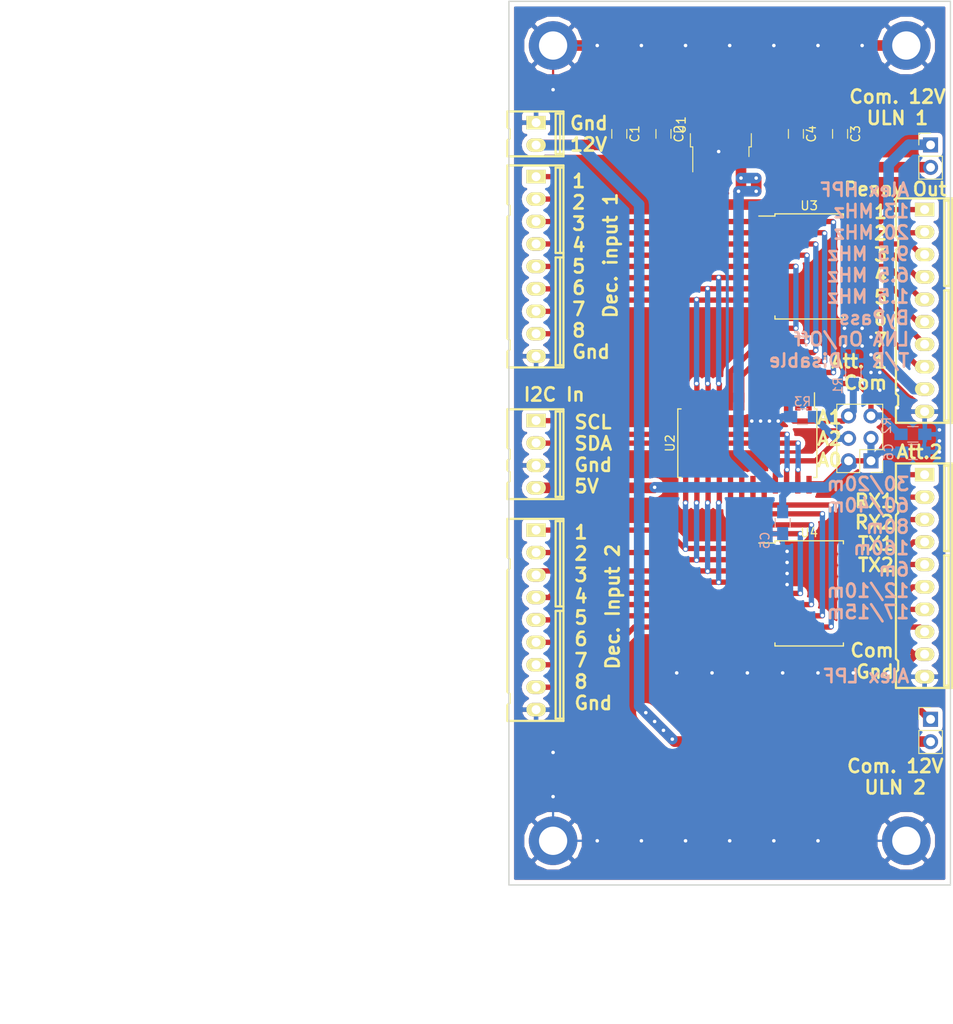
<source format=kicad_pcb>
(kicad_pcb (version 4) (host pcbnew 4.0.7)

  (general
    (links 100)
    (no_connects 0)
    (area 89.924999 34.924999 140.075001 135.075001)
    (thickness 1.6)
    (drawings 23)
    (tracks 461)
    (zones 0)
    (modules 26)
    (nets 43)
  )

  (page A4)
  (layers
    (0 F.Cu signal)
    (31 B.Cu signal)
    (32 B.Adhes user)
    (33 F.Adhes user)
    (34 B.Paste user)
    (35 F.Paste user)
    (36 B.SilkS user)
    (37 F.SilkS user)
    (38 B.Mask user)
    (39 F.Mask user)
    (40 Dwgs.User user)
    (41 Cmts.User user)
    (42 Eco1.User user)
    (43 Eco2.User user)
    (44 Edge.Cuts user)
    (45 Margin user)
    (46 B.CrtYd user)
    (47 F.CrtYd user)
    (48 B.Fab user)
    (49 F.Fab user)
  )

  (setup
    (last_trace_width 0.25)
    (user_trace_width 0.6)
    (user_trace_width 0.8)
    (user_trace_width 1.2)
    (trace_clearance 0.2)
    (zone_clearance 0.508)
    (zone_45_only no)
    (trace_min 0.2)
    (segment_width 0.2)
    (edge_width 0.15)
    (via_size 0.6)
    (via_drill 0.4)
    (via_min_size 0.4)
    (via_min_drill 0.3)
    (uvia_size 0.3)
    (uvia_drill 0.1)
    (uvias_allowed no)
    (uvia_min_size 0.2)
    (uvia_min_drill 0.1)
    (pcb_text_width 0.3)
    (pcb_text_size 1.5 1.5)
    (mod_edge_width 0.15)
    (mod_text_size 1 1)
    (mod_text_width 0.15)
    (pad_size 1.524 1.524)
    (pad_drill 0.762)
    (pad_to_mask_clearance 0.2)
    (aux_axis_origin 0 0)
    (visible_elements 7FFFFFFF)
    (pcbplotparams
      (layerselection 0x00030_80000001)
      (usegerberextensions false)
      (excludeedgelayer true)
      (linewidth 0.100000)
      (plotframeref false)
      (viasonmask false)
      (mode 1)
      (useauxorigin false)
      (hpglpennumber 1)
      (hpglpenspeed 20)
      (hpglpendiameter 15)
      (hpglpenoverlay 2)
      (psnegative false)
      (psa4output false)
      (plotreference true)
      (plotvalue true)
      (plotinvisibletext false)
      (padsonsilk false)
      (subtractmaskfromsilk false)
      (outputformat 1)
      (mirror false)
      (drillshape 1)
      (scaleselection 1)
      (outputdirectory ""))
  )

  (net 0 "")
  (net 1 GND)
  (net 2 "Net-(J1-Pad1)")
  (net 3 "Net-(J1-Pad2)")
  (net 4 "Net-(J2-Pad4)")
  (net 5 "Net-(J2-Pad5)")
  (net 6 "Net-(J2-Pad6)")
  (net 7 "Net-(J4-Pad8)")
  (net 8 "Net-(J4-Pad7)")
  (net 9 "Net-(J4-Pad5)")
  (net 10 "Net-(J4-Pad4)")
  (net 11 "Net-(J4-Pad3)")
  (net 12 "Net-(J4-Pad6)")
  (net 13 "Net-(J4-Pad1)")
  (net 14 "Net-(J4-Pad2)")
  (net 15 "Net-(J5-Pad8)")
  (net 16 "Net-(J5-Pad7)")
  (net 17 "Net-(J5-Pad5)")
  (net 18 "Net-(J5-Pad4)")
  (net 19 "Net-(J5-Pad3)")
  (net 20 "Net-(J5-Pad6)")
  (net 21 "Net-(J5-Pad1)")
  (net 22 "Net-(J5-Pad2)")
  (net 23 "Net-(J6-Pad1)")
  (net 24 "Net-(J6-Pad2)")
  (net 25 "Net-(J6-Pad3)")
  (net 26 "Net-(J6-Pad4)")
  (net 27 "Net-(J6-Pad5)")
  (net 28 "Net-(J6-Pad6)")
  (net 29 "Net-(J6-Pad7)")
  (net 30 "Net-(J6-Pad8)")
  (net 31 "Net-(C1-Pad2)")
  (net 32 "Net-(C3-Pad2)")
  (net 33 "Net-(J11-Pad8)")
  (net 34 "Net-(J11-Pad7)")
  (net 35 "Net-(J11-Pad5)")
  (net 36 "Net-(J11-Pad4)")
  (net 37 "Net-(J11-Pad3)")
  (net 38 "Net-(J11-Pad6)")
  (net 39 "Net-(J11-Pad1)")
  (net 40 "Net-(J11-Pad2)")
  (net 41 "Net-(J13-Pad1)")
  (net 42 "Net-(J12-Pad1)")

  (net_class Default "Ceci est la Netclass par défaut"
    (clearance 0.2)
    (trace_width 0.25)
    (via_dia 0.6)
    (via_drill 0.4)
    (uvia_dia 0.3)
    (uvia_drill 0.1)
    (add_net GND)
    (add_net "Net-(C1-Pad2)")
    (add_net "Net-(C3-Pad2)")
    (add_net "Net-(J1-Pad1)")
    (add_net "Net-(J1-Pad2)")
    (add_net "Net-(J11-Pad1)")
    (add_net "Net-(J11-Pad2)")
    (add_net "Net-(J11-Pad3)")
    (add_net "Net-(J11-Pad4)")
    (add_net "Net-(J11-Pad5)")
    (add_net "Net-(J11-Pad6)")
    (add_net "Net-(J11-Pad7)")
    (add_net "Net-(J11-Pad8)")
    (add_net "Net-(J12-Pad1)")
    (add_net "Net-(J13-Pad1)")
    (add_net "Net-(J2-Pad4)")
    (add_net "Net-(J2-Pad5)")
    (add_net "Net-(J2-Pad6)")
    (add_net "Net-(J4-Pad1)")
    (add_net "Net-(J4-Pad2)")
    (add_net "Net-(J4-Pad3)")
    (add_net "Net-(J4-Pad4)")
    (add_net "Net-(J4-Pad5)")
    (add_net "Net-(J4-Pad6)")
    (add_net "Net-(J4-Pad7)")
    (add_net "Net-(J4-Pad8)")
    (add_net "Net-(J5-Pad1)")
    (add_net "Net-(J5-Pad2)")
    (add_net "Net-(J5-Pad3)")
    (add_net "Net-(J5-Pad4)")
    (add_net "Net-(J5-Pad5)")
    (add_net "Net-(J5-Pad6)")
    (add_net "Net-(J5-Pad7)")
    (add_net "Net-(J5-Pad8)")
    (add_net "Net-(J6-Pad1)")
    (add_net "Net-(J6-Pad2)")
    (add_net "Net-(J6-Pad3)")
    (add_net "Net-(J6-Pad4)")
    (add_net "Net-(J6-Pad5)")
    (add_net "Net-(J6-Pad6)")
    (add_net "Net-(J6-Pad7)")
    (add_net "Net-(J6-Pad8)")
  )

  (module Capacitors_SMD:C_0805_HandSoldering (layer F.Cu) (tedit 58AA84A8) (tstamp 59F97BF7)
    (at 102.5 50 270)
    (descr "Capacitor SMD 0805, hand soldering")
    (tags "capacitor 0805")
    (path /59CE846C)
    (attr smd)
    (fp_text reference C1 (at 0 -1.75 270) (layer F.SilkS)
      (effects (font (size 1 1) (thickness 0.15)))
    )
    (fp_text value 100n (at 0 1.75 270) (layer F.Fab)
      (effects (font (size 1 1) (thickness 0.15)))
    )
    (fp_text user %R (at 0 -1.75 270) (layer F.Fab)
      (effects (font (size 1 1) (thickness 0.15)))
    )
    (fp_line (start -1 0.62) (end -1 -0.62) (layer F.Fab) (width 0.1))
    (fp_line (start 1 0.62) (end -1 0.62) (layer F.Fab) (width 0.1))
    (fp_line (start 1 -0.62) (end 1 0.62) (layer F.Fab) (width 0.1))
    (fp_line (start -1 -0.62) (end 1 -0.62) (layer F.Fab) (width 0.1))
    (fp_line (start 0.5 -0.85) (end -0.5 -0.85) (layer F.SilkS) (width 0.12))
    (fp_line (start -0.5 0.85) (end 0.5 0.85) (layer F.SilkS) (width 0.12))
    (fp_line (start -2.25 -0.88) (end 2.25 -0.88) (layer F.CrtYd) (width 0.05))
    (fp_line (start -2.25 -0.88) (end -2.25 0.87) (layer F.CrtYd) (width 0.05))
    (fp_line (start 2.25 0.87) (end 2.25 -0.88) (layer F.CrtYd) (width 0.05))
    (fp_line (start 2.25 0.87) (end -2.25 0.87) (layer F.CrtYd) (width 0.05))
    (pad 1 smd rect (at -1.25 0 270) (size 1.5 1.25) (layers F.Cu F.Paste F.Mask)
      (net 1 GND))
    (pad 2 smd rect (at 1.25 0 270) (size 1.5 1.25) (layers F.Cu F.Paste F.Mask)
      (net 31 "Net-(C1-Pad2)"))
    (model Capacitors_SMD.3dshapes/C_0805.wrl
      (at (xyz 0 0 0))
      (scale (xyz 1 1 1))
      (rotate (xyz 0 0 0))
    )
  )

  (module Capacitors_SMD:C_0805_HandSoldering (layer F.Cu) (tedit 58AA84A8) (tstamp 59F97BFD)
    (at 107.5 50 270)
    (descr "Capacitor SMD 0805, hand soldering")
    (tags "capacitor 0805")
    (path /59CE8478)
    (attr smd)
    (fp_text reference C2 (at 0 -1.75 270) (layer F.SilkS)
      (effects (font (size 1 1) (thickness 0.15)))
    )
    (fp_text value 1u (at 0 1.75 270) (layer F.Fab)
      (effects (font (size 1 1) (thickness 0.15)))
    )
    (fp_text user %R (at 0 -1.75 270) (layer F.Fab)
      (effects (font (size 1 1) (thickness 0.15)))
    )
    (fp_line (start -1 0.62) (end -1 -0.62) (layer F.Fab) (width 0.1))
    (fp_line (start 1 0.62) (end -1 0.62) (layer F.Fab) (width 0.1))
    (fp_line (start 1 -0.62) (end 1 0.62) (layer F.Fab) (width 0.1))
    (fp_line (start -1 -0.62) (end 1 -0.62) (layer F.Fab) (width 0.1))
    (fp_line (start 0.5 -0.85) (end -0.5 -0.85) (layer F.SilkS) (width 0.12))
    (fp_line (start -0.5 0.85) (end 0.5 0.85) (layer F.SilkS) (width 0.12))
    (fp_line (start -2.25 -0.88) (end 2.25 -0.88) (layer F.CrtYd) (width 0.05))
    (fp_line (start -2.25 -0.88) (end -2.25 0.87) (layer F.CrtYd) (width 0.05))
    (fp_line (start 2.25 0.87) (end 2.25 -0.88) (layer F.CrtYd) (width 0.05))
    (fp_line (start 2.25 0.87) (end -2.25 0.87) (layer F.CrtYd) (width 0.05))
    (pad 1 smd rect (at -1.25 0 270) (size 1.5 1.25) (layers F.Cu F.Paste F.Mask)
      (net 1 GND))
    (pad 2 smd rect (at 1.25 0 270) (size 1.5 1.25) (layers F.Cu F.Paste F.Mask)
      (net 31 "Net-(C1-Pad2)"))
    (model Capacitors_SMD.3dshapes/C_0805.wrl
      (at (xyz 0 0 0))
      (scale (xyz 1 1 1))
      (rotate (xyz 0 0 0))
    )
  )

  (module Capacitors_SMD:C_0805_HandSoldering (layer F.Cu) (tedit 58AA84A8) (tstamp 59F97C03)
    (at 127.5 50 270)
    (descr "Capacitor SMD 0805, hand soldering")
    (tags "capacitor 0805")
    (path /59CE7EFA)
    (attr smd)
    (fp_text reference C3 (at 0 -1.75 270) (layer F.SilkS)
      (effects (font (size 1 1) (thickness 0.15)))
    )
    (fp_text value C (at 0 1.75 270) (layer F.Fab)
      (effects (font (size 1 1) (thickness 0.15)))
    )
    (fp_text user %R (at 0 -1.75 270) (layer F.Fab)
      (effects (font (size 1 1) (thickness 0.15)))
    )
    (fp_line (start -1 0.62) (end -1 -0.62) (layer F.Fab) (width 0.1))
    (fp_line (start 1 0.62) (end -1 0.62) (layer F.Fab) (width 0.1))
    (fp_line (start 1 -0.62) (end 1 0.62) (layer F.Fab) (width 0.1))
    (fp_line (start -1 -0.62) (end 1 -0.62) (layer F.Fab) (width 0.1))
    (fp_line (start 0.5 -0.85) (end -0.5 -0.85) (layer F.SilkS) (width 0.12))
    (fp_line (start -0.5 0.85) (end 0.5 0.85) (layer F.SilkS) (width 0.12))
    (fp_line (start -2.25 -0.88) (end 2.25 -0.88) (layer F.CrtYd) (width 0.05))
    (fp_line (start -2.25 -0.88) (end -2.25 0.87) (layer F.CrtYd) (width 0.05))
    (fp_line (start 2.25 0.87) (end 2.25 -0.88) (layer F.CrtYd) (width 0.05))
    (fp_line (start 2.25 0.87) (end -2.25 0.87) (layer F.CrtYd) (width 0.05))
    (pad 1 smd rect (at -1.25 0 270) (size 1.5 1.25) (layers F.Cu F.Paste F.Mask)
      (net 1 GND))
    (pad 2 smd rect (at 1.25 0 270) (size 1.5 1.25) (layers F.Cu F.Paste F.Mask)
      (net 32 "Net-(C3-Pad2)"))
    (model Capacitors_SMD.3dshapes/C_0805.wrl
      (at (xyz 0 0 0))
      (scale (xyz 1 1 1))
      (rotate (xyz 0 0 0))
    )
  )

  (module Capacitors_SMD:C_0805_HandSoldering (layer F.Cu) (tedit 58AA84A8) (tstamp 59F97C09)
    (at 122.5 50 270)
    (descr "Capacitor SMD 0805, hand soldering")
    (tags "capacitor 0805")
    (path /59CE7EEE)
    (attr smd)
    (fp_text reference C4 (at 0 -1.75 270) (layer F.SilkS)
      (effects (font (size 1 1) (thickness 0.15)))
    )
    (fp_text value C (at 0 1.75 270) (layer F.Fab)
      (effects (font (size 1 1) (thickness 0.15)))
    )
    (fp_text user %R (at 0 -1.75 270) (layer F.Fab)
      (effects (font (size 1 1) (thickness 0.15)))
    )
    (fp_line (start -1 0.62) (end -1 -0.62) (layer F.Fab) (width 0.1))
    (fp_line (start 1 0.62) (end -1 0.62) (layer F.Fab) (width 0.1))
    (fp_line (start 1 -0.62) (end 1 0.62) (layer F.Fab) (width 0.1))
    (fp_line (start -1 -0.62) (end 1 -0.62) (layer F.Fab) (width 0.1))
    (fp_line (start 0.5 -0.85) (end -0.5 -0.85) (layer F.SilkS) (width 0.12))
    (fp_line (start -0.5 0.85) (end 0.5 0.85) (layer F.SilkS) (width 0.12))
    (fp_line (start -2.25 -0.88) (end 2.25 -0.88) (layer F.CrtYd) (width 0.05))
    (fp_line (start -2.25 -0.88) (end -2.25 0.87) (layer F.CrtYd) (width 0.05))
    (fp_line (start 2.25 0.87) (end 2.25 -0.88) (layer F.CrtYd) (width 0.05))
    (fp_line (start 2.25 0.87) (end -2.25 0.87) (layer F.CrtYd) (width 0.05))
    (pad 1 smd rect (at -1.25 0 270) (size 1.5 1.25) (layers F.Cu F.Paste F.Mask)
      (net 1 GND))
    (pad 2 smd rect (at 1.25 0 270) (size 1.5 1.25) (layers F.Cu F.Paste F.Mask)
      (net 32 "Net-(C3-Pad2)"))
    (model Capacitors_SMD.3dshapes/C_0805.wrl
      (at (xyz 0 0 0))
      (scale (xyz 1 1 1))
      (rotate (xyz 0 0 0))
    )
  )

  (module Capacitors_SMD:C_0805_HandSoldering (layer B.Cu) (tedit 59F9B001) (tstamp 59F97C0F)
    (at 121 94 90)
    (descr "Capacitor SMD 0805, hand soldering")
    (tags "capacitor 0805")
    (path /59CE4A4F)
    (attr smd)
    (fp_text reference C5 (at -2 -2 90) (layer B.SilkS)
      (effects (font (size 1 1) (thickness 0.15)) (justify mirror))
    )
    (fp_text value 100n (at 0 -1.75 90) (layer B.Fab)
      (effects (font (size 1 1) (thickness 0.15)) (justify mirror))
    )
    (fp_text user %R (at 0 1.75 90) (layer B.Fab)
      (effects (font (size 1 1) (thickness 0.15)) (justify mirror))
    )
    (fp_line (start -1 -0.62) (end -1 0.62) (layer B.Fab) (width 0.1))
    (fp_line (start 1 -0.62) (end -1 -0.62) (layer B.Fab) (width 0.1))
    (fp_line (start 1 0.62) (end 1 -0.62) (layer B.Fab) (width 0.1))
    (fp_line (start -1 0.62) (end 1 0.62) (layer B.Fab) (width 0.1))
    (fp_line (start 0.5 0.85) (end -0.5 0.85) (layer B.SilkS) (width 0.12))
    (fp_line (start -0.5 -0.85) (end 0.5 -0.85) (layer B.SilkS) (width 0.12))
    (fp_line (start -2.25 0.88) (end 2.25 0.88) (layer B.CrtYd) (width 0.05))
    (fp_line (start -2.25 0.88) (end -2.25 -0.87) (layer B.CrtYd) (width 0.05))
    (fp_line (start 2.25 -0.87) (end 2.25 0.88) (layer B.CrtYd) (width 0.05))
    (fp_line (start 2.25 -0.87) (end -2.25 -0.87) (layer B.CrtYd) (width 0.05))
    (pad 1 smd rect (at -1.25 0 90) (size 1.5 1.25) (layers B.Cu B.Paste B.Mask)
      (net 1 GND))
    (pad 2 smd rect (at 1.25 0 90) (size 1.5 1.25) (layers B.Cu B.Paste B.Mask)
      (net 32 "Net-(C3-Pad2)"))
    (model Capacitors_SMD.3dshapes/C_0805.wrl
      (at (xyz 0 0 0))
      (scale (xyz 1 1 1))
      (rotate (xyz 0 0 0))
    )
  )

  (module Capacitors_SMD:C_0805_HandSoldering (layer B.Cu) (tedit 59F9B231) (tstamp 59F97C15)
    (at 135.75 86 180)
    (descr "Capacitor SMD 0805, hand soldering")
    (tags "capacitor 0805")
    (path /59CE95EC)
    (attr smd)
    (fp_text reference C6 (at 2.75 0 450) (layer B.SilkS)
      (effects (font (size 1 1) (thickness 0.15)) (justify mirror))
    )
    (fp_text value 10n (at 0 -1.75 180) (layer B.Fab)
      (effects (font (size 1 1) (thickness 0.15)) (justify mirror))
    )
    (fp_text user %R (at 0 1.75 180) (layer B.Fab)
      (effects (font (size 1 1) (thickness 0.15)) (justify mirror))
    )
    (fp_line (start -1 -0.62) (end -1 0.62) (layer B.Fab) (width 0.1))
    (fp_line (start 1 -0.62) (end -1 -0.62) (layer B.Fab) (width 0.1))
    (fp_line (start 1 0.62) (end 1 -0.62) (layer B.Fab) (width 0.1))
    (fp_line (start -1 0.62) (end 1 0.62) (layer B.Fab) (width 0.1))
    (fp_line (start 0.5 0.85) (end -0.5 0.85) (layer B.SilkS) (width 0.12))
    (fp_line (start -0.5 -0.85) (end 0.5 -0.85) (layer B.SilkS) (width 0.12))
    (fp_line (start -2.25 0.88) (end 2.25 0.88) (layer B.CrtYd) (width 0.05))
    (fp_line (start -2.25 0.88) (end -2.25 -0.87) (layer B.CrtYd) (width 0.05))
    (fp_line (start 2.25 -0.87) (end 2.25 0.88) (layer B.CrtYd) (width 0.05))
    (fp_line (start 2.25 -0.87) (end -2.25 -0.87) (layer B.CrtYd) (width 0.05))
    (pad 1 smd rect (at -1.25 0 180) (size 1.5 1.25) (layers B.Cu B.Paste B.Mask)
      (net 1 GND))
    (pad 2 smd rect (at 1.25 0 180) (size 1.5 1.25) (layers B.Cu B.Paste B.Mask)
      (net 32 "Net-(C3-Pad2)"))
    (model Capacitors_SMD.3dshapes/C_0805.wrl
      (at (xyz 0 0 0))
      (scale (xyz 1 1 1))
      (rotate (xyz 0 0 0))
    )
  )

  (module Pin_Headers:Pin_Header_Straight_2x03_Pitch2.54mm (layer F.Cu) (tedit 59F9B9B4) (tstamp 59F97C28)
    (at 131 87 180)
    (descr "Through hole straight pin header, 2x03, 2.54mm pitch, double rows")
    (tags "Through hole pin header THT 2x03 2.54mm double row")
    (path /59F8B716)
    (fp_text reference J2 (at 1.27 -2.33 180) (layer F.SilkS) hide
      (effects (font (size 1 1) (thickness 0.15)))
    )
    (fp_text value Conn_02x03_Counter_Clockwise (at 1.27 7.41 180) (layer F.Fab) hide
      (effects (font (size 1 1) (thickness 0.15)))
    )
    (fp_line (start 0 -1.27) (end 3.81 -1.27) (layer F.Fab) (width 0.1))
    (fp_line (start 3.81 -1.27) (end 3.81 6.35) (layer F.Fab) (width 0.1))
    (fp_line (start 3.81 6.35) (end -1.27 6.35) (layer F.Fab) (width 0.1))
    (fp_line (start -1.27 6.35) (end -1.27 0) (layer F.Fab) (width 0.1))
    (fp_line (start -1.27 0) (end 0 -1.27) (layer F.Fab) (width 0.1))
    (fp_line (start -1.33 6.41) (end 3.87 6.41) (layer F.SilkS) (width 0.12))
    (fp_line (start -1.33 1.27) (end -1.33 6.41) (layer F.SilkS) (width 0.12))
    (fp_line (start 3.87 -1.33) (end 3.87 6.41) (layer F.SilkS) (width 0.12))
    (fp_line (start -1.33 1.27) (end 1.27 1.27) (layer F.SilkS) (width 0.12))
    (fp_line (start 1.27 1.27) (end 1.27 -1.33) (layer F.SilkS) (width 0.12))
    (fp_line (start 1.27 -1.33) (end 3.87 -1.33) (layer F.SilkS) (width 0.12))
    (fp_line (start -1.33 0) (end -1.33 -1.33) (layer F.SilkS) (width 0.12))
    (fp_line (start -1.33 -1.33) (end 0 -1.33) (layer F.SilkS) (width 0.12))
    (fp_line (start -1.8 -1.8) (end -1.8 6.85) (layer F.CrtYd) (width 0.05))
    (fp_line (start -1.8 6.85) (end 4.35 6.85) (layer F.CrtYd) (width 0.05))
    (fp_line (start 4.35 6.85) (end 4.35 -1.8) (layer F.CrtYd) (width 0.05))
    (fp_line (start 4.35 -1.8) (end -1.8 -1.8) (layer F.CrtYd) (width 0.05))
    (fp_text user %R (at 1.27 2.54 270) (layer F.Fab)
      (effects (font (size 1 1) (thickness 0.15)))
    )
    (pad 1 thru_hole rect (at 0 0 180) (size 1.7 1.7) (drill 1) (layers *.Cu *.Mask)
      (net 32 "Net-(C3-Pad2)"))
    (pad 2 thru_hole oval (at 2.54 0 180) (size 1.7 1.7) (drill 1) (layers *.Cu *.Mask)
      (net 32 "Net-(C3-Pad2)"))
    (pad 3 thru_hole oval (at 0 2.54 180) (size 1.7 1.7) (drill 1) (layers *.Cu *.Mask)
      (net 32 "Net-(C3-Pad2)"))
    (pad 4 thru_hole oval (at 2.54 2.54 180) (size 1.7 1.7) (drill 1) (layers *.Cu *.Mask)
      (net 4 "Net-(J2-Pad4)"))
    (pad 5 thru_hole oval (at 0 5.08 180) (size 1.7 1.7) (drill 1) (layers *.Cu *.Mask)
      (net 5 "Net-(J2-Pad5)"))
    (pad 6 thru_hole oval (at 2.54 5.08 180) (size 1.7 1.7) (drill 1) (layers *.Cu *.Mask)
      (net 6 "Net-(J2-Pad6)"))
    (model ${KISYS3DMOD}/Pin_Headers.3dshapes/Pin_Header_Straight_2x03_Pitch2.54mm.wrl
      (at (xyz 0 0 0))
      (scale (xyz 1 1 1))
      (rotate (xyz 0 0 0))
    )
  )

  (module conn_kk100:kk100_22-23-2021 (layer F.Cu) (tedit 59F9A635) (tstamp 59F97C2E)
    (at 93 50 270)
    (descr "2 pin vert. connector, Molex KK100 series")
    (path /59CE6CD4)
    (fp_text reference J3 (at 0 -4.318 270) (layer F.SilkS) hide
      (effects (font (thickness 0.3048)))
    )
    (fp_text value Conn_01x02 (at 0 4.572 270) (layer F.SilkS) hide
      (effects (font (thickness 0.3048)))
    )
    (fp_line (start -2.286 -2.286) (end 2.286 -2.286) (layer F.SilkS) (width 0.254))
    (fp_line (start 2.286 -2.794) (end -2.286 -2.794) (layer F.SilkS) (width 0.254))
    (fp_line (start 2.286 -2.286) (end 2.286 -3.175) (layer F.SilkS) (width 0.254))
    (fp_line (start -2.286 -2.286) (end -2.286 -3.175) (layer F.SilkS) (width 0.254))
    (fp_line (start -0.762 3.175) (end -2.54 3.175) (layer F.SilkS) (width 0.254))
    (fp_line (start 0.762 3.175) (end 2.54 3.175) (layer F.SilkS) (width 0.254))
    (fp_line (start 0.508 2.921) (end 0.762 3.175) (layer F.SilkS) (width 0.254))
    (fp_line (start -0.508 2.921) (end -0.762 3.175) (layer F.SilkS) (width 0.254))
    (fp_line (start -0.508 2.921) (end 0.508 2.921) (layer F.SilkS) (width 0.254))
    (fp_line (start 2.54 -3.175) (end 2.54 3.175) (layer F.SilkS) (width 0.254))
    (fp_line (start -2.54 3.175) (end -2.54 -3.175) (layer F.SilkS) (width 0.254))
    (fp_line (start -2.54 -3.175) (end 2.54 -3.175) (layer F.SilkS) (width 0.254))
    (pad 1 thru_hole rect (at -1.27 -0.0762 270) (size 1.524 2.1971) (drill 1.016) (layers *.Cu *.Mask F.SilkS)
      (net 1 GND))
    (pad 2 thru_hole oval (at 1.27 -0.0762 270) (size 1.524 2.1971) (drill 1.016) (layers *.Cu *.Mask F.SilkS)
      (net 31 "Net-(C1-Pad2)"))
    (model ../../../../../../Users/Marco/Documents/Kicad/modules/conn_kk100.pretty/packages3d/conn_kk100/22-23-2021.wrl
      (at (xyz 0 0 0))
      (scale (xyz 1 1 1))
      (rotate (xyz 0 0 0))
    )
  )

  (module conn_kk100:kk100_22-23-2101 (layer F.Cu) (tedit 59F9A656) (tstamp 59F97C3C)
    (at 137 70 270)
    (descr "10 pin vert. connector, Molex KK100 series")
    (path /59CE56D7)
    (fp_text reference J4 (at 0 -4.318 270) (layer F.SilkS) hide
      (effects (font (thickness 0.3048)))
    )
    (fp_text value Conn_01x10 (at 0 4.56946 270) (layer F.SilkS) hide
      (effects (font (thickness 0.3048)))
    )
    (fp_line (start -2.286 -2.286) (end 12.446 -2.286) (layer F.SilkS) (width 0.254))
    (fp_line (start -2.286 -2.794) (end 12.446 -2.794) (layer F.SilkS) (width 0.254))
    (fp_line (start -12.7 -3.175) (end 12.7 -3.175) (layer F.SilkS) (width 0.254))
    (fp_line (start -6.858 3.175) (end 9.398 3.175) (layer F.SilkS) (width 0.254))
    (fp_line (start -2.794 -2.794) (end -12.446 -2.794) (layer F.SilkS) (width 0.254))
    (fp_line (start -2.794 -2.286) (end -12.446 -2.286) (layer F.SilkS) (width 0.254))
    (fp_line (start -12.446 -2.286) (end -12.446 -3.175) (layer F.SilkS) (width 0.254))
    (fp_line (start 12.446 -2.286) (end 12.446 -3.175) (layer F.SilkS) (width 0.254))
    (fp_line (start -2.286 -2.286) (end -2.286 -3.175) (layer F.SilkS) (width 0.254))
    (fp_line (start -2.794 -2.286) (end -2.794 -3.175) (layer F.SilkS) (width 0.254))
    (fp_line (start -8.382 3.175) (end -12.7 3.175) (layer F.SilkS) (width 0.254))
    (fp_line (start 9.652 2.921) (end 10.668 2.921) (layer F.SilkS) (width 0.254))
    (fp_line (start 9.652 2.921) (end 9.398 3.175) (layer F.SilkS) (width 0.254))
    (fp_line (start 10.668 2.921) (end 10.922 3.175) (layer F.SilkS) (width 0.254))
    (fp_line (start 10.922 3.175) (end 12.7 3.175) (layer F.SilkS) (width 0.254))
    (fp_line (start -7.112 2.921) (end -6.858 3.175) (layer F.SilkS) (width 0.254))
    (fp_line (start -8.128 2.921) (end -8.382 3.175) (layer F.SilkS) (width 0.254))
    (fp_line (start -8.128 2.921) (end -7.112 2.921) (layer F.SilkS) (width 0.254))
    (fp_line (start 12.7 -3.175) (end 12.7 3.175) (layer F.SilkS) (width 0.254))
    (fp_line (start -12.7 3.175) (end -12.7 -3.175) (layer F.SilkS) (width 0.254))
    (pad 9 thru_hole oval (at 8.89 -0.0762 270) (size 1.524 2.1971) (drill 1.016) (layers *.Cu *.Mask F.SilkS)
      (net 41 "Net-(J13-Pad1)"))
    (pad 8 thru_hole oval (at 6.35 -0.0762 270) (size 1.524 2.1971) (drill 1.016) (layers *.Cu *.Mask F.SilkS)
      (net 7 "Net-(J4-Pad8)"))
    (pad 7 thru_hole oval (at 3.81 -0.0762 270) (size 1.524 2.1971) (drill 1.016) (layers *.Cu *.Mask F.SilkS)
      (net 8 "Net-(J4-Pad7)"))
    (pad 5 thru_hole oval (at -1.27 -0.0762 270) (size 1.524 2.1971) (drill 1.016) (layers *.Cu *.Mask F.SilkS)
      (net 9 "Net-(J4-Pad5)"))
    (pad 4 thru_hole oval (at -3.81 -0.0762 270) (size 1.524 2.1971) (drill 1.016) (layers *.Cu *.Mask F.SilkS)
      (net 10 "Net-(J4-Pad4)"))
    (pad 3 thru_hole oval (at -6.35 -0.0762 270) (size 1.524 2.1971) (drill 1.016) (layers *.Cu *.Mask F.SilkS)
      (net 11 "Net-(J4-Pad3)"))
    (pad 10 thru_hole oval (at 11.43 -0.0762 270) (size 1.524 2.1971) (drill 1.016) (layers *.Cu *.Mask F.SilkS)
      (net 1 GND))
    (pad 6 thru_hole oval (at 1.27 -0.0762 270) (size 1.524 2.1971) (drill 1.016) (layers *.Cu *.Mask F.SilkS)
      (net 12 "Net-(J4-Pad6)"))
    (pad 1 thru_hole rect (at -11.43 -0.0762 270) (size 1.524 2.1971) (drill 1.016) (layers *.Cu *.Mask F.SilkS)
      (net 13 "Net-(J4-Pad1)"))
    (pad 2 thru_hole oval (at -8.89 -0.0762 270) (size 1.524 2.1971) (drill 1.016) (layers *.Cu *.Mask F.SilkS)
      (net 14 "Net-(J4-Pad2)"))
    (model ../../../../../../Users/Marco/Documents/Kicad/modules/conn_kk100.pretty/packages3d/conn_kk100/22-23-2101.wrl
      (at (xyz 0 0 0))
      (scale (xyz 1 1 1))
      (rotate (xyz 0 0 180))
    )
  )

  (module conn_kk100:kk100_22-23-2101 (layer F.Cu) (tedit 59F9A648) (tstamp 59F97C4A)
    (at 137 100 270)
    (descr "10 pin vert. connector, Molex KK100 series")
    (path /59CE576D)
    (fp_text reference J5 (at 0 -4.318 270) (layer F.SilkS) hide
      (effects (font (thickness 0.3048)))
    )
    (fp_text value Conn_01x10 (at 0 4.56946 270) (layer F.SilkS) hide
      (effects (font (thickness 0.3048)))
    )
    (fp_line (start -2.286 -2.286) (end 12.446 -2.286) (layer F.SilkS) (width 0.254))
    (fp_line (start -2.286 -2.794) (end 12.446 -2.794) (layer F.SilkS) (width 0.254))
    (fp_line (start -12.7 -3.175) (end 12.7 -3.175) (layer F.SilkS) (width 0.254))
    (fp_line (start -6.858 3.175) (end 9.398 3.175) (layer F.SilkS) (width 0.254))
    (fp_line (start -2.794 -2.794) (end -12.446 -2.794) (layer F.SilkS) (width 0.254))
    (fp_line (start -2.794 -2.286) (end -12.446 -2.286) (layer F.SilkS) (width 0.254))
    (fp_line (start -12.446 -2.286) (end -12.446 -3.175) (layer F.SilkS) (width 0.254))
    (fp_line (start 12.446 -2.286) (end 12.446 -3.175) (layer F.SilkS) (width 0.254))
    (fp_line (start -2.286 -2.286) (end -2.286 -3.175) (layer F.SilkS) (width 0.254))
    (fp_line (start -2.794 -2.286) (end -2.794 -3.175) (layer F.SilkS) (width 0.254))
    (fp_line (start -8.382 3.175) (end -12.7 3.175) (layer F.SilkS) (width 0.254))
    (fp_line (start 9.652 2.921) (end 10.668 2.921) (layer F.SilkS) (width 0.254))
    (fp_line (start 9.652 2.921) (end 9.398 3.175) (layer F.SilkS) (width 0.254))
    (fp_line (start 10.668 2.921) (end 10.922 3.175) (layer F.SilkS) (width 0.254))
    (fp_line (start 10.922 3.175) (end 12.7 3.175) (layer F.SilkS) (width 0.254))
    (fp_line (start -7.112 2.921) (end -6.858 3.175) (layer F.SilkS) (width 0.254))
    (fp_line (start -8.128 2.921) (end -8.382 3.175) (layer F.SilkS) (width 0.254))
    (fp_line (start -8.128 2.921) (end -7.112 2.921) (layer F.SilkS) (width 0.254))
    (fp_line (start 12.7 -3.175) (end 12.7 3.175) (layer F.SilkS) (width 0.254))
    (fp_line (start -12.7 3.175) (end -12.7 -3.175) (layer F.SilkS) (width 0.254))
    (pad 9 thru_hole oval (at 8.89 -0.0762 270) (size 1.524 2.1971) (drill 1.016) (layers *.Cu *.Mask F.SilkS)
      (net 42 "Net-(J12-Pad1)"))
    (pad 8 thru_hole oval (at 6.35 -0.0762 270) (size 1.524 2.1971) (drill 1.016) (layers *.Cu *.Mask F.SilkS)
      (net 15 "Net-(J5-Pad8)"))
    (pad 7 thru_hole oval (at 3.81 -0.0762 270) (size 1.524 2.1971) (drill 1.016) (layers *.Cu *.Mask F.SilkS)
      (net 16 "Net-(J5-Pad7)"))
    (pad 5 thru_hole oval (at -1.27 -0.0762 270) (size 1.524 2.1971) (drill 1.016) (layers *.Cu *.Mask F.SilkS)
      (net 17 "Net-(J5-Pad5)"))
    (pad 4 thru_hole oval (at -3.81 -0.0762 270) (size 1.524 2.1971) (drill 1.016) (layers *.Cu *.Mask F.SilkS)
      (net 18 "Net-(J5-Pad4)"))
    (pad 3 thru_hole oval (at -6.35 -0.0762 270) (size 1.524 2.1971) (drill 1.016) (layers *.Cu *.Mask F.SilkS)
      (net 19 "Net-(J5-Pad3)"))
    (pad 10 thru_hole oval (at 11.43 -0.0762 270) (size 1.524 2.1971) (drill 1.016) (layers *.Cu *.Mask F.SilkS)
      (net 1 GND))
    (pad 6 thru_hole oval (at 1.27 -0.0762 270) (size 1.524 2.1971) (drill 1.016) (layers *.Cu *.Mask F.SilkS)
      (net 20 "Net-(J5-Pad6)"))
    (pad 1 thru_hole rect (at -11.43 -0.0762 270) (size 1.524 2.1971) (drill 1.016) (layers *.Cu *.Mask F.SilkS)
      (net 21 "Net-(J5-Pad1)"))
    (pad 2 thru_hole oval (at -8.89 -0.0762 270) (size 1.524 2.1971) (drill 1.016) (layers *.Cu *.Mask F.SilkS)
      (net 22 "Net-(J5-Pad2)"))
    (model ../../../../../../Users/Marco/Documents/Kicad/modules/conn_kk100.pretty/packages3d/conn_kk100/22-23-2101.wrl
      (at (xyz 0 0 0))
      (scale (xyz 1 1 1))
      (rotate (xyz 0 0 180))
    )
  )

  (module Resistors_SMD:R_0805_HandSoldering (layer B.Cu) (tedit 59F9B063) (tstamp 59F97C66)
    (at 129 77 90)
    (descr "Resistor SMD 0805, hand soldering")
    (tags "resistor 0805")
    (path /59CE430D)
    (attr smd)
    (fp_text reference R1 (at -1.5 -1.75 90) (layer B.SilkS)
      (effects (font (size 1 1) (thickness 0.15)) (justify mirror))
    )
    (fp_text value 4k7 (at 0 -1.75 90) (layer B.Fab)
      (effects (font (size 1 1) (thickness 0.15)) (justify mirror))
    )
    (fp_text user %R (at 0 0 90) (layer B.Fab)
      (effects (font (size 0.5 0.5) (thickness 0.075)) (justify mirror))
    )
    (fp_line (start -1 -0.62) (end -1 0.62) (layer B.Fab) (width 0.1))
    (fp_line (start 1 -0.62) (end -1 -0.62) (layer B.Fab) (width 0.1))
    (fp_line (start 1 0.62) (end 1 -0.62) (layer B.Fab) (width 0.1))
    (fp_line (start -1 0.62) (end 1 0.62) (layer B.Fab) (width 0.1))
    (fp_line (start 0.6 -0.88) (end -0.6 -0.88) (layer B.SilkS) (width 0.12))
    (fp_line (start -0.6 0.88) (end 0.6 0.88) (layer B.SilkS) (width 0.12))
    (fp_line (start -2.35 0.9) (end 2.35 0.9) (layer B.CrtYd) (width 0.05))
    (fp_line (start -2.35 0.9) (end -2.35 -0.9) (layer B.CrtYd) (width 0.05))
    (fp_line (start 2.35 -0.9) (end 2.35 0.9) (layer B.CrtYd) (width 0.05))
    (fp_line (start 2.35 -0.9) (end -2.35 -0.9) (layer B.CrtYd) (width 0.05))
    (pad 1 smd rect (at -1.35 0 90) (size 1.5 1.3) (layers B.Cu B.Paste B.Mask)
      (net 6 "Net-(J2-Pad6)"))
    (pad 2 smd rect (at 1.35 0 90) (size 1.5 1.3) (layers B.Cu B.Paste B.Mask)
      (net 1 GND))
    (model ${KISYS3DMOD}/Resistors_SMD.3dshapes/R_0805.wrl
      (at (xyz 0 0 0))
      (scale (xyz 1 1 1))
      (rotate (xyz 0 0 0))
    )
  )

  (module Resistors_SMD:R_0805_HandSoldering (layer B.Cu) (tedit 59F9B224) (tstamp 59F97C6C)
    (at 135.75 84)
    (descr "Resistor SMD 0805, hand soldering")
    (tags "resistor 0805")
    (path /59CE42F0)
    (attr smd)
    (fp_text reference R2 (at -3 -1 90) (layer B.SilkS)
      (effects (font (size 1 1) (thickness 0.15)) (justify mirror))
    )
    (fp_text value 4k7 (at 0 -1.75) (layer B.Fab)
      (effects (font (size 1 1) (thickness 0.15)) (justify mirror))
    )
    (fp_text user %R (at 0 0) (layer B.Fab)
      (effects (font (size 0.5 0.5) (thickness 0.075)) (justify mirror))
    )
    (fp_line (start -1 -0.62) (end -1 0.62) (layer B.Fab) (width 0.1))
    (fp_line (start 1 -0.62) (end -1 -0.62) (layer B.Fab) (width 0.1))
    (fp_line (start 1 0.62) (end 1 -0.62) (layer B.Fab) (width 0.1))
    (fp_line (start -1 0.62) (end 1 0.62) (layer B.Fab) (width 0.1))
    (fp_line (start 0.6 -0.88) (end -0.6 -0.88) (layer B.SilkS) (width 0.12))
    (fp_line (start -0.6 0.88) (end 0.6 0.88) (layer B.SilkS) (width 0.12))
    (fp_line (start -2.35 0.9) (end 2.35 0.9) (layer B.CrtYd) (width 0.05))
    (fp_line (start -2.35 0.9) (end -2.35 -0.9) (layer B.CrtYd) (width 0.05))
    (fp_line (start 2.35 -0.9) (end 2.35 0.9) (layer B.CrtYd) (width 0.05))
    (fp_line (start 2.35 -0.9) (end -2.35 -0.9) (layer B.CrtYd) (width 0.05))
    (pad 1 smd rect (at -1.35 0) (size 1.5 1.3) (layers B.Cu B.Paste B.Mask)
      (net 5 "Net-(J2-Pad5)"))
    (pad 2 smd rect (at 1.35 0) (size 1.5 1.3) (layers B.Cu B.Paste B.Mask)
      (net 1 GND))
    (model ${KISYS3DMOD}/Resistors_SMD.3dshapes/R_0805.wrl
      (at (xyz 0 0 0))
      (scale (xyz 1 1 1))
      (rotate (xyz 0 0 0))
    )
  )

  (module Resistors_SMD:R_0805_HandSoldering (layer B.Cu) (tedit 59F9A271) (tstamp 59F97C72)
    (at 123.25 82 180)
    (descr "Resistor SMD 0805, hand soldering")
    (tags "resistor 0805")
    (path /59CE42B5)
    (attr smd)
    (fp_text reference R3 (at 0 1.7 180) (layer B.SilkS)
      (effects (font (size 1 1) (thickness 0.15)) (justify mirror))
    )
    (fp_text value 4k7 (at 0 -1.75 180) (layer B.Fab)
      (effects (font (size 1 1) (thickness 0.15)) (justify mirror))
    )
    (fp_text user %R (at -3 0 180) (layer B.Fab)
      (effects (font (size 0.5 0.5) (thickness 0.075)) (justify mirror))
    )
    (fp_line (start -1 -0.62) (end -1 0.62) (layer B.Fab) (width 0.1))
    (fp_line (start 1 -0.62) (end -1 -0.62) (layer B.Fab) (width 0.1))
    (fp_line (start 1 0.62) (end 1 -0.62) (layer B.Fab) (width 0.1))
    (fp_line (start -1 0.62) (end 1 0.62) (layer B.Fab) (width 0.1))
    (fp_line (start 0.6 -0.88) (end -0.6 -0.88) (layer B.SilkS) (width 0.12))
    (fp_line (start -0.6 0.88) (end 0.6 0.88) (layer B.SilkS) (width 0.12))
    (fp_line (start -2.35 0.9) (end 2.35 0.9) (layer B.CrtYd) (width 0.05))
    (fp_line (start -2.35 0.9) (end -2.35 -0.9) (layer B.CrtYd) (width 0.05))
    (fp_line (start 2.35 -0.9) (end 2.35 0.9) (layer B.CrtYd) (width 0.05))
    (fp_line (start 2.35 -0.9) (end -2.35 -0.9) (layer B.CrtYd) (width 0.05))
    (pad 1 smd rect (at -1.35 0 180) (size 1.5 1.3) (layers B.Cu B.Paste B.Mask)
      (net 4 "Net-(J2-Pad4)"))
    (pad 2 smd rect (at 1.35 0 180) (size 1.5 1.3) (layers B.Cu B.Paste B.Mask)
      (net 1 GND))
    (model ${KISYS3DMOD}/Resistors_SMD.3dshapes/R_0805.wrl
      (at (xyz 0 0 0))
      (scale (xyz 1 1 1))
      (rotate (xyz 0 0 0))
    )
  )

  (module TO_SOT_Packages_SMD:TO-252-2 (layer F.Cu) (tedit 590079C0) (tstamp 59F97C7D)
    (at 114 49 90)
    (descr "TO-252 / DPAK SMD package, http://www.infineon.com/cms/en/product/packages/PG-TO252/PG-TO252-3-1/")
    (tags "DPAK TO-252 DPAK-3 TO-252-3 SOT-428")
    (path /59CE7A6C)
    (attr smd)
    (fp_text reference U1 (at 0 -4.5 90) (layer F.SilkS)
      (effects (font (size 1 1) (thickness 0.15)))
    )
    (fp_text value 78M05 (at 0 4.5 90) (layer F.Fab)
      (effects (font (size 1 1) (thickness 0.15)))
    )
    (fp_line (start 3.95 -2.7) (end 4.95 -2.7) (layer F.Fab) (width 0.1))
    (fp_line (start 4.95 -2.7) (end 4.95 2.7) (layer F.Fab) (width 0.1))
    (fp_line (start 4.95 2.7) (end 3.95 2.7) (layer F.Fab) (width 0.1))
    (fp_line (start 3.95 -3.25) (end 3.95 3.25) (layer F.Fab) (width 0.1))
    (fp_line (start 3.95 3.25) (end -2.27 3.25) (layer F.Fab) (width 0.1))
    (fp_line (start -2.27 3.25) (end -2.27 -2.25) (layer F.Fab) (width 0.1))
    (fp_line (start -2.27 -2.25) (end -1.27 -3.25) (layer F.Fab) (width 0.1))
    (fp_line (start -1.27 -3.25) (end 3.95 -3.25) (layer F.Fab) (width 0.1))
    (fp_line (start -1.865 -2.655) (end -4.97 -2.655) (layer F.Fab) (width 0.1))
    (fp_line (start -4.97 -2.655) (end -4.97 -1.905) (layer F.Fab) (width 0.1))
    (fp_line (start -4.97 -1.905) (end -2.27 -1.905) (layer F.Fab) (width 0.1))
    (fp_line (start -2.27 1.905) (end -4.97 1.905) (layer F.Fab) (width 0.1))
    (fp_line (start -4.97 1.905) (end -4.97 2.655) (layer F.Fab) (width 0.1))
    (fp_line (start -4.97 2.655) (end -2.27 2.655) (layer F.Fab) (width 0.1))
    (fp_line (start -0.97 -3.45) (end -2.47 -3.45) (layer F.SilkS) (width 0.12))
    (fp_line (start -2.47 -3.45) (end -2.47 -3.18) (layer F.SilkS) (width 0.12))
    (fp_line (start -2.47 -3.18) (end -5.3 -3.18) (layer F.SilkS) (width 0.12))
    (fp_line (start -0.97 3.45) (end -2.47 3.45) (layer F.SilkS) (width 0.12))
    (fp_line (start -2.47 3.45) (end -2.47 3.18) (layer F.SilkS) (width 0.12))
    (fp_line (start -2.47 3.18) (end -3.57 3.18) (layer F.SilkS) (width 0.12))
    (fp_line (start -5.55 -3.5) (end -5.55 3.5) (layer F.CrtYd) (width 0.05))
    (fp_line (start -5.55 3.5) (end 5.55 3.5) (layer F.CrtYd) (width 0.05))
    (fp_line (start 5.55 3.5) (end 5.55 -3.5) (layer F.CrtYd) (width 0.05))
    (fp_line (start 5.55 -3.5) (end -5.55 -3.5) (layer F.CrtYd) (width 0.05))
    (fp_text user %R (at 0 0 90) (layer F.Fab)
      (effects (font (size 1 1) (thickness 0.15)))
    )
    (pad 1 smd rect (at -4.2 -2.28 90) (size 2.2 1.2) (layers F.Cu F.Paste F.Mask)
      (net 31 "Net-(C1-Pad2)"))
    (pad 3 smd rect (at -4.2 2.28 90) (size 2.2 1.2) (layers F.Cu F.Paste F.Mask)
      (net 32 "Net-(C3-Pad2)"))
    (pad 2 smd rect (at 2.1 0 90) (size 6.4 5.8) (layers F.Cu F.Mask)
      (net 1 GND))
    (pad 2 smd rect (at 3.775 1.525 90) (size 3.05 2.75) (layers F.Cu F.Paste)
      (net 1 GND))
    (pad 2 smd rect (at 0.425 -1.525 90) (size 3.05 2.75) (layers F.Cu F.Paste)
      (net 1 GND))
    (pad 2 smd rect (at 3.775 -1.525 90) (size 3.05 2.75) (layers F.Cu F.Paste)
      (net 1 GND))
    (pad 2 smd rect (at 0.425 1.525 90) (size 3.05 2.75) (layers F.Cu F.Paste)
      (net 1 GND))
    (model ${KISYS3DMOD}/TO_SOT_Packages_SMD.3dshapes/TO-252-2.wrl
      (at (xyz 0 0 0))
      (scale (xyz 1 1 1))
      (rotate (xyz 0 0 0))
    )
  )

  (module Housings_SOIC:SOIC-24W_7.5x15.4mm_Pitch1.27mm (layer F.Cu) (tedit 59F9BB7F) (tstamp 59F97C99)
    (at 117 85 270)
    (descr "24-Lead Plastic Small Outline (SO) - Wide, 7.50 mm Body [SOIC] (see Microchip Packaging Specification 00000049BS.pdf)")
    (tags "SOIC 1.27")
    (path /59CE41A3)
    (attr smd)
    (fp_text reference U2 (at 0 8.75 270) (layer F.SilkS)
      (effects (font (size 1 1) (thickness 0.15)))
    )
    (fp_text value TCA9555PWR (at 0 8.8 270) (layer F.Fab)
      (effects (font (size 1 1) (thickness 0.15)))
    )
    (fp_text user %R (at 0 0 270) (layer F.Fab)
      (effects (font (size 1 1) (thickness 0.15)))
    )
    (fp_line (start -2.75 -7.7) (end 3.75 -7.7) (layer F.Fab) (width 0.15))
    (fp_line (start 3.75 -7.7) (end 3.75 7.7) (layer F.Fab) (width 0.15))
    (fp_line (start 3.75 7.7) (end -3.75 7.7) (layer F.Fab) (width 0.15))
    (fp_line (start -3.75 7.7) (end -3.75 -6.7) (layer F.Fab) (width 0.15))
    (fp_line (start -3.75 -6.7) (end -2.75 -7.7) (layer F.Fab) (width 0.15))
    (fp_line (start -5.95 -8.05) (end -5.95 8.05) (layer F.CrtYd) (width 0.05))
    (fp_line (start 5.95 -8.05) (end 5.95 8.05) (layer F.CrtYd) (width 0.05))
    (fp_line (start -5.95 -8.05) (end 5.95 -8.05) (layer F.CrtYd) (width 0.05))
    (fp_line (start -5.95 8.05) (end 5.95 8.05) (layer F.CrtYd) (width 0.05))
    (fp_line (start -3.875 -7.875) (end -3.875 -7.6) (layer F.SilkS) (width 0.15))
    (fp_line (start 3.875 -7.875) (end 3.875 -7.51) (layer F.SilkS) (width 0.15))
    (fp_line (start 3.875 7.875) (end 3.875 7.51) (layer F.SilkS) (width 0.15))
    (fp_line (start -3.875 7.875) (end -3.875 7.51) (layer F.SilkS) (width 0.15))
    (fp_line (start -3.875 -7.875) (end 3.875 -7.875) (layer F.SilkS) (width 0.15))
    (fp_line (start -3.875 7.875) (end 3.875 7.875) (layer F.SilkS) (width 0.15))
    (fp_line (start -3.875 -7.6) (end -5.7 -7.6) (layer F.SilkS) (width 0.15))
    (pad 1 smd rect (at -4.7 -6.985 270) (size 2 0.6) (layers F.Cu F.Paste F.Mask))
    (pad 2 smd rect (at -4.7 -5.715 270) (size 2 0.6) (layers F.Cu F.Paste F.Mask)
      (net 5 "Net-(J2-Pad5)"))
    (pad 3 smd rect (at -4.7 -4.445 270) (size 2 0.6) (layers F.Cu F.Paste F.Mask)
      (net 6 "Net-(J2-Pad6)"))
    (pad 4 smd rect (at -4.7 -3.175 270) (size 2 0.6) (layers F.Cu F.Paste F.Mask)
      (net 23 "Net-(J6-Pad1)"))
    (pad 5 smd rect (at -4.7 -1.905 270) (size 2 0.6) (layers F.Cu F.Paste F.Mask)
      (net 24 "Net-(J6-Pad2)"))
    (pad 6 smd rect (at -4.7 -0.635 270) (size 2 0.6) (layers F.Cu F.Paste F.Mask)
      (net 25 "Net-(J6-Pad3)"))
    (pad 7 smd rect (at -4.7 0.635 270) (size 2 0.6) (layers F.Cu F.Paste F.Mask)
      (net 26 "Net-(J6-Pad4)"))
    (pad 8 smd rect (at -4.7 1.905 270) (size 2 0.6) (layers F.Cu F.Paste F.Mask)
      (net 27 "Net-(J6-Pad5)"))
    (pad 9 smd rect (at -4.7 3.175 270) (size 2 0.6) (layers F.Cu F.Paste F.Mask)
      (net 28 "Net-(J6-Pad6)"))
    (pad 10 smd rect (at -4.7 4.445 270) (size 2 0.6) (layers F.Cu F.Paste F.Mask)
      (net 29 "Net-(J6-Pad7)"))
    (pad 11 smd rect (at -4.7 5.715 270) (size 2 0.6) (layers F.Cu F.Paste F.Mask)
      (net 30 "Net-(J6-Pad8)"))
    (pad 12 smd rect (at -4.7 6.985 270) (size 2 0.6) (layers F.Cu F.Paste F.Mask)
      (net 1 GND))
    (pad 13 smd rect (at 4.7 6.985 270) (size 2 0.6) (layers F.Cu F.Paste F.Mask)
      (net 39 "Net-(J11-Pad1)"))
    (pad 14 smd rect (at 4.7 5.715 270) (size 2 0.6) (layers F.Cu F.Paste F.Mask)
      (net 40 "Net-(J11-Pad2)"))
    (pad 15 smd rect (at 4.7 4.445 270) (size 2 0.6) (layers F.Cu F.Paste F.Mask)
      (net 37 "Net-(J11-Pad3)"))
    (pad 16 smd rect (at 4.7 3.175 270) (size 2 0.6) (layers F.Cu F.Paste F.Mask)
      (net 36 "Net-(J11-Pad4)"))
    (pad 17 smd rect (at 4.7 1.905 270) (size 2 0.6) (layers F.Cu F.Paste F.Mask)
      (net 35 "Net-(J11-Pad5)"))
    (pad 18 smd rect (at 4.7 0.635 270) (size 2 0.6) (layers F.Cu F.Paste F.Mask)
      (net 38 "Net-(J11-Pad6)"))
    (pad 19 smd rect (at 4.7 -0.635 270) (size 2 0.6) (layers F.Cu F.Paste F.Mask)
      (net 34 "Net-(J11-Pad7)"))
    (pad 20 smd rect (at 4.7 -1.905 270) (size 2 0.6) (layers F.Cu F.Paste F.Mask)
      (net 33 "Net-(J11-Pad8)"))
    (pad 21 smd rect (at 4.7 -3.175 270) (size 2 0.6) (layers F.Cu F.Paste F.Mask)
      (net 4 "Net-(J2-Pad4)"))
    (pad 22 smd rect (at 4.7 -4.445 270) (size 2 0.6) (layers F.Cu F.Paste F.Mask)
      (net 2 "Net-(J1-Pad1)"))
    (pad 23 smd rect (at 4.7 -5.715 270) (size 2 0.6) (layers F.Cu F.Paste F.Mask)
      (net 3 "Net-(J1-Pad2)"))
    (pad 24 smd rect (at 4.7 -6.985 270) (size 2 0.6) (layers F.Cu F.Paste F.Mask)
      (net 32 "Net-(C3-Pad2)"))
    (model ${KISYS3DMOD}/Housings_SOIC.3dshapes/SOIC-24W_7.5x15.4mm_Pitch1.27mm.wrl
      (at (xyz 0 0 0))
      (scale (xyz 1 1 1))
      (rotate (xyz 0 0 0))
    )
  )

  (module Housings_SOIC:SOIC-18W_7.5x11.6mm_Pitch1.27mm (layer F.Cu) (tedit 58CC8F64) (tstamp 59F97CAF)
    (at 124 65)
    (descr "18-Lead Plastic Small Outline (SO) - Wide, 7.50 mm Body [SOIC] (see Microchip Packaging Specification 00000049BS.pdf)")
    (tags "SOIC 1.27")
    (path /59CE4DAC)
    (attr smd)
    (fp_text reference U3 (at 0 -6.875) (layer F.SilkS)
      (effects (font (size 1 1) (thickness 0.15)))
    )
    (fp_text value ULN2803A (at 0 6.875) (layer F.Fab)
      (effects (font (size 1 1) (thickness 0.15)))
    )
    (fp_text user %R (at 0 0) (layer F.Fab)
      (effects (font (size 1 1) (thickness 0.15)))
    )
    (fp_line (start -2.75 -5.8) (end 3.75 -5.8) (layer F.Fab) (width 0.15))
    (fp_line (start 3.75 -5.8) (end 3.75 5.8) (layer F.Fab) (width 0.15))
    (fp_line (start 3.75 5.8) (end -3.75 5.8) (layer F.Fab) (width 0.15))
    (fp_line (start -3.75 5.8) (end -3.75 -4.8) (layer F.Fab) (width 0.15))
    (fp_line (start -3.75 -4.8) (end -2.75 -5.8) (layer F.Fab) (width 0.15))
    (fp_line (start -5.95 -6.15) (end -5.95 6.15) (layer F.CrtYd) (width 0.05))
    (fp_line (start 5.95 -6.15) (end 5.95 6.15) (layer F.CrtYd) (width 0.05))
    (fp_line (start -5.95 -6.15) (end 5.95 -6.15) (layer F.CrtYd) (width 0.05))
    (fp_line (start -5.95 6.15) (end 5.95 6.15) (layer F.CrtYd) (width 0.05))
    (fp_line (start -3.875 -5.95) (end -3.875 -5.7) (layer F.SilkS) (width 0.15))
    (fp_line (start 3.875 -5.95) (end 3.875 -5.605) (layer F.SilkS) (width 0.15))
    (fp_line (start 3.875 5.95) (end 3.875 5.605) (layer F.SilkS) (width 0.15))
    (fp_line (start -3.875 5.95) (end -3.875 5.605) (layer F.SilkS) (width 0.15))
    (fp_line (start -3.875 -5.95) (end 3.875 -5.95) (layer F.SilkS) (width 0.15))
    (fp_line (start -3.875 5.95) (end 3.875 5.95) (layer F.SilkS) (width 0.15))
    (fp_line (start -3.875 -5.7) (end -5.7 -5.7) (layer F.SilkS) (width 0.15))
    (pad 1 smd rect (at -4.7 -5.08) (size 2 0.6) (layers F.Cu F.Paste F.Mask)
      (net 23 "Net-(J6-Pad1)"))
    (pad 2 smd rect (at -4.7 -3.81) (size 2 0.6) (layers F.Cu F.Paste F.Mask)
      (net 24 "Net-(J6-Pad2)"))
    (pad 3 smd rect (at -4.7 -2.54) (size 2 0.6) (layers F.Cu F.Paste F.Mask)
      (net 25 "Net-(J6-Pad3)"))
    (pad 4 smd rect (at -4.7 -1.27) (size 2 0.6) (layers F.Cu F.Paste F.Mask)
      (net 26 "Net-(J6-Pad4)"))
    (pad 5 smd rect (at -4.7 0) (size 2 0.6) (layers F.Cu F.Paste F.Mask)
      (net 27 "Net-(J6-Pad5)"))
    (pad 6 smd rect (at -4.7 1.27) (size 2 0.6) (layers F.Cu F.Paste F.Mask)
      (net 28 "Net-(J6-Pad6)"))
    (pad 7 smd rect (at -4.7 2.54) (size 2 0.6) (layers F.Cu F.Paste F.Mask)
      (net 29 "Net-(J6-Pad7)"))
    (pad 8 smd rect (at -4.7 3.81) (size 2 0.6) (layers F.Cu F.Paste F.Mask)
      (net 30 "Net-(J6-Pad8)"))
    (pad 9 smd rect (at -4.7 5.08) (size 2 0.6) (layers F.Cu F.Paste F.Mask)
      (net 1 GND))
    (pad 10 smd rect (at 4.7 5.08) (size 2 0.6) (layers F.Cu F.Paste F.Mask)
      (net 41 "Net-(J13-Pad1)"))
    (pad 11 smd rect (at 4.7 3.81) (size 2 0.6) (layers F.Cu F.Paste F.Mask)
      (net 7 "Net-(J4-Pad8)"))
    (pad 12 smd rect (at 4.7 2.54) (size 2 0.6) (layers F.Cu F.Paste F.Mask)
      (net 8 "Net-(J4-Pad7)"))
    (pad 13 smd rect (at 4.7 1.27) (size 2 0.6) (layers F.Cu F.Paste F.Mask)
      (net 12 "Net-(J4-Pad6)"))
    (pad 14 smd rect (at 4.7 0) (size 2 0.6) (layers F.Cu F.Paste F.Mask)
      (net 9 "Net-(J4-Pad5)"))
    (pad 15 smd rect (at 4.7 -1.27) (size 2 0.6) (layers F.Cu F.Paste F.Mask)
      (net 10 "Net-(J4-Pad4)"))
    (pad 16 smd rect (at 4.7 -2.54) (size 2 0.6) (layers F.Cu F.Paste F.Mask)
      (net 11 "Net-(J4-Pad3)"))
    (pad 17 smd rect (at 4.7 -3.81) (size 2 0.6) (layers F.Cu F.Paste F.Mask)
      (net 14 "Net-(J4-Pad2)"))
    (pad 18 smd rect (at 4.7 -5.08) (size 2 0.6) (layers F.Cu F.Paste F.Mask)
      (net 13 "Net-(J4-Pad1)"))
    (model ${KISYS3DMOD}/Housings_SOIC.3dshapes/SOIC-18W_7.5x11.6mm_Pitch1.27mm.wrl
      (at (xyz 0 0 0))
      (scale (xyz 1 1 1))
      (rotate (xyz 0 0 0))
    )
  )

  (module Housings_SOIC:SOIC-18W_7.5x11.6mm_Pitch1.27mm (layer F.Cu) (tedit 58CC8F64) (tstamp 59F97CC5)
    (at 124 102)
    (descr "18-Lead Plastic Small Outline (SO) - Wide, 7.50 mm Body [SOIC] (see Microchip Packaging Specification 00000049BS.pdf)")
    (tags "SOIC 1.27")
    (path /59CE4F4A)
    (attr smd)
    (fp_text reference U4 (at 0 -6.875) (layer F.SilkS)
      (effects (font (size 1 1) (thickness 0.15)))
    )
    (fp_text value ULN2803A (at 0 6.875) (layer F.Fab)
      (effects (font (size 1 1) (thickness 0.15)))
    )
    (fp_text user %R (at 0 0) (layer F.Fab)
      (effects (font (size 1 1) (thickness 0.15)))
    )
    (fp_line (start -2.75 -5.8) (end 3.75 -5.8) (layer F.Fab) (width 0.15))
    (fp_line (start 3.75 -5.8) (end 3.75 5.8) (layer F.Fab) (width 0.15))
    (fp_line (start 3.75 5.8) (end -3.75 5.8) (layer F.Fab) (width 0.15))
    (fp_line (start -3.75 5.8) (end -3.75 -4.8) (layer F.Fab) (width 0.15))
    (fp_line (start -3.75 -4.8) (end -2.75 -5.8) (layer F.Fab) (width 0.15))
    (fp_line (start -5.95 -6.15) (end -5.95 6.15) (layer F.CrtYd) (width 0.05))
    (fp_line (start 5.95 -6.15) (end 5.95 6.15) (layer F.CrtYd) (width 0.05))
    (fp_line (start -5.95 -6.15) (end 5.95 -6.15) (layer F.CrtYd) (width 0.05))
    (fp_line (start -5.95 6.15) (end 5.95 6.15) (layer F.CrtYd) (width 0.05))
    (fp_line (start -3.875 -5.95) (end -3.875 -5.7) (layer F.SilkS) (width 0.15))
    (fp_line (start 3.875 -5.95) (end 3.875 -5.605) (layer F.SilkS) (width 0.15))
    (fp_line (start 3.875 5.95) (end 3.875 5.605) (layer F.SilkS) (width 0.15))
    (fp_line (start -3.875 5.95) (end -3.875 5.605) (layer F.SilkS) (width 0.15))
    (fp_line (start -3.875 -5.95) (end 3.875 -5.95) (layer F.SilkS) (width 0.15))
    (fp_line (start -3.875 5.95) (end 3.875 5.95) (layer F.SilkS) (width 0.15))
    (fp_line (start -3.875 -5.7) (end -5.7 -5.7) (layer F.SilkS) (width 0.15))
    (pad 1 smd rect (at -4.7 -5.08) (size 2 0.6) (layers F.Cu F.Paste F.Mask)
      (net 39 "Net-(J11-Pad1)"))
    (pad 2 smd rect (at -4.7 -3.81) (size 2 0.6) (layers F.Cu F.Paste F.Mask)
      (net 40 "Net-(J11-Pad2)"))
    (pad 3 smd rect (at -4.7 -2.54) (size 2 0.6) (layers F.Cu F.Paste F.Mask)
      (net 37 "Net-(J11-Pad3)"))
    (pad 4 smd rect (at -4.7 -1.27) (size 2 0.6) (layers F.Cu F.Paste F.Mask)
      (net 36 "Net-(J11-Pad4)"))
    (pad 5 smd rect (at -4.7 0) (size 2 0.6) (layers F.Cu F.Paste F.Mask)
      (net 35 "Net-(J11-Pad5)"))
    (pad 6 smd rect (at -4.7 1.27) (size 2 0.6) (layers F.Cu F.Paste F.Mask)
      (net 38 "Net-(J11-Pad6)"))
    (pad 7 smd rect (at -4.7 2.54) (size 2 0.6) (layers F.Cu F.Paste F.Mask)
      (net 34 "Net-(J11-Pad7)"))
    (pad 8 smd rect (at -4.7 3.81) (size 2 0.6) (layers F.Cu F.Paste F.Mask)
      (net 33 "Net-(J11-Pad8)"))
    (pad 9 smd rect (at -4.7 5.08) (size 2 0.6) (layers F.Cu F.Paste F.Mask)
      (net 1 GND))
    (pad 10 smd rect (at 4.7 5.08) (size 2 0.6) (layers F.Cu F.Paste F.Mask)
      (net 42 "Net-(J12-Pad1)"))
    (pad 11 smd rect (at 4.7 3.81) (size 2 0.6) (layers F.Cu F.Paste F.Mask)
      (net 15 "Net-(J5-Pad8)"))
    (pad 12 smd rect (at 4.7 2.54) (size 2 0.6) (layers F.Cu F.Paste F.Mask)
      (net 16 "Net-(J5-Pad7)"))
    (pad 13 smd rect (at 4.7 1.27) (size 2 0.6) (layers F.Cu F.Paste F.Mask)
      (net 20 "Net-(J5-Pad6)"))
    (pad 14 smd rect (at 4.7 0) (size 2 0.6) (layers F.Cu F.Paste F.Mask)
      (net 17 "Net-(J5-Pad5)"))
    (pad 15 smd rect (at 4.7 -1.27) (size 2 0.6) (layers F.Cu F.Paste F.Mask)
      (net 18 "Net-(J5-Pad4)"))
    (pad 16 smd rect (at 4.7 -2.54) (size 2 0.6) (layers F.Cu F.Paste F.Mask)
      (net 19 "Net-(J5-Pad3)"))
    (pad 17 smd rect (at 4.7 -3.81) (size 2 0.6) (layers F.Cu F.Paste F.Mask)
      (net 22 "Net-(J5-Pad2)"))
    (pad 18 smd rect (at 4.7 -5.08) (size 2 0.6) (layers F.Cu F.Paste F.Mask)
      (net 21 "Net-(J5-Pad1)"))
    (model ${KISYS3DMOD}/Housings_SOIC.3dshapes/SOIC-18W_7.5x11.6mm_Pitch1.27mm.wrl
      (at (xyz 0 0 0))
      (scale (xyz 1 1 1))
      (rotate (xyz 0 0 0))
    )
  )

  (module Mounting_Holes:MountingHole_3.2mm_M3_ISO14580_Pad (layer F.Cu) (tedit 59FAEB65) (tstamp 59F981FC)
    (at 95 40)
    (descr "Mounting Hole 3.2mm, M3, ISO14580")
    (tags "mounting hole 3.2mm m3 iso14580")
    (path /59F97D13)
    (fp_text reference J7 (at 0 -3.75) (layer F.SilkS) hide
      (effects (font (size 1 1) (thickness 0.15)))
    )
    (fp_text value Conn_01x01 (at 0 3.75) (layer F.Fab)
      (effects (font (size 1 1) (thickness 0.15)))
    )
    (fp_circle (center 0 0) (end 2.75 0) (layer Cmts.User) (width 0.15))
    (fp_circle (center 0 0) (end 3 0) (layer F.CrtYd) (width 0.05))
    (pad 1 thru_hole circle (at 0 0) (size 5.5 5.5) (drill 3.2) (layers *.Cu *.Mask)
      (net 1 GND))
  )

  (module Mounting_Holes:MountingHole_3.2mm_M3_ISO14580_Pad (layer F.Cu) (tedit 59FAEB73) (tstamp 59F98201)
    (at 95 130)
    (descr "Mounting Hole 3.2mm, M3, ISO14580")
    (tags "mounting hole 3.2mm m3 iso14580")
    (path /59F97E28)
    (fp_text reference J8 (at 0 -3.75) (layer F.SilkS) hide
      (effects (font (size 1 1) (thickness 0.15)))
    )
    (fp_text value Conn_01x01 (at 0 3.75) (layer F.Fab)
      (effects (font (size 1 1) (thickness 0.15)))
    )
    (fp_circle (center 0 0) (end 2.75 0) (layer Cmts.User) (width 0.15))
    (fp_circle (center 0 0) (end 3 0) (layer F.CrtYd) (width 0.05))
    (pad 1 thru_hole circle (at 0 0) (size 5.5 5.5) (drill 3.2) (layers *.Cu *.Mask)
      (net 1 GND))
  )

  (module Mounting_Holes:MountingHole_3.2mm_M3_ISO14580_Pad (layer F.Cu) (tedit 59FAEB6D) (tstamp 59F98206)
    (at 135 130)
    (descr "Mounting Hole 3.2mm, M3, ISO14580")
    (tags "mounting hole 3.2mm m3 iso14580")
    (path /59F97E63)
    (fp_text reference J9 (at 0 -3.75) (layer F.SilkS) hide
      (effects (font (size 1 1) (thickness 0.15)))
    )
    (fp_text value Conn_01x01 (at 0 3.75) (layer F.Fab)
      (effects (font (size 1 1) (thickness 0.15)))
    )
    (fp_circle (center 0 0) (end 2.75 0) (layer Cmts.User) (width 0.15))
    (fp_circle (center 0 0) (end 3 0) (layer F.CrtYd) (width 0.05))
    (pad 1 thru_hole circle (at 0 0) (size 5.5 5.5) (drill 3.2) (layers *.Cu *.Mask)
      (net 1 GND))
  )

  (module Mounting_Holes:MountingHole_3.2mm_M3_ISO14580_Pad (layer F.Cu) (tedit 59FAEB5E) (tstamp 59F9820B)
    (at 135 40)
    (descr "Mounting Hole 3.2mm, M3, ISO14580")
    (tags "mounting hole 3.2mm m3 iso14580")
    (path /59F97E69)
    (fp_text reference J10 (at 0 -3.75) (layer F.SilkS) hide
      (effects (font (size 1 1) (thickness 0.15)))
    )
    (fp_text value Conn_01x01 (at 0 3.75) (layer F.Fab)
      (effects (font (size 1 1) (thickness 0.15)))
    )
    (fp_circle (center 0 0) (end 2.75 0) (layer Cmts.User) (width 0.15))
    (fp_circle (center 0 0) (end 3 0) (layer F.CrtYd) (width 0.05))
    (pad 1 thru_hole circle (at 0 0) (size 5.5 5.5) (drill 3.2) (layers *.Cu *.Mask)
      (net 1 GND))
  )

  (module conn_kk100:kk100_22-23-2091 (layer F.Cu) (tedit 59F9A62E) (tstamp 59F996CC)
    (at 93 65 270)
    (descr "9 pin vert. connector, Molex KK100 series")
    (path /59F9B351)
    (fp_text reference J6 (at 0 -4.318 270) (layer F.SilkS) hide
      (effects (font (thickness 0.3048)))
    )
    (fp_text value Conn_01x09 (at 0 4.56946 270) (layer F.SilkS) hide
      (effects (font (thickness 0.3048)))
    )
    (fp_line (start -5.588 3.175) (end 8.128 3.175) (layer F.SilkS) (width 0.254))
    (fp_line (start -1.016 -2.286) (end 11.176 -2.286) (layer F.SilkS) (width 0.254))
    (fp_line (start -1.016 -2.794) (end 11.176 -2.794) (layer F.SilkS) (width 0.254))
    (fp_line (start -11.43 -3.175) (end 11.43 -3.175) (layer F.SilkS) (width 0.254))
    (fp_line (start -1.524 -2.794) (end -11.176 -2.794) (layer F.SilkS) (width 0.254))
    (fp_line (start -1.524 -2.286) (end -11.176 -2.286) (layer F.SilkS) (width 0.254))
    (fp_line (start -11.176 -2.286) (end -11.176 -3.175) (layer F.SilkS) (width 0.254))
    (fp_line (start 11.176 -2.286) (end 11.176 -3.175) (layer F.SilkS) (width 0.254))
    (fp_line (start -1.016 -2.286) (end -1.016 -3.175) (layer F.SilkS) (width 0.254))
    (fp_line (start -1.524 -2.286) (end -1.524 -3.175) (layer F.SilkS) (width 0.254))
    (fp_line (start -7.112 3.175) (end -11.43 3.175) (layer F.SilkS) (width 0.254))
    (fp_line (start 8.382 2.921) (end 9.398 2.921) (layer F.SilkS) (width 0.254))
    (fp_line (start 8.382 2.921) (end 8.128 3.175) (layer F.SilkS) (width 0.254))
    (fp_line (start 9.398 2.921) (end 9.652 3.175) (layer F.SilkS) (width 0.254))
    (fp_line (start 9.652 3.175) (end 11.43 3.175) (layer F.SilkS) (width 0.254))
    (fp_line (start -5.842 2.921) (end -5.588 3.175) (layer F.SilkS) (width 0.254))
    (fp_line (start -6.858 2.921) (end -7.112 3.175) (layer F.SilkS) (width 0.254))
    (fp_line (start -6.858 2.921) (end -5.842 2.921) (layer F.SilkS) (width 0.254))
    (fp_line (start 11.43 -3.175) (end 11.43 3.175) (layer F.SilkS) (width 0.254))
    (fp_line (start -11.43 3.175) (end -11.43 -3.175) (layer F.SilkS) (width 0.254))
    (pad 8 thru_hole oval (at 7.62 -0.0762 270) (size 1.524 2.1971) (drill 1.016) (layers *.Cu *.Mask F.SilkS)
      (net 30 "Net-(J6-Pad8)"))
    (pad 7 thru_hole oval (at 5.08 -0.0762 270) (size 1.524 2.1971) (drill 1.016) (layers *.Cu *.Mask F.SilkS)
      (net 29 "Net-(J6-Pad7)"))
    (pad 5 thru_hole oval (at 0 -0.0762 270) (size 1.524 2.1971) (drill 1.016) (layers *.Cu *.Mask F.SilkS)
      (net 27 "Net-(J6-Pad5)"))
    (pad 4 thru_hole oval (at -2.54 -0.0762 270) (size 1.524 2.1971) (drill 1.016) (layers *.Cu *.Mask F.SilkS)
      (net 26 "Net-(J6-Pad4)"))
    (pad 3 thru_hole oval (at -5.08 -0.0762 270) (size 1.524 2.1971) (drill 1.016) (layers *.Cu *.Mask F.SilkS)
      (net 25 "Net-(J6-Pad3)"))
    (pad 9 thru_hole oval (at 10.16 -0.0762 270) (size 1.524 2.1971) (drill 1.016) (layers *.Cu *.Mask F.SilkS)
      (net 1 GND))
    (pad 6 thru_hole oval (at 2.54 -0.0762 270) (size 1.524 2.1971) (drill 1.016) (layers *.Cu *.Mask F.SilkS)
      (net 28 "Net-(J6-Pad6)"))
    (pad 1 thru_hole rect (at -10.16 -0.0762 270) (size 1.524 2.1971) (drill 1.016) (layers *.Cu *.Mask F.SilkS)
      (net 23 "Net-(J6-Pad1)"))
    (pad 2 thru_hole oval (at -7.62 -0.0762 270) (size 1.524 2.1971) (drill 1.016) (layers *.Cu *.Mask F.SilkS)
      (net 24 "Net-(J6-Pad2)"))
    (model ../../../../../../Users/Marco/Documents/Kicad/modules/conn_kk100.pretty/packages3d/conn_kk100/22-23-2091.wrl
      (at (xyz 0 0 0))
      (scale (xyz 1 1 1))
      (rotate (xyz 0 0 0))
    )
  )

  (module conn_kk100:kk100_22-23-2091 (layer F.Cu) (tedit 59F9A63D) (tstamp 59F996D9)
    (at 93 105 270)
    (descr "9 pin vert. connector, Molex KK100 series")
    (path /59F9AF40)
    (fp_text reference J11 (at 0 -4.318 270) (layer F.SilkS) hide
      (effects (font (thickness 0.3048)))
    )
    (fp_text value Conn_01x09 (at 0 4.56946 270) (layer F.SilkS) hide
      (effects (font (thickness 0.3048)))
    )
    (fp_line (start -5.588 3.175) (end 8.128 3.175) (layer F.SilkS) (width 0.254))
    (fp_line (start -1.016 -2.286) (end 11.176 -2.286) (layer F.SilkS) (width 0.254))
    (fp_line (start -1.016 -2.794) (end 11.176 -2.794) (layer F.SilkS) (width 0.254))
    (fp_line (start -11.43 -3.175) (end 11.43 -3.175) (layer F.SilkS) (width 0.254))
    (fp_line (start -1.524 -2.794) (end -11.176 -2.794) (layer F.SilkS) (width 0.254))
    (fp_line (start -1.524 -2.286) (end -11.176 -2.286) (layer F.SilkS) (width 0.254))
    (fp_line (start -11.176 -2.286) (end -11.176 -3.175) (layer F.SilkS) (width 0.254))
    (fp_line (start 11.176 -2.286) (end 11.176 -3.175) (layer F.SilkS) (width 0.254))
    (fp_line (start -1.016 -2.286) (end -1.016 -3.175) (layer F.SilkS) (width 0.254))
    (fp_line (start -1.524 -2.286) (end -1.524 -3.175) (layer F.SilkS) (width 0.254))
    (fp_line (start -7.112 3.175) (end -11.43 3.175) (layer F.SilkS) (width 0.254))
    (fp_line (start 8.382 2.921) (end 9.398 2.921) (layer F.SilkS) (width 0.254))
    (fp_line (start 8.382 2.921) (end 8.128 3.175) (layer F.SilkS) (width 0.254))
    (fp_line (start 9.398 2.921) (end 9.652 3.175) (layer F.SilkS) (width 0.254))
    (fp_line (start 9.652 3.175) (end 11.43 3.175) (layer F.SilkS) (width 0.254))
    (fp_line (start -5.842 2.921) (end -5.588 3.175) (layer F.SilkS) (width 0.254))
    (fp_line (start -6.858 2.921) (end -7.112 3.175) (layer F.SilkS) (width 0.254))
    (fp_line (start -6.858 2.921) (end -5.842 2.921) (layer F.SilkS) (width 0.254))
    (fp_line (start 11.43 -3.175) (end 11.43 3.175) (layer F.SilkS) (width 0.254))
    (fp_line (start -11.43 3.175) (end -11.43 -3.175) (layer F.SilkS) (width 0.254))
    (pad 8 thru_hole oval (at 7.62 -0.0762 270) (size 1.524 2.1971) (drill 1.016) (layers *.Cu *.Mask F.SilkS)
      (net 33 "Net-(J11-Pad8)"))
    (pad 7 thru_hole oval (at 5.08 -0.0762 270) (size 1.524 2.1971) (drill 1.016) (layers *.Cu *.Mask F.SilkS)
      (net 34 "Net-(J11-Pad7)"))
    (pad 5 thru_hole oval (at 0 -0.0762 270) (size 1.524 2.1971) (drill 1.016) (layers *.Cu *.Mask F.SilkS)
      (net 35 "Net-(J11-Pad5)"))
    (pad 4 thru_hole oval (at -2.54 -0.0762 270) (size 1.524 2.1971) (drill 1.016) (layers *.Cu *.Mask F.SilkS)
      (net 36 "Net-(J11-Pad4)"))
    (pad 3 thru_hole oval (at -5.08 -0.0762 270) (size 1.524 2.1971) (drill 1.016) (layers *.Cu *.Mask F.SilkS)
      (net 37 "Net-(J11-Pad3)"))
    (pad 9 thru_hole oval (at 10.16 -0.0762 270) (size 1.524 2.1971) (drill 1.016) (layers *.Cu *.Mask F.SilkS)
      (net 1 GND))
    (pad 6 thru_hole oval (at 2.54 -0.0762 270) (size 1.524 2.1971) (drill 1.016) (layers *.Cu *.Mask F.SilkS)
      (net 38 "Net-(J11-Pad6)"))
    (pad 1 thru_hole rect (at -10.16 -0.0762 270) (size 1.524 2.1971) (drill 1.016) (layers *.Cu *.Mask F.SilkS)
      (net 39 "Net-(J11-Pad1)"))
    (pad 2 thru_hole oval (at -7.62 -0.0762 270) (size 1.524 2.1971) (drill 1.016) (layers *.Cu *.Mask F.SilkS)
      (net 40 "Net-(J11-Pad2)"))
    (model ../../../../../../Users/Marco/Documents/Kicad/modules/conn_kk100.pretty/packages3d/conn_kk100/22-23-2091.wrl
      (at (xyz 0 0 0))
      (scale (xyz 1 1 1))
      (rotate (xyz 0 0 0))
    )
  )

  (module conn_kk100:kk100_22-23-2041 (layer F.Cu) (tedit 59F9A626) (tstamp 59F9A4A8)
    (at 93 86.25 270)
    (descr "4 pin vert. connector, Molex KK100 series")
    (path /59F9E2B5)
    (fp_text reference J1 (at 0 -4.318 270) (layer F.SilkS) hide
      (effects (font (thickness 0.3048)))
    )
    (fp_text value Conn_01x04 (at 0 4.56946 270) (layer F.SilkS) hide
      (effects (font (thickness 0.3048)))
    )
    (fp_line (start 4.826 -2.286) (end 4.826 -3.175) (layer F.SilkS) (width 0.254))
    (fp_line (start 4.826 -2.794) (end -4.826 -2.794) (layer F.SilkS) (width 0.254))
    (fp_line (start -4.826 -2.286) (end 4.826 -2.286) (layer F.SilkS) (width 0.254))
    (fp_line (start -4.826 -2.286) (end -4.826 -3.175) (layer F.SilkS) (width 0.254))
    (fp_line (start -0.762 3.175) (end -5.08 3.175) (layer F.SilkS) (width 0.254))
    (fp_line (start -5.08 -3.175) (end 5.08 -3.175) (layer F.SilkS) (width 0.254))
    (fp_line (start 0.762 3.175) (end 1.778 3.175) (layer F.SilkS) (width 0.254))
    (fp_line (start 2.032 2.921) (end 3.048 2.921) (layer F.SilkS) (width 0.254))
    (fp_line (start 2.032 2.921) (end 1.778 3.175) (layer F.SilkS) (width 0.254))
    (fp_line (start 3.048 2.921) (end 3.302 3.175) (layer F.SilkS) (width 0.254))
    (fp_line (start 3.302 3.175) (end 5.08 3.175) (layer F.SilkS) (width 0.254))
    (fp_line (start 0.508 2.921) (end 0.762 3.175) (layer F.SilkS) (width 0.254))
    (fp_line (start -0.508 2.921) (end -0.762 3.175) (layer F.SilkS) (width 0.254))
    (fp_line (start -0.508 2.921) (end 0.508 2.921) (layer F.SilkS) (width 0.254))
    (fp_line (start 5.08 -3.175) (end 5.08 3.175) (layer F.SilkS) (width 0.254))
    (fp_line (start -5.08 3.175) (end -5.08 -3.175) (layer F.SilkS) (width 0.254))
    (pad 4 thru_hole oval (at 3.81 -0.0762 270) (size 1.524 2.1971) (drill 1.016) (layers *.Cu *.Mask F.SilkS)
      (net 32 "Net-(C3-Pad2)"))
    (pad 3 thru_hole oval (at 1.27 -0.0762 270) (size 1.524 2.1971) (drill 1.016) (layers *.Cu *.Mask F.SilkS)
      (net 1 GND))
    (pad 1 thru_hole rect (at -3.81 -0.0762 270) (size 1.524 2.1971) (drill 1.016) (layers *.Cu *.Mask F.SilkS)
      (net 2 "Net-(J1-Pad1)"))
    (pad 2 thru_hole oval (at -1.27 -0.0762 270) (size 1.524 2.1971) (drill 1.016) (layers *.Cu *.Mask F.SilkS)
      (net 3 "Net-(J1-Pad2)"))
    (model ../../../../../../Users/Marco/Documents/Kicad/modules/conn_kk100.pretty/packages3d/conn_kk100/22-23-2041.wrl
      (at (xyz 0 0 0))
      (scale (xyz 1 1 1))
      (rotate (xyz 0 0 0))
    )
  )

  (module Pin_Headers:Pin_Header_Straight_1x02_Pitch2.54mm (layer F.Cu) (tedit 59FAEB38) (tstamp 59FAEA70)
    (at 137.75 116.25)
    (descr "Through hole straight pin header, 1x02, 2.54mm pitch, single row")
    (tags "Through hole pin header THT 1x02 2.54mm single row")
    (path /59F9C725)
    (fp_text reference J12 (at 0 -2.33) (layer F.SilkS) hide
      (effects (font (size 1 1) (thickness 0.15)))
    )
    (fp_text value Conn_01x02 (at 0 4.87) (layer F.Fab) hide
      (effects (font (size 1 1) (thickness 0.15)))
    )
    (fp_line (start -0.635 -1.27) (end 1.27 -1.27) (layer F.Fab) (width 0.1))
    (fp_line (start 1.27 -1.27) (end 1.27 3.81) (layer F.Fab) (width 0.1))
    (fp_line (start 1.27 3.81) (end -1.27 3.81) (layer F.Fab) (width 0.1))
    (fp_line (start -1.27 3.81) (end -1.27 -0.635) (layer F.Fab) (width 0.1))
    (fp_line (start -1.27 -0.635) (end -0.635 -1.27) (layer F.Fab) (width 0.1))
    (fp_line (start -1.33 3.87) (end 1.33 3.87) (layer F.SilkS) (width 0.12))
    (fp_line (start -1.33 1.27) (end -1.33 3.87) (layer F.SilkS) (width 0.12))
    (fp_line (start 1.33 1.27) (end 1.33 3.87) (layer F.SilkS) (width 0.12))
    (fp_line (start -1.33 1.27) (end 1.33 1.27) (layer F.SilkS) (width 0.12))
    (fp_line (start -1.33 0) (end -1.33 -1.33) (layer F.SilkS) (width 0.12))
    (fp_line (start -1.33 -1.33) (end 0 -1.33) (layer F.SilkS) (width 0.12))
    (fp_line (start -1.8 -1.8) (end -1.8 4.35) (layer F.CrtYd) (width 0.05))
    (fp_line (start -1.8 4.35) (end 1.8 4.35) (layer F.CrtYd) (width 0.05))
    (fp_line (start 1.8 4.35) (end 1.8 -1.8) (layer F.CrtYd) (width 0.05))
    (fp_line (start 1.8 -1.8) (end -1.8 -1.8) (layer F.CrtYd) (width 0.05))
    (fp_text user %R (at 0 1.27 90) (layer F.Fab)
      (effects (font (size 1 1) (thickness 0.15)))
    )
    (pad 1 thru_hole rect (at 0 0) (size 1.7 1.7) (drill 1) (layers *.Cu *.Mask)
      (net 42 "Net-(J12-Pad1)"))
    (pad 2 thru_hole oval (at 0 2.54) (size 1.7 1.7) (drill 1) (layers *.Cu *.Mask)
      (net 31 "Net-(C1-Pad2)"))
    (model ${KISYS3DMOD}/Pin_Headers.3dshapes/Pin_Header_Straight_1x02_Pitch2.54mm.wrl
      (at (xyz 0 0 0))
      (scale (xyz 1 1 1))
      (rotate (xyz 0 0 0))
    )
  )

  (module Pin_Headers:Pin_Header_Straight_1x02_Pitch2.54mm (layer F.Cu) (tedit 59FAEB45) (tstamp 59FAEA75)
    (at 137.75 51.25)
    (descr "Through hole straight pin header, 1x02, 2.54mm pitch, single row")
    (tags "Through hole pin header THT 1x02 2.54mm single row")
    (path /59F9C84A)
    (fp_text reference J13 (at 0 -2.33) (layer F.SilkS) hide
      (effects (font (size 1 1) (thickness 0.15)))
    )
    (fp_text value Conn_01x02 (at 0 4.87) (layer F.Fab) hide
      (effects (font (size 1 1) (thickness 0.15)))
    )
    (fp_line (start -0.635 -1.27) (end 1.27 -1.27) (layer F.Fab) (width 0.1))
    (fp_line (start 1.27 -1.27) (end 1.27 3.81) (layer F.Fab) (width 0.1))
    (fp_line (start 1.27 3.81) (end -1.27 3.81) (layer F.Fab) (width 0.1))
    (fp_line (start -1.27 3.81) (end -1.27 -0.635) (layer F.Fab) (width 0.1))
    (fp_line (start -1.27 -0.635) (end -0.635 -1.27) (layer F.Fab) (width 0.1))
    (fp_line (start -1.33 3.87) (end 1.33 3.87) (layer F.SilkS) (width 0.12))
    (fp_line (start -1.33 1.27) (end -1.33 3.87) (layer F.SilkS) (width 0.12))
    (fp_line (start 1.33 1.27) (end 1.33 3.87) (layer F.SilkS) (width 0.12))
    (fp_line (start -1.33 1.27) (end 1.33 1.27) (layer F.SilkS) (width 0.12))
    (fp_line (start -1.33 0) (end -1.33 -1.33) (layer F.SilkS) (width 0.12))
    (fp_line (start -1.33 -1.33) (end 0 -1.33) (layer F.SilkS) (width 0.12))
    (fp_line (start -1.8 -1.8) (end -1.8 4.35) (layer F.CrtYd) (width 0.05))
    (fp_line (start -1.8 4.35) (end 1.8 4.35) (layer F.CrtYd) (width 0.05))
    (fp_line (start 1.8 4.35) (end 1.8 -1.8) (layer F.CrtYd) (width 0.05))
    (fp_line (start 1.8 -1.8) (end -1.8 -1.8) (layer F.CrtYd) (width 0.05))
    (fp_text user %R (at 0 1.27 90) (layer F.Fab)
      (effects (font (size 1 1) (thickness 0.15)))
    )
    (pad 1 thru_hole rect (at 0 0) (size 1.7 1.7) (drill 1) (layers *.Cu *.Mask)
      (net 41 "Net-(J13-Pad1)"))
    (pad 2 thru_hole oval (at 0 2.54) (size 1.7 1.7) (drill 1) (layers *.Cu *.Mask)
      (net 31 "Net-(C1-Pad2)"))
    (model ${KISYS3DMOD}/Pin_Headers.3dshapes/Pin_Header_Straight_1x02_Pitch2.54mm.wrl
      (at (xyz 0 0 0))
      (scale (xyz 1 1 1))
      (rotate (xyz 0 0 0))
    )
  )

  (gr_text "A1\nA2\nA0" (at 124.75 84.5) (layer F.SilkS)
    (effects (font (size 1.5 1.5) (thickness 0.3)) (justify left))
  )
  (gr_text "30/20m\n60/40m\n80m\n160m\n6m\n12/10m\n17/15m\n\n\nAlex LPF" (at 135.5 100.5) (layer B.SilkS)
    (effects (font (size 1.5 1.5) (thickness 0.3)) (justify left mirror))
  )
  (gr_text "Alex HPF\n13 MHz\n20 MHz\n9.5 MHz\n6.5 MHz\n1.5 MHz\nByPass\nLNA On/Off\nT/R   Disable" (at 135.5 66) (layer B.SilkS)
    (effects (font (size 1.5 1.5) (thickness 0.3)) (justify left mirror))
  )
  (gr_text Att.2 (at 136.5 86) (layer F.SilkS)
    (effects (font (size 1.5 1.5) (thickness 0.3)))
  )
  (gr_text "\nRX1\nRX2\nTX1\nTX2\n\n\n\nCom\nGnd" (at 133.75 100) (layer F.SilkS)
    (effects (font (size 1.5 1.5) (thickness 0.3)) (justify right))
  )
  (gr_text "1\n2\n3\n4\n5\n6\n7\nAtt. 1\nCom" (at 133 68.5) (layer F.SilkS)
    (effects (font (size 1.5 1.5) (thickness 0.3)) (justify right))
  )
  (gr_text "Penny Out" (at 133.75 56.25) (layer F.SilkS)
    (effects (font (size 1.5 1.5) (thickness 0.3)))
  )
  (gr_text "Com. 12V\nULN 2" (at 133.75 122.75) (layer F.SilkS)
    (effects (font (size 1.5 1.5) (thickness 0.3)))
  )
  (gr_text "Com. 12V\nULN 1\n" (at 134 47) (layer F.SilkS)
    (effects (font (size 1.5 1.5) (thickness 0.3)))
  )
  (gr_text "Dec. Input 2" (at 101.75 103.5 90) (layer F.SilkS)
    (effects (font (size 1.5 1.5) (thickness 0.3)))
  )
  (gr_text "1\n2\n3\n4\n5\n6\n7\n8\nGnd" (at 97.25 104.75) (layer F.SilkS)
    (effects (font (size 1.5 1.5) (thickness 0.3)) (justify left))
  )
  (gr_text "Dec. input 1" (at 101.5 63.75 90) (layer F.SilkS)
    (effects (font (size 1.5 1.5) (thickness 0.3)))
  )
  (gr_text "1\n2\n3\n4\n5\n6\n7\n8\nGnd\n" (at 97 65) (layer F.SilkS)
    (effects (font (size 1.5 1.5) (thickness 0.3)) (justify left))
  )
  (gr_text "I2C In" (at 91.5 79.5) (layer F.SilkS)
    (effects (font (size 1.5 1.5) (thickness 0.3)) (justify left))
  )
  (gr_text "Gnd\n12V\n" (at 96.75 50) (layer F.SilkS)
    (effects (font (size 1.5 1.5) (thickness 0.3)) (justify left))
  )
  (gr_text "SCL\nSDA\nGnd\n5V" (at 97.25 86.25) (layer F.SilkS)
    (effects (font (size 1.5 1.5) (thickness 0.3)) (justify left))
  )
  (dimension 50 (width 0.3) (layer Eco2.User)
    (gr_text "50.000 mm" (at 38.65 60 270) (layer Eco2.User)
      (effects (font (size 1.5 1.5) (thickness 0.3)))
    )
    (feature1 (pts (xy 90 85) (xy 37.3 85)))
    (feature2 (pts (xy 90 35) (xy 37.3 35)))
    (crossbar (pts (xy 40 35) (xy 40 85)))
    (arrow1a (pts (xy 40 85) (xy 39.413579 83.873496)))
    (arrow1b (pts (xy 40 85) (xy 40.586421 83.873496)))
    (arrow2a (pts (xy 40 35) (xy 39.413579 36.126504)))
    (arrow2b (pts (xy 40 35) (xy 40.586421 36.126504)))
  )
  (dimension 100 (width 0.3) (layer Eco2.User)
    (gr_text "100.000 mm" (at 63.65 85 90) (layer Eco2.User)
      (effects (font (size 1.5 1.5) (thickness 0.3)))
    )
    (feature1 (pts (xy 90 35) (xy 62.3 35)))
    (feature2 (pts (xy 90 135) (xy 62.3 135)))
    (crossbar (pts (xy 65 135) (xy 65 35)))
    (arrow1a (pts (xy 65 35) (xy 65.586421 36.126504)))
    (arrow1b (pts (xy 65 35) (xy 64.413579 36.126504)))
    (arrow2a (pts (xy 65 135) (xy 65.586421 133.873496)))
    (arrow2b (pts (xy 65 135) (xy 64.413579 133.873496)))
  )
  (dimension 50 (width 0.3) (layer Eco2.User)
    (gr_text "50.000 mm" (at 115 151.35) (layer Eco2.User)
      (effects (font (size 1.5 1.5) (thickness 0.3)))
    )
    (feature1 (pts (xy 140 135) (xy 140 152.7)))
    (feature2 (pts (xy 90 135) (xy 90 152.7)))
    (crossbar (pts (xy 90 150) (xy 140 150)))
    (arrow1a (pts (xy 140 150) (xy 138.873496 150.586421)))
    (arrow1b (pts (xy 140 150) (xy 138.873496 149.413579)))
    (arrow2a (pts (xy 90 150) (xy 91.126504 150.586421)))
    (arrow2b (pts (xy 90 150) (xy 91.126504 149.413579)))
  )
  (gr_line (start 90 135) (end 90 35) (angle 90) (layer Edge.Cuts) (width 0.15))
  (gr_line (start 140 135) (end 90 135) (angle 90) (layer Edge.Cuts) (width 0.15))
  (gr_line (start 140 35) (end 140 135) (angle 90) (layer Edge.Cuts) (width 0.15))
  (gr_line (start 90 35) (end 140 35) (angle 90) (layer Edge.Cuts) (width 0.15))

  (segment (start 121 95.25) (end 121 96.75) (width 0.25) (layer B.Cu) (net 1))
  (via (at 121.5 101) (size 0.6) (drill 0.4) (layers F.Cu B.Cu) (net 1))
  (segment (start 121.5 99.75) (end 121.5 101) (width 0.25) (layer F.Cu) (net 1) (tstamp 59F9B6EF))
  (via (at 121.5 99.75) (size 0.6) (drill 0.4) (layers F.Cu B.Cu) (net 1))
  (segment (start 121.5 98.5) (end 121.5 99.75) (width 0.25) (layer B.Cu) (net 1) (tstamp 59F9B6EC))
  (via (at 121.5 98.5) (size 0.6) (drill 0.4) (layers F.Cu B.Cu) (net 1))
  (segment (start 121.5 97.25) (end 121.5 98.5) (width 0.25) (layer F.Cu) (net 1) (tstamp 59F9B6E7))
  (via (at 121.5 97.25) (size 0.6) (drill 0.4) (layers F.Cu B.Cu) (net 1))
  (segment (start 121 96.75) (end 121.5 97.25) (width 0.25) (layer B.Cu) (net 1) (tstamp 59F9B6E1))
  (segment (start 131 75) (end 131 73) (width 0.25) (layer B.Cu) (net 1))
  (via (at 131 73) (size 0.6) (drill 0.4) (layers F.Cu B.Cu) (net 1))
  (segment (start 129 75.65) (end 130.35 75.65) (width 0.25) (layer B.Cu) (net 1))
  (via (at 134 81) (size 0.6) (drill 0.4) (layers F.Cu B.Cu) (net 1))
  (segment (start 134 79) (end 134 81) (width 0.25) (layer F.Cu) (net 1) (tstamp 59F9AFBB))
  (via (at 134 79) (size 0.6) (drill 0.4) (layers F.Cu B.Cu) (net 1))
  (segment (start 132 79) (end 134 79) (width 0.25) (layer B.Cu) (net 1) (tstamp 59F9AFB8))
  (via (at 132 79) (size 0.6) (drill 0.4) (layers F.Cu B.Cu) (net 1))
  (segment (start 132 77) (end 132 79) (width 0.25) (layer F.Cu) (net 1) (tstamp 59F9AFB5))
  (via (at 132 77) (size 0.6) (drill 0.4) (layers F.Cu B.Cu) (net 1))
  (segment (start 131 77) (end 132 77) (width 0.25) (layer B.Cu) (net 1) (tstamp 59F9AFAB))
  (via (at 131 77) (size 0.6) (drill 0.4) (layers F.Cu B.Cu) (net 1))
  (segment (start 131 75) (end 131 77) (width 0.25) (layer F.Cu) (net 1) (tstamp 59F9AFA8))
  (via (at 131 75) (size 0.6) (drill 0.4) (layers F.Cu B.Cu) (net 1))
  (segment (start 130.35 75.65) (end 131 75) (width 0.25) (layer B.Cu) (net 1) (tstamp 59F9AF9C))
  (segment (start 137.0762 81.43) (end 137.0762 83.9762) (width 0.25) (layer B.Cu) (net 1))
  (segment (start 137.0762 83.9762) (end 137 84.0524) (width 0.25) (layer B.Cu) (net 1) (tstamp 59F9AF69))
  (segment (start 137 84.0524) (end 137 86) (width 0.25) (layer B.Cu) (net 1) (tstamp 59F9AF6A))
  (segment (start 137 86) (end 138.75 86) (width 0.25) (layer B.Cu) (net 1) (tstamp 59F9AF6B))
  (via (at 138.75 86) (size 0.6) (drill 0.4) (layers F.Cu B.Cu) (net 1))
  (segment (start 138.75 86) (end 138.75 84.75) (width 0.25) (layer F.Cu) (net 1) (tstamp 59F9AF6E))
  (via (at 138.75 84.75) (size 0.6) (drill 0.4) (layers F.Cu B.Cu) (net 1))
  (segment (start 138.75 84.75) (end 138.75 83.5) (width 0.25) (layer B.Cu) (net 1) (tstamp 59F9AF71))
  (via (at 138.75 83.5) (size 0.6) (drill 0.4) (layers F.Cu B.Cu) (net 1))
  (segment (start 125 111) (end 125 125) (width 0.25) (layer B.Cu) (net 1))
  (segment (start 125 125) (end 130 130) (width 0.25) (layer B.Cu) (net 1) (tstamp 59F9A180))
  (segment (start 114 46.9) (end 114 51.75) (width 1.2) (layer F.Cu) (net 1))
  (via (at 113.75 52) (size 0.6) (drill 0.4) (layers F.Cu B.Cu) (net 1))
  (segment (start 114 51.75) (end 113.75 52) (width 1.2) (layer F.Cu) (net 1) (tstamp 59F9A58B))
  (segment (start 114 46.9) (end 110.15 46.9) (width 1.2) (layer F.Cu) (net 1))
  (segment (start 106.75 43.5) (end 106.75 40) (width 1.2) (layer F.Cu) (net 1) (tstamp 59F9A585))
  (segment (start 110.15 46.9) (end 106.75 43.5) (width 1.2) (layer F.Cu) (net 1) (tstamp 59F9A581))
  (segment (start 114 46.9) (end 119.1 46.9) (width 1.2) (layer F.Cu) (net 1))
  (segment (start 120.9 45.1) (end 120.9 40) (width 1.2) (layer F.Cu) (net 1) (tstamp 59F9A57E))
  (segment (start 119.1 46.9) (end 120.9 45.1) (width 1.2) (layer F.Cu) (net 1) (tstamp 59F9A57B))
  (segment (start 135 40) (end 120.9 40) (width 1.2) (layer F.Cu) (net 1))
  (segment (start 95 40) (end 106.75 40) (width 1.2) (layer F.Cu) (net 1))
  (segment (start 121.9 82) (end 121 82) (width 0.8) (layer B.Cu) (net 1))
  (via (at 117.5 82.5) (size 0.6) (drill 0.4) (layers F.Cu B.Cu) (net 1))
  (segment (start 118.5 82.5) (end 117.5 82.5) (width 0.8) (layer F.Cu) (net 1) (tstamp 59F9A32E))
  (via (at 118.5 82.5) (size 0.6) (drill 0.4) (layers F.Cu B.Cu) (net 1))
  (segment (start 119.5 82.5) (end 118.5 82.5) (width 0.8) (layer B.Cu) (net 1) (tstamp 59F9A32A))
  (via (at 119.5 82.5) (size 0.6) (drill 0.4) (layers F.Cu B.Cu) (net 1))
  (segment (start 120.5 82.5) (end 119.5 82.5) (width 0.8) (layer F.Cu) (net 1) (tstamp 59F9A327))
  (via (at 120.5 82.5) (size 0.6) (drill 0.4) (layers F.Cu B.Cu) (net 1))
  (segment (start 121 82) (end 120.5 82.5) (width 0.8) (layer B.Cu) (net 1) (tstamp 59F9A322))
  (segment (start 95 40) (end 95 45) (width 0.25) (layer F.Cu) (net 1))
  (segment (start 93.0762 46.9238) (end 93.0762 48.73) (width 0.25) (layer B.Cu) (net 1) (tstamp 59F9A1C0))
  (segment (start 95 45) (end 93.0762 46.9238) (width 0.25) (layer B.Cu) (net 1) (tstamp 59F9A1BF))
  (via (at 95 45) (size 0.6) (drill 0.4) (layers F.Cu B.Cu) (net 1))
  (segment (start 102.5 48.75) (end 93.0962 48.75) (width 0.25) (layer F.Cu) (net 1))
  (segment (start 93.0962 48.75) (end 93.0762 48.73) (width 0.25) (layer F.Cu) (net 1) (tstamp 59F9A1B9))
  (segment (start 102.5 48.75) (end 107.5 48.75) (width 0.25) (layer F.Cu) (net 1))
  (segment (start 114 46.9) (end 114 41) (width 0.25) (layer F.Cu) (net 1))
  (segment (start 114 41) (end 115 40) (width 0.25) (layer F.Cu) (net 1) (tstamp 59F9A1B2))
  (segment (start 95 40) (end 100 40) (width 0.25) (layer B.Cu) (net 1))
  (segment (start 130 40) (end 135 40) (width 0.25) (layer F.Cu) (net 1) (tstamp 59F9A1AF))
  (via (at 130 40) (size 0.6) (drill 0.4) (layers F.Cu B.Cu) (net 1))
  (segment (start 125 40) (end 130 40) (width 0.25) (layer B.Cu) (net 1) (tstamp 59F9A1AC))
  (via (at 125 40) (size 0.6) (drill 0.4) (layers F.Cu B.Cu) (net 1))
  (segment (start 120 40) (end 125 40) (width 0.25) (layer F.Cu) (net 1) (tstamp 59F9A1A9))
  (via (at 120 40) (size 0.6) (drill 0.4) (layers F.Cu B.Cu) (net 1))
  (segment (start 115 40) (end 120 40) (width 0.25) (layer B.Cu) (net 1) (tstamp 59F9A1A6))
  (via (at 115 40) (size 0.6) (drill 0.4) (layers F.Cu B.Cu) (net 1))
  (segment (start 110 40) (end 115 40) (width 0.25) (layer F.Cu) (net 1) (tstamp 59F9A1A3))
  (via (at 110 40) (size 0.6) (drill 0.4) (layers F.Cu B.Cu) (net 1))
  (segment (start 105 40) (end 110 40) (width 0.25) (layer B.Cu) (net 1) (tstamp 59F9A1A0))
  (via (at 105 40) (size 0.6) (drill 0.4) (layers F.Cu B.Cu) (net 1))
  (segment (start 100 40) (end 105 40) (width 0.25) (layer F.Cu) (net 1) (tstamp 59F9A19D))
  (via (at 100 40) (size 0.6) (drill 0.4) (layers F.Cu B.Cu) (net 1))
  (segment (start 95 130) (end 95 125) (width 0.25) (layer B.Cu) (net 1))
  (segment (start 93.0762 118.0762) (end 93.0762 115.16) (width 0.25) (layer B.Cu) (net 1) (tstamp 59F9A194))
  (segment (start 95 120) (end 93.0762 118.0762) (width 0.25) (layer B.Cu) (net 1) (tstamp 59F9A193))
  (via (at 95 120) (size 0.6) (drill 0.4) (layers F.Cu B.Cu) (net 1))
  (segment (start 95 125) (end 95 120) (width 0.25) (layer F.Cu) (net 1) (tstamp 59F9A190))
  (via (at 95 125) (size 0.6) (drill 0.4) (layers F.Cu B.Cu) (net 1))
  (segment (start 135 130) (end 130 130) (width 0.25) (layer B.Cu) (net 1))
  (segment (start 100 130) (end 95 130) (width 0.25) (layer B.Cu) (net 1) (tstamp 59F9A17D))
  (segment (start 130 130) (end 125 130) (width 0.25) (layer B.Cu) (net 1) (tstamp 59F9A16B))
  (via (at 125 130) (size 0.6) (drill 0.4) (layers F.Cu B.Cu) (net 1))
  (segment (start 125 130) (end 120 130) (width 0.25) (layer F.Cu) (net 1) (tstamp 59F9A16E))
  (via (at 120 130) (size 0.6) (drill 0.4) (layers F.Cu B.Cu) (net 1))
  (segment (start 120 130) (end 115 130) (width 0.25) (layer B.Cu) (net 1) (tstamp 59F9A171))
  (via (at 115 130) (size 0.6) (drill 0.4) (layers F.Cu B.Cu) (net 1))
  (segment (start 115 130) (end 110 130) (width 0.25) (layer F.Cu) (net 1) (tstamp 59F9A174))
  (via (at 110 130) (size 0.6) (drill 0.4) (layers F.Cu B.Cu) (net 1))
  (segment (start 110 130) (end 105 130) (width 0.25) (layer B.Cu) (net 1) (tstamp 59F9A177))
  (via (at 105 130) (size 0.6) (drill 0.4) (layers F.Cu B.Cu) (net 1))
  (segment (start 105 130) (end 100 130) (width 0.25) (layer F.Cu) (net 1) (tstamp 59F9A17A))
  (via (at 100 130) (size 0.6) (drill 0.4) (layers F.Cu B.Cu) (net 1))
  (segment (start 137.0762 111.43) (end 133.43 111.43) (width 0.25) (layer B.Cu) (net 1))
  (via (at 109 111) (size 0.6) (drill 0.4) (layers F.Cu B.Cu) (net 1))
  (segment (start 113 111) (end 109 111) (width 0.25) (layer B.Cu) (net 1) (tstamp 59F9A14C))
  (via (at 113 111) (size 0.6) (drill 0.4) (layers F.Cu B.Cu) (net 1))
  (segment (start 117 111) (end 113 111) (width 0.25) (layer F.Cu) (net 1) (tstamp 59F9A149))
  (via (at 117 111) (size 0.6) (drill 0.4) (layers F.Cu B.Cu) (net 1))
  (segment (start 121 111) (end 117 111) (width 0.25) (layer B.Cu) (net 1) (tstamp 59F9A146))
  (via (at 121 111) (size 0.6) (drill 0.4) (layers F.Cu B.Cu) (net 1))
  (segment (start 125 111) (end 121 111) (width 0.25) (layer F.Cu) (net 1) (tstamp 59F9A143))
  (via (at 125 111) (size 0.6) (drill 0.4) (layers F.Cu B.Cu) (net 1))
  (segment (start 129 111) (end 125 111) (width 0.25) (layer B.Cu) (net 1) (tstamp 59F9A140))
  (via (at 129 111) (size 0.6) (drill 0.4) (layers F.Cu B.Cu) (net 1))
  (segment (start 133 111) (end 129 111) (width 0.25) (layer F.Cu) (net 1) (tstamp 59F9A13D))
  (via (at 133 111) (size 0.6) (drill 0.4) (layers F.Cu B.Cu) (net 1))
  (segment (start 133.43 111.43) (end 133 111) (width 0.25) (layer B.Cu) (net 1) (tstamp 59F9A135))
  (segment (start 129 75.65) (end 128 74.65) (width 0.25) (layer B.Cu) (net 1) (tstamp 59F9A0C4))
  (segment (start 128 74.65) (end 128 74) (width 0.25) (layer B.Cu) (net 1) (tstamp 59F9A0C5))
  (via (at 128 74) (size 0.6) (drill 0.4) (layers F.Cu B.Cu) (net 1))
  (segment (start 128 74) (end 128 72) (width 0.25) (layer F.Cu) (net 1) (tstamp 59F9A0CE))
  (via (at 128 72) (size 0.6) (drill 0.4) (layers F.Cu B.Cu) (net 1))
  (segment (start 128 72) (end 130 72) (width 0.25) (layer B.Cu) (net 1) (tstamp 59F9A0D1))
  (via (at 130 72) (size 0.6) (drill 0.4) (layers F.Cu B.Cu) (net 1))
  (segment (start 130 72) (end 130 74) (width 0.25) (layer F.Cu) (net 1) (tstamp 59F9A0D4))
  (via (at 130 74) (size 0.6) (drill 0.4) (layers F.Cu B.Cu) (net 1))
  (segment (start 93.0762 82.46) (end 97.96 82.46) (width 0.6) (layer F.Cu) (net 2))
  (segment (start 121.445 88.055) (end 121.445 89.7) (width 0.6) (layer F.Cu) (net 2) (tstamp 59F98A74))
  (segment (start 121.5 88) (end 121.445 88.055) (width 0.6) (layer F.Cu) (net 2) (tstamp 59F98A73))
  (via (at 121.5 88) (size 0.6) (drill 0.4) (layers F.Cu B.Cu) (net 2))
  (segment (start 121.5 84) (end 121.5 88) (width 0.6) (layer B.Cu) (net 2) (tstamp 59F98A6E))
  (via (at 121.5 84) (size 0.6) (drill 0.4) (layers F.Cu B.Cu) (net 2))
  (segment (start 99.5 84) (end 121.5 84) (width 0.6) (layer F.Cu) (net 2) (tstamp 59F98A63))
  (segment (start 97.96 82.46) (end 99.5 84) (width 0.6) (layer F.Cu) (net 2) (tstamp 59F98A5B))
  (segment (start 122.715 89.7) (end 122.715 88.035) (width 0.6) (layer F.Cu) (net 3))
  (segment (start 122.75 85) (end 93.0762 85) (width 0.6) (layer F.Cu) (net 3) (tstamp 59F98A10))
  (via (at 122.75 85) (size 0.6) (drill 0.4) (layers F.Cu B.Cu) (net 3))
  (segment (start 122.75 88) (end 122.75 85) (width 0.6) (layer B.Cu) (net 3) (tstamp 59F98A0A))
  (via (at 122.75 88) (size 0.6) (drill 0.4) (layers F.Cu B.Cu) (net 3))
  (segment (start 122.715 88.035) (end 122.75 88) (width 0.6) (layer F.Cu) (net 3) (tstamp 59F98A06))
  (segment (start 124.6 82) (end 124.6 82.1) (width 0.8) (layer B.Cu) (net 4))
  (segment (start 124.6 82.1) (end 126.96 84.46) (width 0.8) (layer B.Cu) (net 4) (tstamp 59F9A2F9))
  (segment (start 126.96 84.46) (end 128.46 84.46) (width 0.8) (layer B.Cu) (net 4) (tstamp 59F9A2FB))
  (segment (start 120.175 89.7) (end 120.175 87.575) (width 0.6) (layer F.Cu) (net 4))
  (segment (start 127.29 84.46) (end 128.46 84.46) (width 0.6) (layer F.Cu) (net 4) (tstamp 59F98AAD))
  (segment (start 124.75 87) (end 127.29 84.46) (width 0.6) (layer F.Cu) (net 4) (tstamp 59F98AA8))
  (segment (start 120.75 87) (end 124.75 87) (width 0.6) (layer F.Cu) (net 4) (tstamp 59F98AA5))
  (segment (start 120.175 87.575) (end 120.75 87) (width 0.6) (layer F.Cu) (net 4) (tstamp 59F98A99))
  (segment (start 134.4 84) (end 134.25 84) (width 0.8) (layer B.Cu) (net 5))
  (segment (start 134.25 84) (end 132.17 81.92) (width 0.8) (layer B.Cu) (net 5) (tstamp 59F9AF60))
  (segment (start 132.17 81.92) (end 131 81.92) (width 0.8) (layer B.Cu) (net 5) (tstamp 59F9AF61))
  (segment (start 122.715 80.3) (end 122.715 79.035) (width 0.6) (layer F.Cu) (net 5))
  (segment (start 131 79.75) (end 131 81.92) (width 0.6) (layer F.Cu) (net 5) (tstamp 59F98AE3))
  (segment (start 122.715 79.035) (end 123.5 78.25) (width 0.6) (layer F.Cu) (net 5) (tstamp 59F98ADC))
  (segment (start 129.5 78.25) (end 131 79.75) (width 0.6) (layer F.Cu) (net 5) (tstamp 59F98AE1))
  (segment (start 123.5 78.25) (end 129.5 78.25) (width 0.6) (layer F.Cu) (net 5) (tstamp 59F98ADE))
  (segment (start 129 78.35) (end 129 81.38) (width 0.8) (layer B.Cu) (net 6))
  (segment (start 129 81.38) (end 128.46 81.92) (width 0.8) (layer B.Cu) (net 6) (tstamp 59F99AAD))
  (segment (start 121.445 80.3) (end 121.445 81.695) (width 0.6) (layer F.Cu) (net 6))
  (segment (start 122.25 82.5) (end 127.88 82.5) (width 0.6) (layer F.Cu) (net 6) (tstamp 59F98AE9))
  (segment (start 121.445 81.695) (end 122.25 82.5) (width 0.6) (layer F.Cu) (net 6) (tstamp 59F98AE7))
  (segment (start 127.88 82.5) (end 128.46 81.92) (width 0.6) (layer F.Cu) (net 6) (tstamp 59F98AEA))
  (segment (start 128.7 68.81) (end 130.81 68.81) (width 0.6) (layer F.Cu) (net 7))
  (segment (start 133 73) (end 136.35 76.35) (width 0.6) (layer F.Cu) (net 7) (tstamp 59F98638))
  (segment (start 133 71) (end 133 73) (width 0.6) (layer F.Cu) (net 7) (tstamp 59F98637))
  (segment (start 130.81 68.81) (end 133 71) (width 0.6) (layer F.Cu) (net 7) (tstamp 59F98636))
  (segment (start 136.35 76.35) (end 137.0762 76.35) (width 0.6) (layer F.Cu) (net 7) (tstamp 59F98639))
  (segment (start 128.7 67.54) (end 131.54 67.54) (width 0.6) (layer F.Cu) (net 8))
  (segment (start 134 70.7338) (end 137.0762 73.81) (width 0.6) (layer F.Cu) (net 8) (tstamp 59F98633))
  (segment (start 134 70) (end 134 70.7338) (width 0.6) (layer F.Cu) (net 8) (tstamp 59F98632))
  (segment (start 131.54 67.54) (end 134 70) (width 0.6) (layer F.Cu) (net 8) (tstamp 59F98630))
  (segment (start 128.7 65) (end 133 65) (width 0.6) (layer F.Cu) (net 9))
  (segment (start 133 65) (end 136.73 68.73) (width 0.6) (layer F.Cu) (net 9) (tstamp 59F98624))
  (segment (start 136.73 68.73) (end 137.0762 68.73) (width 0.6) (layer F.Cu) (net 9) (tstamp 59F98626))
  (segment (start 128.7 63.73) (end 133.73 63.73) (width 0.6) (layer F.Cu) (net 10))
  (segment (start 133.73 63.73) (end 136.19 66.19) (width 0.6) (layer F.Cu) (net 10) (tstamp 59F98620))
  (segment (start 136.19 66.19) (end 137.0762 66.19) (width 0.6) (layer F.Cu) (net 10) (tstamp 59F98621))
  (segment (start 128.7 62.46) (end 135.46 62.46) (width 0.6) (layer F.Cu) (net 11))
  (segment (start 135.46 62.46) (end 136.65 63.65) (width 0.6) (layer F.Cu) (net 11) (tstamp 59F9861C))
  (segment (start 136.65 63.65) (end 137.0762 63.65) (width 0.6) (layer F.Cu) (net 11) (tstamp 59F9861D))
  (segment (start 128.7 66.27) (end 132.27 66.27) (width 0.6) (layer F.Cu) (net 12))
  (segment (start 135 70) (end 136.27 71.27) (width 0.6) (layer F.Cu) (net 12) (tstamp 59F9862C))
  (segment (start 135 69) (end 135 70) (width 0.6) (layer F.Cu) (net 12) (tstamp 59F9862B))
  (segment (start 132.27 66.27) (end 135 69) (width 0.6) (layer F.Cu) (net 12) (tstamp 59F98629))
  (segment (start 136.27 71.27) (end 137.0762 71.27) (width 0.6) (layer F.Cu) (net 12) (tstamp 59F9862D))
  (segment (start 128.7 59.92) (end 132.08 59.92) (width 0.6) (layer F.Cu) (net 13))
  (segment (start 133.43 58.57) (end 137.0762 58.57) (width 0.6) (layer F.Cu) (net 13) (tstamp 59F98616))
  (segment (start 132.08 59.92) (end 133.43 58.57) (width 0.6) (layer F.Cu) (net 13) (tstamp 59F98615))
  (segment (start 128.7 61.19) (end 136.9962 61.19) (width 0.6) (layer F.Cu) (net 14))
  (segment (start 136.9962 61.19) (end 137.0762 61.11) (width 0.6) (layer F.Cu) (net 14) (tstamp 59F98619))
  (segment (start 128.7 105.81) (end 136.5362 105.81) (width 0.6) (layer F.Cu) (net 15))
  (segment (start 136.5362 105.81) (end 137.0762 106.35) (width 0.6) (layer F.Cu) (net 15) (tstamp 59F9866A))
  (segment (start 137.0762 103.81) (end 135.19 103.81) (width 0.6) (layer F.Cu) (net 16))
  (segment (start 134.46 104.54) (end 128.7 104.54) (width 0.6) (layer F.Cu) (net 16) (tstamp 59F98666))
  (segment (start 135.19 103.81) (end 134.46 104.54) (width 0.6) (layer F.Cu) (net 16) (tstamp 59F98665))
  (segment (start 137.0762 98.73) (end 135.27 98.73) (width 0.6) (layer F.Cu) (net 17))
  (segment (start 132 102) (end 128.7 102) (width 0.6) (layer F.Cu) (net 17) (tstamp 59F9865D))
  (segment (start 135.27 98.73) (end 132 102) (width 0.6) (layer F.Cu) (net 17) (tstamp 59F9865C))
  (segment (start 137.0762 96.19) (end 135.81 96.19) (width 0.6) (layer F.Cu) (net 18))
  (segment (start 131.27 100.73) (end 128.7 100.73) (width 0.6) (layer F.Cu) (net 18) (tstamp 59F98658))
  (segment (start 135.81 96.19) (end 131.27 100.73) (width 0.6) (layer F.Cu) (net 18) (tstamp 59F98657))
  (segment (start 137.0762 93.65) (end 134.35 93.65) (width 0.6) (layer F.Cu) (net 19))
  (segment (start 130.54 99.46) (end 128.7 99.46) (width 0.6) (layer F.Cu) (net 19) (tstamp 59F98651))
  (segment (start 132 98) (end 130.54 99.46) (width 0.6) (layer F.Cu) (net 19) (tstamp 59F98650))
  (segment (start 132 96) (end 132 98) (width 0.6) (layer F.Cu) (net 19) (tstamp 59F9864F))
  (segment (start 134.35 93.65) (end 132 96) (width 0.6) (layer F.Cu) (net 19) (tstamp 59F9864E))
  (segment (start 137.0762 101.27) (end 135.73 101.27) (width 0.6) (layer F.Cu) (net 20))
  (segment (start 133.73 103.27) (end 128.7 103.27) (width 0.6) (layer F.Cu) (net 20) (tstamp 59F98662))
  (segment (start 135.73 101.27) (end 133.73 103.27) (width 0.6) (layer F.Cu) (net 20) (tstamp 59F98661))
  (segment (start 137.0762 88.57) (end 132.43 88.57) (width 0.6) (layer F.Cu) (net 21))
  (segment (start 128.7 92.3) (end 128.7 96.92) (width 0.6) (layer F.Cu) (net 21) (tstamp 59F98644))
  (segment (start 132.43 88.57) (end 128.7 92.3) (width 0.6) (layer F.Cu) (net 21) (tstamp 59F98642))
  (segment (start 137.0762 91.11) (end 132.89 91.11) (width 0.6) (layer F.Cu) (net 22))
  (segment (start 129.81 98.19) (end 128.7 98.19) (width 0.6) (layer F.Cu) (net 22) (tstamp 59F9864B))
  (segment (start 131 97) (end 129.81 98.19) (width 0.6) (layer F.Cu) (net 22) (tstamp 59F9864A))
  (segment (start 131 93) (end 131 97) (width 0.6) (layer F.Cu) (net 22) (tstamp 59F98649))
  (segment (start 132.89 91.11) (end 131 93) (width 0.6) (layer F.Cu) (net 22) (tstamp 59F98648))
  (segment (start 119.3 59.92) (end 102.92 59.92) (width 0.6) (layer F.Cu) (net 23))
  (segment (start 97.84 54.84) (end 93.0762 54.84) (width 0.6) (layer F.Cu) (net 23) (tstamp 59F9976B))
  (segment (start 102.92 59.92) (end 97.84 54.84) (width 0.6) (layer F.Cu) (net 23) (tstamp 59F9976A))
  (segment (start 119.3 59.92) (end 126.67 59.92) (width 0.6) (layer F.Cu) (net 23))
  (segment (start 120.175 78.075) (end 120.175 80.3) (width 0.6) (layer F.Cu) (net 23) (tstamp 59F986C7))
  (segment (start 121.25 77) (end 120.175 78.075) (width 0.6) (layer F.Cu) (net 23) (tstamp 59F986C6))
  (segment (start 126.75 77) (end 121.25 77) (width 0.6) (layer F.Cu) (net 23) (tstamp 59F986C5))
  (via (at 126.75 77) (size 0.6) (drill 0.4) (layers F.Cu B.Cu) (net 23))
  (segment (start 126.75 60) (end 126.75 77) (width 0.6) (layer B.Cu) (net 23) (tstamp 59F986C2))
  (via (at 126.75 60) (size 0.6) (drill 0.4) (layers F.Cu B.Cu) (net 23))
  (segment (start 126.67 59.92) (end 126.75 60) (width 0.6) (layer F.Cu) (net 23) (tstamp 59F986BF))
  (segment (start 119.3 61.19) (end 100.19 61.19) (width 0.6) (layer F.Cu) (net 24))
  (segment (start 96.38 57.38) (end 93.0762 57.38) (width 0.6) (layer F.Cu) (net 24) (tstamp 59F99766))
  (segment (start 100.19 61.19) (end 96.38 57.38) (width 0.6) (layer F.Cu) (net 24) (tstamp 59F99765))
  (segment (start 119.3 61.19) (end 125.69 61.19) (width 0.6) (layer F.Cu) (net 24))
  (segment (start 118.905 78.095) (end 118.905 80.3) (width 0.6) (layer F.Cu) (net 24) (tstamp 59F986E7))
  (segment (start 121.25 75.75) (end 118.905 78.095) (width 0.6) (layer F.Cu) (net 24) (tstamp 59F986E6))
  (segment (start 125.75 75.75) (end 121.25 75.75) (width 0.6) (layer F.Cu) (net 24) (tstamp 59F986E5))
  (via (at 125.75 75.75) (size 0.6) (drill 0.4) (layers F.Cu B.Cu) (net 24))
  (segment (start 125.75 61.25) (end 125.75 75.75) (width 0.6) (layer B.Cu) (net 24) (tstamp 59F986E2))
  (via (at 125.75 61.25) (size 0.6) (drill 0.4) (layers F.Cu B.Cu) (net 24))
  (segment (start 125.69 61.19) (end 125.75 61.25) (width 0.6) (layer F.Cu) (net 24) (tstamp 59F986DF))
  (segment (start 119.3 62.46) (end 98.46 62.46) (width 0.6) (layer F.Cu) (net 25))
  (segment (start 95.92 59.92) (end 93.0762 59.92) (width 0.6) (layer F.Cu) (net 25) (tstamp 59F99761))
  (segment (start 98.46 62.46) (end 95.92 59.92) (width 0.6) (layer F.Cu) (net 25) (tstamp 59F99760))
  (segment (start 119.3 62.46) (end 124.71 62.46) (width 0.6) (layer F.Cu) (net 25))
  (segment (start 117.635 77.615) (end 117.635 80.3) (width 0.6) (layer F.Cu) (net 25) (tstamp 59F986F4))
  (segment (start 120.5 74.75) (end 117.635 77.615) (width 0.6) (layer F.Cu) (net 25) (tstamp 59F986F2))
  (segment (start 124.5 74.75) (end 120.5 74.75) (width 0.6) (layer F.Cu) (net 25) (tstamp 59F986F1))
  (segment (start 124.75 74.5) (end 124.5 74.75) (width 0.6) (layer F.Cu) (net 25) (tstamp 59F986F0))
  (via (at 124.75 74.5) (size 0.6) (drill 0.4) (layers F.Cu B.Cu) (net 25))
  (segment (start 124.75 62.5) (end 124.75 74.5) (width 0.6) (layer B.Cu) (net 25) (tstamp 59F986ED))
  (via (at 124.75 62.5) (size 0.6) (drill 0.4) (layers F.Cu B.Cu) (net 25))
  (segment (start 124.71 62.46) (end 124.75 62.5) (width 0.6) (layer F.Cu) (net 25) (tstamp 59F986EA))
  (segment (start 119.3 63.73) (end 96.73 63.73) (width 0.6) (layer F.Cu) (net 26))
  (segment (start 95.46 62.46) (end 93.0762 62.46) (width 0.6) (layer F.Cu) (net 26) (tstamp 59F9975D))
  (segment (start 96.73 63.73) (end 95.46 62.46) (width 0.6) (layer F.Cu) (net 26) (tstamp 59F9975C))
  (segment (start 119.3 63.73) (end 123.73 63.73) (width 0.6) (layer F.Cu) (net 26))
  (segment (start 116.365 77.385) (end 116.365 80.3) (width 0.6) (layer F.Cu) (net 26) (tstamp 59F98706))
  (segment (start 120.25 73.5) (end 116.365 77.385) (width 0.6) (layer F.Cu) (net 26) (tstamp 59F98705))
  (segment (start 120.75 73.5) (end 120.25 73.5) (width 0.6) (layer F.Cu) (net 26) (tstamp 59F98704))
  (segment (start 123.75 73.5) (end 120.75 73.5) (width 0.6) (layer F.Cu) (net 26) (tstamp 59F98703))
  (via (at 123.75 73.5) (size 0.6) (drill 0.4) (layers F.Cu B.Cu) (net 26))
  (segment (start 123.75 63.75) (end 123.75 73.5) (width 0.6) (layer B.Cu) (net 26) (tstamp 59F98700))
  (via (at 123.75 63.75) (size 0.6) (drill 0.4) (layers F.Cu B.Cu) (net 26))
  (segment (start 123.73 63.73) (end 123.75 63.75) (width 0.6) (layer F.Cu) (net 26) (tstamp 59F986FD))
  (segment (start 119.3 65) (end 93.0762 65) (width 0.6) (layer F.Cu) (net 27))
  (segment (start 119.3 65) (end 122.5 65) (width 0.6) (layer F.Cu) (net 27))
  (segment (start 115.095 76.905) (end 115.095 80.3) (width 0.6) (layer F.Cu) (net 27) (tstamp 59F98711))
  (segment (start 120 72) (end 115.095 76.905) (width 0.6) (layer F.Cu) (net 27) (tstamp 59F98710))
  (segment (start 122.5 72) (end 120 72) (width 0.6) (layer F.Cu) (net 27) (tstamp 59F9870F))
  (via (at 122.5 72) (size 0.6) (drill 0.4) (layers F.Cu B.Cu) (net 27))
  (segment (start 122.5 65) (end 122.5 72) (width 0.6) (layer B.Cu) (net 27) (tstamp 59F9870C))
  (via (at 122.5 65) (size 0.6) (drill 0.4) (layers F.Cu B.Cu) (net 27))
  (segment (start 114 66.27) (end 96.73 66.27) (width 0.6) (layer F.Cu) (net 28))
  (segment (start 95.46 67.54) (end 93.0762 67.54) (width 0.6) (layer F.Cu) (net 28) (tstamp 59F99757))
  (segment (start 96.73 66.27) (end 95.46 67.54) (width 0.6) (layer F.Cu) (net 28) (tstamp 59F99756))
  (segment (start 119.3 66.27) (end 114 66.27) (width 0.6) (layer F.Cu) (net 28))
  (segment (start 114 66.27) (end 113.77 66.27) (width 0.6) (layer F.Cu) (net 28) (tstamp 59F99754))
  (segment (start 113.825 78.325) (end 113.825 80.3) (width 0.6) (layer F.Cu) (net 28) (tstamp 59F98754))
  (segment (start 113.75 78.25) (end 113.825 78.325) (width 0.6) (layer F.Cu) (net 28) (tstamp 59F98753))
  (via (at 113.75 78.25) (size 0.6) (drill 0.4) (layers F.Cu B.Cu) (net 28))
  (segment (start 113.75 66.25) (end 113.75 78.25) (width 0.6) (layer B.Cu) (net 28) (tstamp 59F9874B))
  (via (at 113.75 66.25) (size 0.6) (drill 0.4) (layers F.Cu B.Cu) (net 28))
  (segment (start 113.77 66.27) (end 113.75 66.25) (width 0.6) (layer F.Cu) (net 28) (tstamp 59F9873F))
  (segment (start 113 67.54) (end 98.46 67.54) (width 0.6) (layer F.Cu) (net 29))
  (segment (start 95.92 70.08) (end 93.0762 70.08) (width 0.6) (layer F.Cu) (net 29) (tstamp 59F99750))
  (segment (start 98.46 67.54) (end 95.92 70.08) (width 0.6) (layer F.Cu) (net 29) (tstamp 59F9974E))
  (segment (start 112.555 80.3) (end 112.555 78.305) (width 0.6) (layer F.Cu) (net 29))
  (segment (start 112.54 67.54) (end 113 67.54) (width 0.6) (layer F.Cu) (net 29) (tstamp 59F98739))
  (segment (start 113 67.54) (end 119.3 67.54) (width 0.6) (layer F.Cu) (net 29) (tstamp 59F9974C))
  (segment (start 112.5 67.5) (end 112.54 67.54) (width 0.6) (layer F.Cu) (net 29) (tstamp 59F98738))
  (via (at 112.5 67.5) (size 0.6) (drill 0.4) (layers F.Cu B.Cu) (net 29))
  (segment (start 112.5 78.25) (end 112.5 67.5) (width 0.6) (layer B.Cu) (net 29) (tstamp 59F98731))
  (via (at 112.5 78.25) (size 0.6) (drill 0.4) (layers F.Cu B.Cu) (net 29))
  (segment (start 112.555 78.305) (end 112.5 78.25) (width 0.6) (layer F.Cu) (net 29) (tstamp 59F9872B))
  (segment (start 111.31 68.81) (end 99.19 68.81) (width 0.6) (layer F.Cu) (net 30))
  (segment (start 95.38 72.62) (end 93.0762 72.62) (width 0.6) (layer F.Cu) (net 30) (tstamp 59F99749))
  (segment (start 99.19 68.81) (end 95.38 72.62) (width 0.6) (layer F.Cu) (net 30) (tstamp 59F99747))
  (segment (start 119.3 68.81) (end 111.31 68.81) (width 0.6) (layer F.Cu) (net 30))
  (segment (start 111.285 78.285) (end 111.285 80.3) (width 0.6) (layer F.Cu) (net 30) (tstamp 59F98725))
  (segment (start 111.25 78.25) (end 111.285 78.285) (width 0.6) (layer F.Cu) (net 30) (tstamp 59F98724))
  (via (at 111.25 78.25) (size 0.6) (drill 0.4) (layers F.Cu B.Cu) (net 30))
  (segment (start 111.25 68.75) (end 111.25 78.25) (width 0.6) (layer B.Cu) (net 30) (tstamp 59F98718))
  (via (at 111.25 68.75) (size 0.6) (drill 0.4) (layers F.Cu B.Cu) (net 30))
  (segment (start 111.31 68.81) (end 111.25 68.75) (width 0.6) (layer F.Cu) (net 30) (tstamp 59F98715))
  (segment (start 108.5 118.5) (end 107.5 117.5) (width 1.2) (layer F.Cu) (net 31))
  (via (at 107.5 117.5) (size 0.6) (drill 0.4) (layers F.Cu B.Cu) (net 31))
  (segment (start 106.5 116.5) (end 105.5 115.5) (width 1.2) (layer F.Cu) (net 31))
  (segment (start 107.5 117.5) (end 106.5 116.5) (width 1.2) (layer F.Cu) (net 31) (tstamp 59F9BD2B))
  (via (at 106.5 116.5) (size 0.6) (drill 0.4) (layers F.Cu B.Cu) (net 31))
  (segment (start 106.5 116.5) (end 105.5 115.5) (width 1.2) (layer B.Cu) (net 31) (tstamp 59F9BD2E))
  (via (at 105.5 115.5) (size 0.6) (drill 0.4) (layers F.Cu B.Cu) (net 31))
  (segment (start 108.77 118.77) (end 137.5762 118.77) (width 1.2) (layer F.Cu) (net 31) (tstamp 59F9A08C))
  (via (at 108.5 118.5) (size 0.6) (drill 0.4) (layers F.Cu B.Cu) (net 31))
  (segment (start 108.5 118.5) (end 108.77 118.77) (width 1.2) (layer F.Cu) (net 31) (tstamp 59F9A08B))
  (segment (start 98.02 51.27) (end 104.75 58) (width 1.2) (layer B.Cu) (net 31) (tstamp 59F9A075))
  (segment (start 104.75 58) (end 104.75 114.75) (width 1.2) (layer B.Cu) (net 31) (tstamp 59F9A07A))
  (segment (start 104.75 114.75) (end 107.5 117.5) (width 1.2) (layer B.Cu) (net 31) (tstamp 59F9A083))
  (segment (start 107.5 117.5) (end 108.5 118.5) (width 1.2) (layer B.Cu) (net 31) (tstamp 59F9BDB9))
  (segment (start 93.0762 51.27) (end 98.02 51.27) (width 1.2) (layer B.Cu) (net 31))
  (segment (start 102.5 51.25) (end 93.0962 51.25) (width 1.2) (layer F.Cu) (net 31))
  (segment (start 93.0962 51.25) (end 93.0762 51.27) (width 1.2) (layer F.Cu) (net 31) (tstamp 59F9A06B))
  (segment (start 111.72 53.2) (end 111.72 55.72) (width 1.2) (layer F.Cu) (net 31))
  (segment (start 123.23 53.77) (end 137.5762 53.77) (width 1.2) (layer F.Cu) (net 31) (tstamp 59F99FBD))
  (segment (start 119 58) (end 123.23 53.77) (width 1.2) (layer F.Cu) (net 31) (tstamp 59F99FB9))
  (segment (start 114 58) (end 119 58) (width 1.2) (layer F.Cu) (net 31) (tstamp 59F99FB7))
  (segment (start 111.72 55.72) (end 114 58) (width 1.2) (layer F.Cu) (net 31) (tstamp 59F99FB5))
  (segment (start 111.72 53.72) (end 111.72 53.2) (width 0.8) (layer F.Cu) (net 31) (tstamp 59F99EAE))
  (segment (start 110 53.2) (end 104.45 53.2) (width 0.8) (layer F.Cu) (net 31))
  (segment (start 104.45 53.2) (end 102.5 51.25) (width 0.8) (layer F.Cu) (net 31) (tstamp 59F99E97))
  (segment (start 111.72 53.2) (end 110 53.2) (width 0.8) (layer F.Cu) (net 31))
  (segment (start 110 53.2) (end 109.45 53.2) (width 0.8) (layer F.Cu) (net 31) (tstamp 59F99E95))
  (segment (start 109.45 53.2) (end 107.5 51.25) (width 0.8) (layer F.Cu) (net 31) (tstamp 59F99E92))
  (via (at 118 56.5) (size 0.6) (drill 0.4) (layers F.Cu B.Cu) (net 32))
  (segment (start 118 56.5) (end 118 55) (width 1.2) (layer F.Cu) (net 32) (tstamp 59F9C0A7))
  (via (at 118 55) (size 0.6) (drill 0.4) (layers F.Cu B.Cu) (net 32))
  (segment (start 118 55) (end 116.28 55) (width 1.2) (layer B.Cu) (net 32))
  (segment (start 116 56.5) (end 118 56.5) (width 1.2) (layer B.Cu) (net 32))
  (segment (start 116.28 55) (end 116.28 56.22) (width 1.2) (layer F.Cu) (net 32))
  (segment (start 116.28 56.22) (end 116 56.5) (width 1.2) (layer F.Cu) (net 32) (tstamp 59F9BFDC))
  (via (at 116.28 55) (size 0.6) (drill 0.4) (layers F.Cu B.Cu) (net 32))
  (segment (start 116.28 55) (end 116.5 55) (width 1.2) (layer B.Cu) (net 32) (tstamp 59F9BFCF))
  (via (at 106.5 90) (size 0.6) (drill 0.4) (layers F.Cu B.Cu) (net 32))
  (segment (start 121 92.75) (end 121 91) (width 0.8) (layer B.Cu) (net 32))
  (segment (start 121 91) (end 122 90) (width 0.8) (layer B.Cu) (net 32) (tstamp 59F9B6B3))
  (segment (start 131 87) (end 131 84.46) (width 0.8) (layer B.Cu) (net 32))
  (segment (start 134.5 86) (end 132 86) (width 0.8) (layer B.Cu) (net 32))
  (segment (start 132 86) (end 131 87) (width 0.8) (layer B.Cu) (net 32) (tstamp 59F9AF64))
  (segment (start 123.985 89.7) (end 125.76 89.7) (width 0.8) (layer F.Cu) (net 32))
  (segment (start 125.76 89.7) (end 128.46 87) (width 0.8) (layer F.Cu) (net 32) (tstamp 59F9A50E))
  (segment (start 120 90) (end 106.5 90) (width 1.2) (layer B.Cu) (net 32))
  (segment (start 106.44 90.06) (end 93.0762 90.06) (width 1.2) (layer F.Cu) (net 32) (tstamp 59F9A501))
  (segment (start 106.5 90) (end 106.44 90.06) (width 1.2) (layer F.Cu) (net 32) (tstamp 59F9A500))
  (segment (start 128.46 87) (end 128.46 87.54) (width 1.2) (layer B.Cu) (net 32))
  (segment (start 128.46 87.54) (end 126 90) (width 1.2) (layer B.Cu) (net 32) (tstamp 59F99F83))
  (segment (start 116.28 55) (end 116.28 53.2) (width 1.2) (layer F.Cu) (net 32) (tstamp 59F9BFB6))
  (segment (start 116 56.5) (end 116.28 56.22) (width 1.2) (layer F.Cu) (net 32) (tstamp 59F99F99))
  (via (at 116 56.5) (size 0.6) (drill 0.4) (layers F.Cu B.Cu) (net 32))
  (segment (start 116 86) (end 116 56.5) (width 1.2) (layer B.Cu) (net 32) (tstamp 59F99F8C))
  (segment (start 120 90) (end 116 86) (width 1.2) (layer B.Cu) (net 32) (tstamp 59F99F89))
  (segment (start 126 90) (end 122 90) (width 1.2) (layer B.Cu) (net 32) (tstamp 59F99F85))
  (segment (start 122 90) (end 120 90) (width 1.2) (layer B.Cu) (net 32) (tstamp 59F9B6C0))
  (segment (start 122.5 51.25) (end 127.5 51.25) (width 0.8) (layer F.Cu) (net 32))
  (segment (start 116.28 53.2) (end 120.55 53.2) (width 0.8) (layer F.Cu) (net 32))
  (segment (start 120.55 53.2) (end 122.5 51.25) (width 0.8) (layer F.Cu) (net 32) (tstamp 59F99E8B))
  (segment (start 129 87.54) (end 128.46 87) (width 0.8) (layer B.Cu) (net 32) (tstamp 59F99BB6))
  (segment (start 128.46 87) (end 131 87) (width 0.6) (layer F.Cu) (net 32))
  (segment (start 119.3 105.81) (end 104.19 105.81) (width 0.6) (layer F.Cu) (net 33))
  (segment (start 97.38 112.62) (end 93.0762 112.62) (width 0.6) (layer F.Cu) (net 33) (tstamp 59F99743))
  (segment (start 104.19 105.81) (end 97.38 112.62) (width 0.6) (layer F.Cu) (net 33) (tstamp 59F99741))
  (segment (start 118.905 89.7) (end 118.905 91.405) (width 0.6) (layer F.Cu) (net 33))
  (segment (start 126.44 105.81) (end 119.3 105.81) (width 0.6) (layer F.Cu) (net 33) (tstamp 59F98806))
  (segment (start 126.5 105.75) (end 126.44 105.81) (width 0.6) (layer F.Cu) (net 33) (tstamp 59F98805))
  (via (at 126.5 105.75) (size 0.6) (drill 0.4) (layers F.Cu B.Cu) (net 33))
  (segment (start 126.5 92) (end 126.5 105.75) (width 0.6) (layer B.Cu) (net 33) (tstamp 59F987FE))
  (via (at 126.5 92) (size 0.6) (drill 0.4) (layers F.Cu B.Cu) (net 33))
  (segment (start 119.5 92) (end 126.5 92) (width 0.6) (layer F.Cu) (net 33) (tstamp 59F987EE))
  (segment (start 118.905 91.405) (end 119.5 92) (width 0.6) (layer F.Cu) (net 33) (tstamp 59F987EA))
  (segment (start 119.3 104.54) (end 102.46 104.54) (width 0.6) (layer F.Cu) (net 34))
  (segment (start 96.92 110.08) (end 93.0762 110.08) (width 0.6) (layer F.Cu) (net 34) (tstamp 59F9973D))
  (segment (start 102.46 104.54) (end 96.92 110.08) (width 0.6) (layer F.Cu) (net 34) (tstamp 59F9973B))
  (segment (start 117.635 89.7) (end 117.635 91.885) (width 0.6) (layer F.Cu) (net 34))
  (segment (start 125.46 104.54) (end 119.3 104.54) (width 0.6) (layer F.Cu) (net 34) (tstamp 59F9881A))
  (segment (start 125.5 104.5) (end 125.46 104.54) (width 0.6) (layer F.Cu) (net 34) (tstamp 59F98819))
  (via (at 125.5 104.5) (size 0.6) (drill 0.4) (layers F.Cu B.Cu) (net 34))
  (segment (start 125.5 93) (end 125.5 104.5) (width 0.6) (layer B.Cu) (net 34) (tstamp 59F98814))
  (via (at 125.5 93) (size 0.6) (drill 0.4) (layers F.Cu B.Cu) (net 34))
  (segment (start 118.75 93) (end 125.5 93) (width 0.6) (layer F.Cu) (net 34) (tstamp 59F9880D))
  (segment (start 117.635 91.885) (end 118.75 93) (width 0.6) (layer F.Cu) (net 34) (tstamp 59F9880B))
  (segment (start 119.3 102) (end 100 102) (width 0.6) (layer F.Cu) (net 35))
  (segment (start 97 105) (end 93.0762 105) (width 0.6) (layer F.Cu) (net 35) (tstamp 59F99731))
  (segment (start 100 102) (end 97 105) (width 0.6) (layer F.Cu) (net 35) (tstamp 59F9972F))
  (segment (start 115.095 89.7) (end 115.095 92.845) (width 0.6) (layer F.Cu) (net 35))
  (segment (start 123 102) (end 119.3 102) (width 0.6) (layer F.Cu) (net 35) (tstamp 59F9884F))
  (via (at 123 102) (size 0.6) (drill 0.4) (layers F.Cu B.Cu) (net 35))
  (segment (start 123 95.25) (end 123 102) (width 0.6) (layer B.Cu) (net 35) (tstamp 59F98847))
  (via (at 123 95.25) (size 0.6) (drill 0.4) (layers F.Cu B.Cu) (net 35))
  (segment (start 117.5 95.25) (end 123 95.25) (width 0.6) (layer F.Cu) (net 35) (tstamp 59F9883E))
  (segment (start 115.095 92.845) (end 117.5 95.25) (width 0.6) (layer F.Cu) (net 35) (tstamp 59F9883C))
  (segment (start 114 100.73) (end 96.27 100.73) (width 0.6) (layer F.Cu) (net 36))
  (segment (start 94.54 102.46) (end 93.0762 102.46) (width 0.6) (layer F.Cu) (net 36) (tstamp 59F9972C))
  (segment (start 96.27 100.73) (end 94.54 102.46) (width 0.6) (layer F.Cu) (net 36) (tstamp 59F9972B))
  (segment (start 119.3 100.73) (end 114 100.73) (width 0.6) (layer F.Cu) (net 36))
  (segment (start 114 100.73) (end 113.77 100.73) (width 0.6) (layer F.Cu) (net 36) (tstamp 59F99729))
  (segment (start 113.825 91.675) (end 113.825 89.7) (width 0.6) (layer F.Cu) (net 36) (tstamp 59F988DA))
  (segment (start 113.75 91.75) (end 113.825 91.675) (width 0.6) (layer F.Cu) (net 36) (tstamp 59F988D9))
  (via (at 113.75 91.75) (size 0.6) (drill 0.4) (layers F.Cu B.Cu) (net 36))
  (segment (start 113.75 100.75) (end 113.75 91.75) (width 0.6) (layer B.Cu) (net 36) (tstamp 59F988D3))
  (via (at 113.75 100.75) (size 0.6) (drill 0.4) (layers F.Cu B.Cu) (net 36))
  (segment (start 113.77 100.73) (end 113.75 100.75) (width 0.6) (layer F.Cu) (net 36) (tstamp 59F988CC))
  (segment (start 112.54 99.46) (end 93.5362 99.46) (width 0.6) (layer F.Cu) (net 37))
  (segment (start 93.5362 99.46) (end 93.0762 99.92) (width 0.6) (layer F.Cu) (net 37) (tstamp 59F99726))
  (segment (start 119.3 99.46) (end 112.54 99.46) (width 0.6) (layer F.Cu) (net 37))
  (segment (start 112.555 91.695) (end 112.555 89.7) (width 0.6) (layer F.Cu) (net 37) (tstamp 59F988C9))
  (segment (start 112.5 91.75) (end 112.555 91.695) (width 0.6) (layer F.Cu) (net 37) (tstamp 59F988C8))
  (via (at 112.5 91.75) (size 0.6) (drill 0.4) (layers F.Cu B.Cu) (net 37))
  (segment (start 112.5 99.5) (end 112.5 91.75) (width 0.6) (layer B.Cu) (net 37) (tstamp 59F988C5))
  (via (at 112.5 99.5) (size 0.6) (drill 0.4) (layers F.Cu B.Cu) (net 37))
  (segment (start 112.54 99.46) (end 112.5 99.5) (width 0.6) (layer F.Cu) (net 37) (tstamp 59F988BC))
  (segment (start 119.3 103.27) (end 100.73 103.27) (width 0.6) (layer F.Cu) (net 38))
  (segment (start 96.46 107.54) (end 93.0762 107.54) (width 0.6) (layer F.Cu) (net 38) (tstamp 59F99737))
  (segment (start 100.73 103.27) (end 96.46 107.54) (width 0.6) (layer F.Cu) (net 38) (tstamp 59F99735))
  (segment (start 116.365 89.7) (end 116.365 92.365) (width 0.6) (layer F.Cu) (net 38))
  (segment (start 124.23 103.27) (end 119.3 103.27) (width 0.6) (layer F.Cu) (net 38) (tstamp 59F98836))
  (segment (start 124.25 103.25) (end 124.23 103.27) (width 0.6) (layer F.Cu) (net 38) (tstamp 59F98835))
  (via (at 124.25 103.25) (size 0.6) (drill 0.4) (layers F.Cu B.Cu) (net 38))
  (segment (start 124.25 94.25) (end 124.25 103.25) (width 0.6) (layer B.Cu) (net 38) (tstamp 59F9882E))
  (via (at 124.25 94.25) (size 0.6) (drill 0.4) (layers F.Cu B.Cu) (net 38))
  (segment (start 118.25 94.25) (end 124.25 94.25) (width 0.6) (layer F.Cu) (net 38) (tstamp 59F98822))
  (segment (start 116.365 92.365) (end 118.25 94.25) (width 0.6) (layer F.Cu) (net 38) (tstamp 59F98820))
  (segment (start 93.0762 94.84) (end 107.84 94.84) (width 0.6) (layer F.Cu) (net 39))
  (segment (start 107.84 94.84) (end 110 97) (width 0.6) (layer F.Cu) (net 39) (tstamp 59F9971B))
  (segment (start 119.3 96.92) (end 110.08 96.92) (width 0.6) (layer F.Cu) (net 39))
  (segment (start 110.015 91.735) (end 110.015 89.7) (width 0.6) (layer F.Cu) (net 39) (tstamp 59F98896))
  (segment (start 110 91.75) (end 110.015 91.735) (width 0.6) (layer F.Cu) (net 39) (tstamp 59F98895))
  (via (at 110 91.75) (size 0.6) (drill 0.4) (layers F.Cu B.Cu) (net 39))
  (segment (start 110 97) (end 110 91.75) (width 0.6) (layer B.Cu) (net 39) (tstamp 59F9888F))
  (via (at 110 97) (size 0.6) (drill 0.4) (layers F.Cu B.Cu) (net 39))
  (segment (start 110.08 96.92) (end 110 97) (width 0.6) (layer F.Cu) (net 39) (tstamp 59F98886))
  (segment (start 111.31 98.19) (end 108.19 98.19) (width 0.6) (layer F.Cu) (net 40))
  (segment (start 107.38 97.38) (end 93.0762 97.38) (width 0.6) (layer F.Cu) (net 40) (tstamp 59F99723))
  (segment (start 108.19 98.19) (end 107.38 97.38) (width 0.6) (layer F.Cu) (net 40) (tstamp 59F99722))
  (segment (start 119.3 98.19) (end 111.31 98.19) (width 0.6) (layer F.Cu) (net 40))
  (segment (start 111.285 91.715) (end 111.285 89.7) (width 0.6) (layer F.Cu) (net 40) (tstamp 59F988B8))
  (segment (start 111.25 91.75) (end 111.285 91.715) (width 0.6) (layer F.Cu) (net 40) (tstamp 59F988B7))
  (via (at 111.25 91.75) (size 0.6) (drill 0.4) (layers F.Cu B.Cu) (net 40))
  (segment (start 111.25 98.25) (end 111.25 91.75) (width 0.6) (layer B.Cu) (net 40) (tstamp 59F988AF))
  (via (at 111.25 98.25) (size 0.6) (drill 0.4) (layers F.Cu B.Cu) (net 40))
  (segment (start 111.31 98.19) (end 111.25 98.25) (width 0.6) (layer F.Cu) (net 40) (tstamp 59F988A9))
  (segment (start 137.5762 51.23) (end 135.27 51.23) (width 1.2) (layer B.Cu) (net 41))
  (segment (start 135.89 78.89) (end 137.0762 78.89) (width 1.2) (layer B.Cu) (net 41) (tstamp 59F9BE8C))
  (segment (start 133 76) (end 135.89 78.89) (width 1.2) (layer B.Cu) (net 41) (tstamp 59F9BE8A))
  (segment (start 133 53.5) (end 133 76) (width 1.2) (layer B.Cu) (net 41) (tstamp 59F9BE85))
  (segment (start 135.27 51.23) (end 133 53.5) (width 1.2) (layer B.Cu) (net 41) (tstamp 59F9BE81))
  (segment (start 132 75) (end 135.89 78.89) (width 0.6) (layer F.Cu) (net 41) (tstamp 59F9863E))
  (segment (start 132 72) (end 132 75) (width 0.6) (layer F.Cu) (net 41) (tstamp 59F9863D))
  (segment (start 130.08 70.08) (end 132 72) (width 0.6) (layer F.Cu) (net 41) (tstamp 59F9863C))
  (segment (start 128.7 70.08) (end 130.08 70.08) (width 0.6) (layer F.Cu) (net 41))
  (segment (start 135.89 78.89) (end 137.0762 78.89) (width 0.6) (layer F.Cu) (net 41) (tstamp 59F9863F))
  (segment (start 137.0762 108.89) (end 136.11 108.89) (width 0.8) (layer F.Cu) (net 42))
  (segment (start 136.11 108.89) (end 135 110) (width 0.8) (layer F.Cu) (net 42) (tstamp 59F99E62))
  (segment (start 135 113.6538) (end 137.5762 116.23) (width 0.8) (layer F.Cu) (net 42) (tstamp 59F99E66))
  (segment (start 135 110) (end 135 113.6538) (width 0.8) (layer F.Cu) (net 42) (tstamp 59F99E64))
  (segment (start 128.7 107.08) (end 134.08 107.08) (width 0.6) (layer F.Cu) (net 42))
  (segment (start 135.89 108.89) (end 137.0762 108.89) (width 0.6) (layer F.Cu) (net 42) (tstamp 59F9866E))
  (segment (start 134.08 107.08) (end 135.89 108.89) (width 0.6) (layer F.Cu) (net 42) (tstamp 59F9866D))

  (zone (net 1) (net_name GND) (layer B.Cu) (tstamp 59F9A1E7) (hatch edge 0.508)
    (connect_pads (clearance 0.508))
    (min_thickness 0.254)
    (fill yes (arc_segments 16) (thermal_gap 0.508) (thermal_bridge_width 0.508))
    (polygon
      (pts
        (xy 140 135) (xy 90 135) (xy 90 35) (xy 140 35)
      )
    )
    (filled_polygon
      (pts
        (xy 139.29 134.29) (xy 90.71 134.29) (xy 90.71 132.416266) (xy 92.763339 132.416266) (xy 93.075487 132.864932)
        (xy 94.318343 133.383331) (xy 95.664976 133.386648) (xy 96.910371 132.87438) (xy 96.924513 132.864932) (xy 97.236661 132.416266)
        (xy 132.763339 132.416266) (xy 133.075487 132.864932) (xy 134.318343 133.383331) (xy 135.664976 133.386648) (xy 136.910371 132.87438)
        (xy 136.924513 132.864932) (xy 137.236661 132.416266) (xy 135 130.179605) (xy 132.763339 132.416266) (xy 97.236661 132.416266)
        (xy 95 130.179605) (xy 92.763339 132.416266) (xy 90.71 132.416266) (xy 90.71 130.664976) (xy 91.613352 130.664976)
        (xy 92.12562 131.910371) (xy 92.135068 131.924513) (xy 92.583734 132.236661) (xy 94.820395 130) (xy 95.179605 130)
        (xy 97.416266 132.236661) (xy 97.864932 131.924513) (xy 98.383331 130.681657) (xy 98.383372 130.664976) (xy 131.613352 130.664976)
        (xy 132.12562 131.910371) (xy 132.135068 131.924513) (xy 132.583734 132.236661) (xy 134.820395 130) (xy 135.179605 130)
        (xy 137.416266 132.236661) (xy 137.864932 131.924513) (xy 138.383331 130.681657) (xy 138.386648 129.335024) (xy 137.87438 128.089629)
        (xy 137.864932 128.075487) (xy 137.416266 127.763339) (xy 135.179605 130) (xy 134.820395 130) (xy 132.583734 127.763339)
        (xy 132.135068 128.075487) (xy 131.616669 129.318343) (xy 131.613352 130.664976) (xy 98.383372 130.664976) (xy 98.386648 129.335024)
        (xy 97.87438 128.089629) (xy 97.864932 128.075487) (xy 97.416266 127.763339) (xy 95.179605 130) (xy 94.820395 130)
        (xy 92.583734 127.763339) (xy 92.135068 128.075487) (xy 91.616669 129.318343) (xy 91.613352 130.664976) (xy 90.71 130.664976)
        (xy 90.71 127.583734) (xy 92.763339 127.583734) (xy 95 129.820395) (xy 97.236661 127.583734) (xy 132.763339 127.583734)
        (xy 135 129.820395) (xy 137.236661 127.583734) (xy 136.924513 127.135068) (xy 135.681657 126.616669) (xy 134.335024 126.613352)
        (xy 133.089629 127.12562) (xy 133.075487 127.135068) (xy 132.763339 127.583734) (xy 97.236661 127.583734) (xy 96.924513 127.135068)
        (xy 95.681657 126.616669) (xy 94.335024 126.613352) (xy 93.089629 127.12562) (xy 93.075487 127.135068) (xy 92.763339 127.583734)
        (xy 90.71 127.583734) (xy 90.71 115.50307) (xy 91.38543 115.50307) (xy 91.40039 115.577277) (xy 91.66202 116.058026)
        (xy 92.087709 116.402059) (xy 92.61265 116.557) (xy 92.9492 116.557) (xy 92.9492 115.287) (xy 93.2032 115.287)
        (xy 93.2032 116.557) (xy 93.53975 116.557) (xy 94.064691 116.402059) (xy 94.49038 116.058026) (xy 94.75201 115.577277)
        (xy 94.76697 115.50307) (xy 94.64447 115.287) (xy 93.2032 115.287) (xy 92.9492 115.287) (xy 91.50793 115.287)
        (xy 91.38543 115.50307) (xy 90.71 115.50307) (xy 90.71 97.38) (xy 91.308688 97.38) (xy 91.415028 97.914609)
        (xy 91.71786 98.367828) (xy 92.140159 98.65) (xy 91.71786 98.932172) (xy 91.415028 99.385391) (xy 91.308688 99.92)
        (xy 91.415028 100.454609) (xy 91.71786 100.907828) (xy 92.140159 101.19) (xy 91.71786 101.472172) (xy 91.415028 101.925391)
        (xy 91.308688 102.46) (xy 91.415028 102.994609) (xy 91.71786 103.447828) (xy 92.140159 103.73) (xy 91.71786 104.012172)
        (xy 91.415028 104.465391) (xy 91.308688 105) (xy 91.415028 105.534609) (xy 91.71786 105.987828) (xy 92.140159 106.27)
        (xy 91.71786 106.552172) (xy 91.415028 107.005391) (xy 91.308688 107.54) (xy 91.415028 108.074609) (xy 91.71786 108.527828)
        (xy 92.140159 108.81) (xy 91.71786 109.092172) (xy 91.415028 109.545391) (xy 91.308688 110.08) (xy 91.415028 110.614609)
        (xy 91.71786 111.067828) (xy 92.140159 111.35) (xy 91.71786 111.632172) (xy 91.415028 112.085391) (xy 91.308688 112.62)
        (xy 91.415028 113.154609) (xy 91.71786 113.607828) (xy 92.153093 113.898642) (xy 92.087709 113.917941) (xy 91.66202 114.261974)
        (xy 91.40039 114.742723) (xy 91.38543 114.81693) (xy 91.50793 115.033) (xy 92.9492 115.033) (xy 92.9492 115.013)
        (xy 93.2032 115.013) (xy 93.2032 115.033) (xy 94.64447 115.033) (xy 94.76697 114.81693) (xy 94.75201 114.742723)
        (xy 94.49038 114.261974) (xy 94.064691 113.917941) (xy 93.999307 113.898642) (xy 94.43454 113.607828) (xy 94.737372 113.154609)
        (xy 94.843712 112.62) (xy 94.737372 112.085391) (xy 94.43454 111.632172) (xy 94.012241 111.35) (xy 94.43454 111.067828)
        (xy 94.737372 110.614609) (xy 94.843712 110.08) (xy 94.737372 109.545391) (xy 94.43454 109.092172) (xy 94.012241 108.81)
        (xy 94.43454 108.527828) (xy 94.737372 108.074609) (xy 94.843712 107.54) (xy 94.737372 107.005391) (xy 94.43454 106.552172)
        (xy 94.012241 106.27) (xy 94.43454 105.987828) (xy 94.737372 105.534609) (xy 94.843712 105) (xy 94.737372 104.465391)
        (xy 94.43454 104.012172) (xy 94.012241 103.73) (xy 94.43454 103.447828) (xy 94.737372 102.994609) (xy 94.843712 102.46)
        (xy 94.737372 101.925391) (xy 94.43454 101.472172) (xy 94.012241 101.19) (xy 94.43454 100.907828) (xy 94.737372 100.454609)
        (xy 94.843712 99.92) (xy 94.737372 99.385391) (xy 94.43454 98.932172) (xy 94.012241 98.65) (xy 94.43454 98.367828)
        (xy 94.737372 97.914609) (xy 94.843712 97.38) (xy 94.737372 96.845391) (xy 94.43454 96.392172) (xy 94.210781 96.24266)
        (xy 94.410067 96.205162) (xy 94.626191 96.06609) (xy 94.771181 95.85389) (xy 94.82219 95.602) (xy 94.82219 94.078)
        (xy 94.777912 93.842683) (xy 94.63884 93.626559) (xy 94.42664 93.481569) (xy 94.17475 93.43056) (xy 91.97765 93.43056)
        (xy 91.742333 93.474838) (xy 91.526209 93.61391) (xy 91.381219 93.82611) (xy 91.33021 94.078) (xy 91.33021 95.602)
        (xy 91.374488 95.837317) (xy 91.51356 96.053441) (xy 91.72576 96.198431) (xy 91.942213 96.242264) (xy 91.71786 96.392172)
        (xy 91.415028 96.845391) (xy 91.308688 97.38) (xy 90.71 97.38) (xy 90.71 90.06) (xy 91.308688 90.06)
        (xy 91.415028 90.594609) (xy 91.71786 91.047828) (xy 92.171079 91.35066) (xy 92.705688 91.457) (xy 93.446712 91.457)
        (xy 93.981321 91.35066) (xy 94.43454 91.047828) (xy 94.737372 90.594609) (xy 94.843712 90.06) (xy 94.737372 89.525391)
        (xy 94.43454 89.072172) (xy 93.999307 88.781358) (xy 94.064691 88.762059) (xy 94.49038 88.418026) (xy 94.75201 87.937277)
        (xy 94.76697 87.86307) (xy 94.64447 87.647) (xy 93.2032 87.647) (xy 93.2032 87.667) (xy 92.9492 87.667)
        (xy 92.9492 87.647) (xy 91.50793 87.647) (xy 91.38543 87.86307) (xy 91.40039 87.937277) (xy 91.66202 88.418026)
        (xy 92.087709 88.762059) (xy 92.153093 88.781358) (xy 91.71786 89.072172) (xy 91.415028 89.525391) (xy 91.308688 90.06)
        (xy 90.71 90.06) (xy 90.71 84.98) (xy 91.308688 84.98) (xy 91.415028 85.514609) (xy 91.71786 85.967828)
        (xy 92.153093 86.258642) (xy 92.087709 86.277941) (xy 91.66202 86.621974) (xy 91.40039 87.102723) (xy 91.38543 87.17693)
        (xy 91.50793 87.393) (xy 92.9492 87.393) (xy 92.9492 87.373) (xy 93.2032 87.373) (xy 93.2032 87.393)
        (xy 94.64447 87.393) (xy 94.76697 87.17693) (xy 94.75201 87.102723) (xy 94.49038 86.621974) (xy 94.064691 86.277941)
        (xy 93.999307 86.258642) (xy 94.43454 85.967828) (xy 94.737372 85.514609) (xy 94.843712 84.98) (xy 94.737372 84.445391)
        (xy 94.43454 83.992172) (xy 94.210781 83.84266) (xy 94.410067 83.805162) (xy 94.626191 83.66609) (xy 94.771181 83.45389)
        (xy 94.82219 83.202) (xy 94.82219 81.678) (xy 94.777912 81.442683) (xy 94.63884 81.226559) (xy 94.42664 81.081569)
        (xy 94.17475 81.03056) (xy 91.97765 81.03056) (xy 91.742333 81.074838) (xy 91.526209 81.21391) (xy 91.381219 81.42611)
        (xy 91.33021 81.678) (xy 91.33021 83.202) (xy 91.374488 83.437317) (xy 91.51356 83.653441) (xy 91.72576 83.798431)
        (xy 91.942213 83.842264) (xy 91.71786 83.992172) (xy 91.415028 84.445391) (xy 91.308688 84.98) (xy 90.71 84.98)
        (xy 90.71 75.50307) (xy 91.38543 75.50307) (xy 91.40039 75.577277) (xy 91.66202 76.058026) (xy 92.087709 76.402059)
        (xy 92.61265 76.557) (xy 92.9492 76.557) (xy 92.9492 75.287) (xy 93.2032 75.287) (xy 93.2032 76.557)
        (xy 93.53975 76.557) (xy 94.064691 76.402059) (xy 94.49038 76.058026) (xy 94.75201 75.577277) (xy 94.76697 75.50307)
        (xy 94.64447 75.287) (xy 93.2032 75.287) (xy 92.9492 75.287) (xy 91.50793 75.287) (xy 91.38543 75.50307)
        (xy 90.71 75.50307) (xy 90.71 57.38) (xy 91.308688 57.38) (xy 91.415028 57.914609) (xy 91.71786 58.367828)
        (xy 92.140159 58.65) (xy 91.71786 58.932172) (xy 91.415028 59.385391) (xy 91.308688 59.92) (xy 91.415028 60.454609)
        (xy 91.71786 60.907828) (xy 92.140159 61.19) (xy 91.71786 61.472172) (xy 91.415028 61.925391) (xy 91.308688 62.46)
        (xy 91.415028 62.994609) (xy 91.71786 63.447828) (xy 92.140159 63.73) (xy 91.71786 64.012172) (xy 91.415028 64.465391)
        (xy 91.308688 65) (xy 91.415028 65.534609) (xy 91.71786 65.987828) (xy 92.140159 66.27) (xy 91.71786 66.552172)
        (xy 91.415028 67.005391) (xy 91.308688 67.54) (xy 91.415028 68.074609) (xy 91.71786 68.527828) (xy 92.140159 68.81)
        (xy 91.71786 69.092172) (xy 91.415028 69.545391) (xy 91.308688 70.08) (xy 91.415028 70.614609) (xy 91.71786 71.067828)
        (xy 92.140159 71.35) (xy 91.71786 71.632172) (xy 91.415028 72.085391) (xy 91.308688 72.62) (xy 91.415028 73.154609)
        (xy 91.71786 73.607828) (xy 92.153093 73.898642) (xy 92.087709 73.917941) (xy 91.66202 74.261974) (xy 91.40039 74.742723)
        (xy 91.38543 74.81693) (xy 91.50793 75.033) (xy 92.9492 75.033) (xy 92.9492 75.013) (xy 93.2032 75.013)
        (xy 93.2032 75.033) (xy 94.64447 75.033) (xy 94.76697 74.81693) (xy 94.75201 74.742723) (xy 94.49038 74.261974)
        (xy 94.064691 73.917941) (xy 93.999307 73.898642) (xy 94.43454 73.607828) (xy 94.737372 73.154609) (xy 94.843712 72.62)
        (xy 94.737372 72.085391) (xy 94.43454 71.632172) (xy 94.012241 71.35) (xy 94.43454 71.067828) (xy 94.737372 70.614609)
        (xy 94.843712 70.08) (xy 94.737372 69.545391) (xy 94.43454 69.092172) (xy 94.012241 68.81) (xy 94.43454 68.527828)
        (xy 94.737372 68.074609) (xy 94.843712 67.54) (xy 94.737372 67.005391) (xy 94.43454 66.552172) (xy 94.012241 66.27)
        (xy 94.43454 65.987828) (xy 94.737372 65.534609) (xy 94.843712 65) (xy 94.737372 64.465391) (xy 94.43454 64.012172)
        (xy 94.012241 63.73) (xy 94.43454 63.447828) (xy 94.737372 62.994609) (xy 94.843712 62.46) (xy 94.737372 61.925391)
        (xy 94.43454 61.472172) (xy 94.012241 61.19) (xy 94.43454 60.907828) (xy 94.737372 60.454609) (xy 94.843712 59.92)
        (xy 94.737372 59.385391) (xy 94.43454 58.932172) (xy 94.012241 58.65) (xy 94.43454 58.367828) (xy 94.737372 57.914609)
        (xy 94.843712 57.38) (xy 94.737372 56.845391) (xy 94.43454 56.392172) (xy 94.210781 56.24266) (xy 94.410067 56.205162)
        (xy 94.626191 56.06609) (xy 94.771181 55.85389) (xy 94.82219 55.602) (xy 94.82219 54.078) (xy 94.777912 53.842683)
        (xy 94.63884 53.626559) (xy 94.42664 53.481569) (xy 94.17475 53.43056) (xy 91.97765 53.43056) (xy 91.742333 53.474838)
        (xy 91.526209 53.61391) (xy 91.381219 53.82611) (xy 91.33021 54.078) (xy 91.33021 55.602) (xy 91.374488 55.837317)
        (xy 91.51356 56.053441) (xy 91.72576 56.198431) (xy 91.942213 56.242264) (xy 91.71786 56.392172) (xy 91.415028 56.845391)
        (xy 91.308688 57.38) (xy 90.71 57.38) (xy 90.71 51.27) (xy 91.308688 51.27) (xy 91.415028 51.804609)
        (xy 91.71786 52.257828) (xy 92.171079 52.56066) (xy 92.705688 52.667) (xy 93.446712 52.667) (xy 93.981321 52.56066)
        (xy 94.064622 52.505) (xy 97.508446 52.505) (xy 103.515 58.511554) (xy 103.515 114.75) (xy 103.609009 115.222614)
        (xy 103.876723 115.623277) (xy 107.626723 119.373277) (xy 108.027386 119.640991) (xy 108.5 119.735) (xy 108.972614 119.640991)
        (xy 109.373277 119.373277) (xy 109.640991 118.972614) (xy 109.677315 118.79) (xy 136.235907 118.79) (xy 136.348946 119.358285)
        (xy 136.670853 119.840054) (xy 137.152622 120.161961) (xy 137.720907 120.275) (xy 137.779093 120.275) (xy 138.347378 120.161961)
        (xy 138.829147 119.840054) (xy 139.151054 119.358285) (xy 139.264093 118.79) (xy 139.151054 118.221715) (xy 138.829147 117.739946)
        (xy 138.787548 117.71215) (xy 138.835317 117.703162) (xy 139.051441 117.56409) (xy 139.196431 117.35189) (xy 139.24744 117.1)
        (xy 139.24744 115.4) (xy 139.203162 115.164683) (xy 139.06409 114.948559) (xy 138.85189 114.803569) (xy 138.6 114.75256)
        (xy 136.9 114.75256) (xy 136.664683 114.796838) (xy 136.448559 114.93591) (xy 136.303569 115.14811) (xy 136.25256 115.4)
        (xy 136.25256 117.1) (xy 136.296838 117.335317) (xy 136.43591 117.551441) (xy 136.64811 117.696431) (xy 136.715541 117.710086)
        (xy 136.670853 117.739946) (xy 136.348946 118.221715) (xy 136.235907 118.79) (xy 109.677315 118.79) (xy 109.735 118.5)
        (xy 109.640991 118.027386) (xy 109.373277 117.626723) (xy 105.985 114.238446) (xy 105.985 111.77307) (xy 135.38543 111.77307)
        (xy 135.40039 111.847277) (xy 135.66202 112.328026) (xy 136.087709 112.672059) (xy 136.61265 112.827) (xy 136.9492 112.827)
        (xy 136.9492 111.557) (xy 137.2032 111.557) (xy 137.2032 112.827) (xy 137.53975 112.827) (xy 138.064691 112.672059)
        (xy 138.49038 112.328026) (xy 138.75201 111.847277) (xy 138.76697 111.77307) (xy 138.64447 111.557) (xy 137.2032 111.557)
        (xy 136.9492 111.557) (xy 135.50793 111.557) (xy 135.38543 111.77307) (xy 105.985 111.77307) (xy 105.985 91.11267)
        (xy 106.027386 91.140991) (xy 106.5 91.235) (xy 109.201444 91.235) (xy 109.065162 91.563201) (xy 109.064838 91.935167)
        (xy 109.065 91.935559) (xy 109.065 96.999184) (xy 109.064838 97.185167) (xy 109.206883 97.528943) (xy 109.469673 97.792192)
        (xy 109.813201 97.934838) (xy 110.185167 97.935162) (xy 110.315 97.881516) (xy 110.315 98.249184) (xy 110.314838 98.435167)
        (xy 110.456883 98.778943) (xy 110.719673 99.042192) (xy 111.063201 99.184838) (xy 111.435167 99.185162) (xy 111.565 99.131516)
        (xy 111.565 99.499184) (xy 111.564838 99.685167) (xy 111.706883 100.028943) (xy 111.969673 100.292192) (xy 112.313201 100.434838)
        (xy 112.685167 100.435162) (xy 112.815 100.381516) (xy 112.815 100.749184) (xy 112.814838 100.935167) (xy 112.956883 101.278943)
        (xy 113.219673 101.542192) (xy 113.563201 101.684838) (xy 113.935167 101.685162) (xy 114.278943 101.543117) (xy 114.542192 101.280327)
        (xy 114.684838 100.936799) (xy 114.685162 100.564833) (xy 114.685 100.564441) (xy 114.685 95.53575) (xy 119.74 95.53575)
        (xy 119.74 96.126309) (xy 119.836673 96.359698) (xy 120.015301 96.538327) (xy 120.24869 96.635) (xy 120.71425 96.635)
        (xy 120.873 96.47625) (xy 120.873 95.377) (xy 119.89875 95.377) (xy 119.74 95.53575) (xy 114.685 95.53575)
        (xy 114.685 91.750816) (xy 114.685162 91.564833) (xy 114.548878 91.235) (xy 119.965 91.235) (xy 119.965 91.509243)
        (xy 119.923559 91.53591) (xy 119.778569 91.74811) (xy 119.72756 92) (xy 119.72756 93.5) (xy 119.771838 93.735317)
        (xy 119.91091 93.951441) (xy 119.979006 93.997969) (xy 119.836673 94.140302) (xy 119.74 94.373691) (xy 119.74 94.96425)
        (xy 119.89875 95.123) (xy 120.873 95.123) (xy 120.873 95.103) (xy 121.127 95.103) (xy 121.127 95.123)
        (xy 121.147 95.123) (xy 121.147 95.377) (xy 121.127 95.377) (xy 121.127 96.47625) (xy 121.28575 96.635)
        (xy 121.75131 96.635) (xy 121.984699 96.538327) (xy 122.065 96.458026) (xy 122.065 101.999184) (xy 122.064838 102.185167)
        (xy 122.206883 102.528943) (xy 122.469673 102.792192) (xy 122.813201 102.934838) (xy 123.185167 102.935162) (xy 123.315 102.881516)
        (xy 123.315 103.249184) (xy 123.314838 103.435167) (xy 123.456883 103.778943) (xy 123.719673 104.042192) (xy 124.063201 104.184838)
        (xy 124.435167 104.185162) (xy 124.565 104.131516) (xy 124.565 104.499184) (xy 124.564838 104.685167) (xy 124.706883 105.028943)
        (xy 124.969673 105.292192) (xy 125.313201 105.434838) (xy 125.565 105.435057) (xy 125.565 105.749184) (xy 125.564838 105.935167)
        (xy 125.706883 106.278943) (xy 125.969673 106.542192) (xy 126.313201 106.684838) (xy 126.685167 106.685162) (xy 127.028943 106.543117)
        (xy 127.292192 106.280327) (xy 127.434838 105.936799) (xy 127.435162 105.564833) (xy 127.435 105.564441) (xy 127.435 92.000816)
        (xy 127.435162 91.814833) (xy 127.293117 91.471057) (xy 127.030327 91.207808) (xy 126.686799 91.065162) (xy 126.586231 91.065074)
        (xy 126.873277 90.873277) (xy 129.214152 88.532402) (xy 129.396077 88.496215) (xy 129.686734 88.302004) (xy 129.89811 88.446431)
        (xy 130.15 88.49744) (xy 131.85 88.49744) (xy 132.085317 88.453162) (xy 132.301441 88.31409) (xy 132.446431 88.10189)
        (xy 132.49744 87.85) (xy 132.49744 87.035) (xy 133.259243 87.035) (xy 133.28591 87.076441) (xy 133.49811 87.221431)
        (xy 133.75 87.27244) (xy 135.25 87.27244) (xy 135.485317 87.228162) (xy 135.701441 87.08909) (xy 135.747969 87.020994)
        (xy 135.890302 87.163327) (xy 135.912993 87.172726) (xy 135.742333 87.204838) (xy 135.526209 87.34391) (xy 135.381219 87.55611)
        (xy 135.33021 87.808) (xy 135.33021 89.332) (xy 135.374488 89.567317) (xy 135.51356 89.783441) (xy 135.72576 89.928431)
        (xy 135.942213 89.972264) (xy 135.71786 90.122172) (xy 135.415028 90.575391) (xy 135.308688 91.11) (xy 135.415028 91.644609)
        (xy 135.71786 92.097828) (xy 136.140159 92.38) (xy 135.71786 92.662172) (xy 135.415028 93.115391) (xy 135.308688 93.65)
        (xy 135.415028 94.184609) (xy 135.71786 94.637828) (xy 136.140159 94.92) (xy 135.71786 95.202172) (xy 135.415028 95.655391)
        (xy 135.308688 96.19) (xy 135.415028 96.724609) (xy 135.71786 97.177828) (xy 136.140159 97.46) (xy 135.71786 97.742172)
        (xy 135.415028 98.195391) (xy 135.308688 98.73) (xy 135.415028 99.264609) (xy 135.71786 99.717828) (xy 136.140159 100)
        (xy 135.71786 100.282172) (xy 135.415028 100.735391) (xy 135.308688 101.27) (xy 135.415028 101.804609) (xy 135.71786 102.257828)
        (xy 136.140159 102.54) (xy 135.71786 102.822172) (xy 135.415028 103.275391) (xy 135.308688 103.81) (xy 135.415028 104.344609)
        (xy 135.71786 104.797828) (xy 136.140159 105.08) (xy 135.71786 105.362172) (xy 135.415028 105.815391) (xy 135.308688 106.35)
        (xy 135.415028 106.884609) (xy 135.71786 107.337828) (xy 136.140159 107.62) (xy 135.71786 107.902172) (xy 135.415028 108.355391)
        (xy 135.308688 108.89) (xy 135.415028 109.424609) (xy 135.71786 109.877828) (xy 136.153093 110.168642) (xy 136.087709 110.187941)
        (xy 135.66202 110.531974) (xy 135.40039 111.012723) (xy 135.38543 111.08693) (xy 135.50793 111.303) (xy 136.9492 111.303)
        (xy 136.9492 111.283) (xy 137.2032 111.283) (xy 137.2032 111.303) (xy 138.64447 111.303) (xy 138.76697 111.08693)
        (xy 138.75201 111.012723) (xy 138.49038 110.531974) (xy 138.064691 110.187941) (xy 137.999307 110.168642) (xy 138.43454 109.877828)
        (xy 138.737372 109.424609) (xy 138.843712 108.89) (xy 138.737372 108.355391) (xy 138.43454 107.902172) (xy 138.012241 107.62)
        (xy 138.43454 107.337828) (xy 138.737372 106.884609) (xy 138.843712 106.35) (xy 138.737372 105.815391) (xy 138.43454 105.362172)
        (xy 138.012241 105.08) (xy 138.43454 104.797828) (xy 138.737372 104.344609) (xy 138.843712 103.81) (xy 138.737372 103.275391)
        (xy 138.43454 102.822172) (xy 138.012241 102.54) (xy 138.43454 102.257828) (xy 138.737372 101.804609) (xy 138.843712 101.27)
        (xy 138.737372 100.735391) (xy 138.43454 100.282172) (xy 138.012241 100) (xy 138.43454 99.717828) (xy 138.737372 99.264609)
        (xy 138.843712 98.73) (xy 138.737372 98.195391) (xy 138.43454 97.742172) (xy 138.012241 97.46) (xy 138.43454 97.177828)
        (xy 138.737372 96.724609) (xy 138.843712 96.19) (xy 138.737372 95.655391) (xy 138.43454 95.202172) (xy 138.012241 94.92)
        (xy 138.43454 94.637828) (xy 138.737372 94.184609) (xy 138.843712 93.65) (xy 138.737372 93.115391) (xy 138.43454 92.662172)
        (xy 138.012241 92.38) (xy 138.43454 92.097828) (xy 138.737372 91.644609) (xy 138.843712 91.11) (xy 138.737372 90.575391)
        (xy 138.43454 90.122172) (xy 138.210781 89.97266) (xy 138.410067 89.935162) (xy 138.626191 89.79609) (xy 138.771181 89.58389)
        (xy 138.82219 89.332) (xy 138.82219 87.808) (xy 138.777912 87.572683) (xy 138.63884 87.356559) (xy 138.42664 87.211569)
        (xy 138.17475 87.16056) (xy 138.112465 87.16056) (xy 138.288327 86.984699) (xy 138.385 86.75131) (xy 138.385 86.28575)
        (xy 138.22625 86.127) (xy 137.127 86.127) (xy 137.127 86.147) (xy 136.873 86.147) (xy 136.873 86.127)
        (xy 136.853 86.127) (xy 136.853 85.873) (xy 136.873 85.873) (xy 136.873 85.22625) (xy 136.973 85.12625)
        (xy 136.973 84.89875) (xy 137.127 84.89875) (xy 137.127 85.873) (xy 138.22625 85.873) (xy 138.385 85.71425)
        (xy 138.385 85.24869) (xy 138.315975 85.08205) (xy 138.388327 85.009699) (xy 138.485 84.77631) (xy 138.485 84.28575)
        (xy 138.32625 84.127) (xy 137.227 84.127) (xy 137.227 84.79875) (xy 137.127 84.89875) (xy 136.973 84.89875)
        (xy 136.973 84.127) (xy 136.953 84.127) (xy 136.953 83.873) (xy 136.973 83.873) (xy 136.973 82.87375)
        (xy 136.92625 82.827) (xy 136.9492 82.827) (xy 136.9492 81.557) (xy 137.2032 81.557) (xy 137.2032 82.827)
        (xy 137.27375 82.827) (xy 137.227 82.87375) (xy 137.227 83.873) (xy 138.32625 83.873) (xy 138.485 83.71425)
        (xy 138.485 83.22369) (xy 138.388327 82.990301) (xy 138.209698 82.811673) (xy 137.976309 82.715) (xy 137.919207 82.715)
        (xy 138.064691 82.672059) (xy 138.49038 82.328026) (xy 138.75201 81.847277) (xy 138.76697 81.77307) (xy 138.64447 81.557)
        (xy 137.2032 81.557) (xy 136.9492 81.557) (xy 135.50793 81.557) (xy 135.38543 81.77307) (xy 135.40039 81.847277)
        (xy 135.66202 82.328026) (xy 136.087709 82.672059) (xy 136.233193 82.715) (xy 136.223691 82.715) (xy 135.990302 82.811673)
        (xy 135.811673 82.990301) (xy 135.755346 83.126287) (xy 135.753162 83.114683) (xy 135.61409 82.898559) (xy 135.40189 82.753569)
        (xy 135.15 82.70256) (xy 134.416271 82.70256) (xy 132.901856 81.188144) (xy 132.566077 80.963785) (xy 132.17 80.884999)
        (xy 132.169995 80.885) (xy 132.089206 80.885) (xy 132.079147 80.869946) (xy 131.597378 80.548039) (xy 131.029093 80.435)
        (xy 130.970907 80.435) (xy 130.402622 80.548039) (xy 130.035 80.793676) (xy 130.035 79.606844) (xy 130.101441 79.56409)
        (xy 130.246431 79.35189) (xy 130.29744 79.1) (xy 130.29744 77.6) (xy 130.253162 77.364683) (xy 130.11409 77.148559)
        (xy 129.90189 77.003569) (xy 129.86851 76.996809) (xy 130.009699 76.938327) (xy 130.188327 76.759698) (xy 130.285 76.526309)
        (xy 130.285 75.93575) (xy 130.12625 75.777) (xy 129.127 75.777) (xy 129.127 75.797) (xy 128.873 75.797)
        (xy 128.873 75.777) (xy 127.87375 75.777) (xy 127.715 75.93575) (xy 127.715 76.526309) (xy 127.811673 76.759698)
        (xy 127.990301 76.938327) (xy 128.126287 76.994654) (xy 128.114683 76.996838) (xy 127.898559 77.13591) (xy 127.753569 77.34811)
        (xy 127.70256 77.6) (xy 127.70256 79.1) (xy 127.746838 79.335317) (xy 127.88591 79.551441) (xy 127.965 79.605481)
        (xy 127.965 80.527675) (xy 127.862622 80.548039) (xy 127.380853 80.869946) (xy 127.058946 81.351715) (xy 126.945907 81.92)
        (xy 127.058946 82.488285) (xy 127.380853 82.970054) (xy 127.710026 83.19) (xy 127.380853 83.409946) (xy 127.377971 83.414259)
        (xy 125.99744 82.033728) (xy 125.99744 81.35) (xy 125.953162 81.114683) (xy 125.81409 80.898559) (xy 125.60189 80.753569)
        (xy 125.35 80.70256) (xy 123.85 80.70256) (xy 123.614683 80.746838) (xy 123.398559 80.88591) (xy 123.253569 81.09811)
        (xy 123.246809 81.13149) (xy 123.188327 80.990301) (xy 123.009698 80.811673) (xy 122.776309 80.715) (xy 122.18575 80.715)
        (xy 122.027 80.87375) (xy 122.027 81.873) (xy 122.047 81.873) (xy 122.047 82.127) (xy 122.027 82.127)
        (xy 122.027 82.147) (xy 121.773 82.147) (xy 121.773 82.127) (xy 120.67375 82.127) (xy 120.515 82.28575)
        (xy 120.515 82.77631) (xy 120.611673 83.009699) (xy 120.790302 83.188327) (xy 120.931187 83.246684) (xy 120.707808 83.469673)
        (xy 120.565162 83.813201) (xy 120.564838 84.185167) (xy 120.565 84.185559) (xy 120.565 87.999184) (xy 120.564838 88.185167)
        (xy 120.706883 88.528943) (xy 120.942528 88.765) (xy 120.511554 88.765) (xy 117.235 85.488446) (xy 117.235 81.22369)
        (xy 120.515 81.22369) (xy 120.515 81.71425) (xy 120.67375 81.873) (xy 121.773 81.873) (xy 121.773 80.87375)
        (xy 121.61425 80.715) (xy 121.023691 80.715) (xy 120.790302 80.811673) (xy 120.611673 80.990301) (xy 120.515 81.22369)
        (xy 117.235 81.22369) (xy 117.235 65.185167) (xy 121.564838 65.185167) (xy 121.565 65.185559) (xy 121.565 71.999184)
        (xy 121.564838 72.185167) (xy 121.706883 72.528943) (xy 121.969673 72.792192) (xy 122.313201 72.934838) (xy 122.685167 72.935162)
        (xy 122.815 72.881516) (xy 122.815 73.499184) (xy 122.814838 73.685167) (xy 122.956883 74.028943) (xy 123.219673 74.292192)
        (xy 123.563201 74.434838) (xy 123.815 74.435057) (xy 123.815 74.499184) (xy 123.814838 74.685167) (xy 123.956883 75.028943)
        (xy 124.219673 75.292192) (xy 124.563201 75.434838) (xy 124.815 75.435057) (xy 124.815 75.749184) (xy 124.814838 75.935167)
        (xy 124.956883 76.278943) (xy 125.219673 76.542192) (xy 125.563201 76.684838) (xy 125.815 76.685057) (xy 125.815 76.999184)
        (xy 125.814838 77.185167) (xy 125.956883 77.528943) (xy 126.219673 77.792192) (xy 126.563201 77.934838) (xy 126.935167 77.935162)
        (xy 127.278943 77.793117) (xy 127.542192 77.530327) (xy 127.684838 77.186799) (xy 127.685162 76.814833) (xy 127.685 76.814441)
        (xy 127.685 74.773691) (xy 127.715 74.773691) (xy 127.715 75.36425) (xy 127.87375 75.523) (xy 128.873 75.523)
        (xy 128.873 74.42375) (xy 129.127 74.42375) (xy 129.127 75.523) (xy 130.12625 75.523) (xy 130.285 75.36425)
        (xy 130.285 74.773691) (xy 130.188327 74.540302) (xy 130.009699 74.361673) (xy 129.77631 74.265) (xy 129.28575 74.265)
        (xy 129.127 74.42375) (xy 128.873 74.42375) (xy 128.71425 74.265) (xy 128.22369 74.265) (xy 127.990301 74.361673)
        (xy 127.811673 74.540302) (xy 127.715 74.773691) (xy 127.685 74.773691) (xy 127.685 60.000816) (xy 127.685162 59.814833)
        (xy 127.543117 59.471057) (xy 127.280327 59.207808) (xy 126.936799 59.065162) (xy 126.564833 59.064838) (xy 126.221057 59.206883)
        (xy 125.957808 59.469673) (xy 125.815162 59.813201) (xy 125.814838 60.185167) (xy 125.815 60.185559) (xy 125.815 60.315056)
        (xy 125.564833 60.314838) (xy 125.221057 60.456883) (xy 124.957808 60.719673) (xy 124.815162 61.063201) (xy 124.814838 61.435167)
        (xy 124.815 61.435559) (xy 124.815 61.565056) (xy 124.564833 61.564838) (xy 124.221057 61.706883) (xy 123.957808 61.969673)
        (xy 123.815162 62.313201) (xy 123.814838 62.685167) (xy 123.815 62.685559) (xy 123.815 62.815056) (xy 123.564833 62.814838)
        (xy 123.221057 62.956883) (xy 122.957808 63.219673) (xy 122.815162 63.563201) (xy 122.814838 63.935167) (xy 122.815 63.935559)
        (xy 122.815 64.118396) (xy 122.686799 64.065162) (xy 122.314833 64.064838) (xy 121.971057 64.206883) (xy 121.707808 64.469673)
        (xy 121.565162 64.813201) (xy 121.564838 65.185167) (xy 117.235 65.185167) (xy 117.235 57.735) (xy 118 57.735)
        (xy 118.472614 57.640991) (xy 118.873277 57.373277) (xy 119.140991 56.972614) (xy 119.235 56.5) (xy 119.140991 56.027386)
        (xy 118.955648 55.75) (xy 119.140991 55.472614) (xy 119.235 55) (xy 119.140991 54.527386) (xy 118.873277 54.126723)
        (xy 118.472614 53.859009) (xy 118 53.765) (xy 116.28 53.765) (xy 115.807386 53.859009) (xy 115.406723 54.126723)
        (xy 115.139009 54.527386) (xy 115.045 55) (xy 115.139009 55.472614) (xy 115.206406 55.573481) (xy 115.126723 55.626723)
        (xy 114.859009 56.027386) (xy 114.765 56.5) (xy 114.765 86) (xy 114.859009 86.472614) (xy 115.126723 86.873277)
        (xy 117.018446 88.765) (xy 106.5 88.765) (xy 106.027386 88.859009) (xy 105.985 88.88733) (xy 105.985 68.935167)
        (xy 110.314838 68.935167) (xy 110.315 68.935559) (xy 110.315 78.249184) (xy 110.314838 78.435167) (xy 110.456883 78.778943)
        (xy 110.719673 79.042192) (xy 111.063201 79.184838) (xy 111.435167 79.185162) (xy 111.778943 79.043117) (xy 111.874937 78.94729)
        (xy 111.969673 79.042192) (xy 112.313201 79.184838) (xy 112.685167 79.185162) (xy 113.028943 79.043117) (xy 113.124937 78.94729)
        (xy 113.219673 79.042192) (xy 113.563201 79.184838) (xy 113.935167 79.185162) (xy 114.278943 79.043117) (xy 114.542192 78.780327)
        (xy 114.684838 78.436799) (xy 114.685162 78.064833) (xy 114.685 78.064441) (xy 114.685 66.250816) (xy 114.685162 66.064833)
        (xy 114.543117 65.721057) (xy 114.280327 65.457808) (xy 113.936799 65.315162) (xy 113.564833 65.314838) (xy 113.221057 65.456883)
        (xy 112.957808 65.719673) (xy 112.815162 66.063201) (xy 112.814838 66.435167) (xy 112.815 66.435559) (xy 112.815 66.618396)
        (xy 112.686799 66.565162) (xy 112.314833 66.564838) (xy 111.971057 66.706883) (xy 111.707808 66.969673) (xy 111.565162 67.313201)
        (xy 111.564838 67.685167) (xy 111.565 67.685559) (xy 111.565 67.868396) (xy 111.436799 67.815162) (xy 111.064833 67.814838)
        (xy 110.721057 67.956883) (xy 110.457808 68.219673) (xy 110.315162 68.563201) (xy 110.314838 68.935167) (xy 105.985 68.935167)
        (xy 105.985 58) (xy 105.890991 57.527386) (xy 105.623277 57.126723) (xy 101.996554 53.5) (xy 131.765 53.5)
        (xy 131.765 76) (xy 131.859009 76.472614) (xy 132.126723 76.873277) (xy 135.016723 79.763277) (xy 135.417386 80.030991)
        (xy 135.89 80.125) (xy 136.087778 80.125) (xy 136.153093 80.168642) (xy 136.087709 80.187941) (xy 135.66202 80.531974)
        (xy 135.40039 81.012723) (xy 135.38543 81.08693) (xy 135.50793 81.303) (xy 136.9492 81.303) (xy 136.9492 81.283)
        (xy 137.2032 81.283) (xy 137.2032 81.303) (xy 138.64447 81.303) (xy 138.76697 81.08693) (xy 138.75201 81.012723)
        (xy 138.49038 80.531974) (xy 138.064691 80.187941) (xy 137.999307 80.168642) (xy 138.43454 79.877828) (xy 138.737372 79.424609)
        (xy 138.843712 78.89) (xy 138.737372 78.355391) (xy 138.43454 77.902172) (xy 138.012241 77.62) (xy 138.43454 77.337828)
        (xy 138.737372 76.884609) (xy 138.843712 76.35) (xy 138.737372 75.815391) (xy 138.43454 75.362172) (xy 138.012241 75.08)
        (xy 138.43454 74.797828) (xy 138.737372 74.344609) (xy 138.843712 73.81) (xy 138.737372 73.275391) (xy 138.43454 72.822172)
        (xy 138.012241 72.54) (xy 138.43454 72.257828) (xy 138.737372 71.804609) (xy 138.843712 71.27) (xy 138.737372 70.735391)
        (xy 138.43454 70.282172) (xy 138.012241 70) (xy 138.43454 69.717828) (xy 138.737372 69.264609) (xy 138.843712 68.73)
        (xy 138.737372 68.195391) (xy 138.43454 67.742172) (xy 138.012241 67.46) (xy 138.43454 67.177828) (xy 138.737372 66.724609)
        (xy 138.843712 66.19) (xy 138.737372 65.655391) (xy 138.43454 65.202172) (xy 138.012241 64.92) (xy 138.43454 64.637828)
        (xy 138.737372 64.184609) (xy 138.843712 63.65) (xy 138.737372 63.115391) (xy 138.43454 62.662172) (xy 138.012241 62.38)
        (xy 138.43454 62.097828) (xy 138.737372 61.644609) (xy 138.843712 61.11) (xy 138.737372 60.575391) (xy 138.43454 60.122172)
        (xy 138.210781 59.97266) (xy 138.410067 59.935162) (xy 138.626191 59.79609) (xy 138.771181 59.58389) (xy 138.82219 59.332)
        (xy 138.82219 57.808) (xy 138.777912 57.572683) (xy 138.63884 57.356559) (xy 138.42664 57.211569) (xy 138.17475 57.16056)
        (xy 135.97765 57.16056) (xy 135.742333 57.204838) (xy 135.526209 57.34391) (xy 135.381219 57.55611) (xy 135.33021 57.808)
        (xy 135.33021 59.332) (xy 135.374488 59.567317) (xy 135.51356 59.783441) (xy 135.72576 59.928431) (xy 135.942213 59.972264)
        (xy 135.71786 60.122172) (xy 135.415028 60.575391) (xy 135.308688 61.11) (xy 135.415028 61.644609) (xy 135.71786 62.097828)
        (xy 136.140159 62.38) (xy 135.71786 62.662172) (xy 135.415028 63.115391) (xy 135.308688 63.65) (xy 135.415028 64.184609)
        (xy 135.71786 64.637828) (xy 136.140159 64.92) (xy 135.71786 65.202172) (xy 135.415028 65.655391) (xy 135.308688 66.19)
        (xy 135.415028 66.724609) (xy 135.71786 67.177828) (xy 136.140159 67.46) (xy 135.71786 67.742172) (xy 135.415028 68.195391)
        (xy 135.308688 68.73) (xy 135.415028 69.264609) (xy 135.71786 69.717828) (xy 136.140159 70) (xy 135.71786 70.282172)
        (xy 135.415028 70.735391) (xy 135.308688 71.27) (xy 135.415028 71.804609) (xy 135.71786 72.257828) (xy 136.140159 72.54)
        (xy 135.71786 72.822172) (xy 135.415028 73.275391) (xy 135.308688 73.81) (xy 135.415028 74.344609) (xy 135.71786 74.797828)
        (xy 136.140159 75.08) (xy 135.71786 75.362172) (xy 135.415028 75.815391) (xy 135.308688 76.35) (xy 135.361361 76.614807)
        (xy 134.235 75.488446) (xy 134.235 54.011554) (xy 135.781554 52.465) (xy 136.380287 52.465) (xy 136.43591 52.551441)
        (xy 136.64811 52.696431) (xy 136.715541 52.710086) (xy 136.670853 52.739946) (xy 136.348946 53.221715) (xy 136.235907 53.79)
        (xy 136.348946 54.358285) (xy 136.670853 54.840054) (xy 137.152622 55.161961) (xy 137.720907 55.275) (xy 137.779093 55.275)
        (xy 138.347378 55.161961) (xy 138.829147 54.840054) (xy 139.151054 54.358285) (xy 139.264093 53.79) (xy 139.151054 53.221715)
        (xy 138.829147 52.739946) (xy 138.787548 52.71215) (xy 138.835317 52.703162) (xy 139.051441 52.56409) (xy 139.196431 52.35189)
        (xy 139.24744 52.1) (xy 139.24744 50.4) (xy 139.203162 50.164683) (xy 139.06409 49.948559) (xy 138.85189 49.803569)
        (xy 138.6 49.75256) (xy 136.9 49.75256) (xy 136.664683 49.796838) (xy 136.448559 49.93591) (xy 136.408185 49.995)
        (xy 135.27 49.995) (xy 134.797386 50.089009) (xy 134.396723 50.356723) (xy 132.126723 52.626723) (xy 131.859009 53.027386)
        (xy 131.765 53.5) (xy 101.996554 53.5) (xy 98.893277 50.396723) (xy 98.492614 50.129009) (xy 98.02 50.035)
        (xy 94.523167 50.035) (xy 94.534449 50.030327) (xy 94.713077 49.851698) (xy 94.80975 49.618309) (xy 94.80975 49.01575)
        (xy 94.651 48.857) (xy 93.2032 48.857) (xy 93.2032 48.877) (xy 92.9492 48.877) (xy 92.9492 48.857)
        (xy 91.5014 48.857) (xy 91.34265 49.01575) (xy 91.34265 49.618309) (xy 91.439323 49.851698) (xy 91.617951 50.030327)
        (xy 91.85134 50.127) (xy 91.950091 50.127) (xy 91.71786 50.282172) (xy 91.415028 50.735391) (xy 91.308688 51.27)
        (xy 90.71 51.27) (xy 90.71 47.841691) (xy 91.34265 47.841691) (xy 91.34265 48.44425) (xy 91.5014 48.603)
        (xy 92.9492 48.603) (xy 92.9492 47.49175) (xy 93.2032 47.49175) (xy 93.2032 48.603) (xy 94.651 48.603)
        (xy 94.80975 48.44425) (xy 94.80975 47.841691) (xy 94.713077 47.608302) (xy 94.534449 47.429673) (xy 94.30106 47.333)
        (xy 93.36195 47.333) (xy 93.2032 47.49175) (xy 92.9492 47.49175) (xy 92.79045 47.333) (xy 91.85134 47.333)
        (xy 91.617951 47.429673) (xy 91.439323 47.608302) (xy 91.34265 47.841691) (xy 90.71 47.841691) (xy 90.71 42.416266)
        (xy 92.763339 42.416266) (xy 93.075487 42.864932) (xy 94.318343 43.383331) (xy 95.664976 43.386648) (xy 96.910371 42.87438)
        (xy 96.924513 42.864932) (xy 97.236661 42.416266) (xy 132.763339 42.416266) (xy 133.075487 42.864932) (xy 134.318343 43.383331)
        (xy 135.664976 43.386648) (xy 136.910371 42.87438) (xy 136.924513 42.864932) (xy 137.236661 42.416266) (xy 135 40.179605)
        (xy 132.763339 42.416266) (xy 97.236661 42.416266) (xy 95 40.179605) (xy 92.763339 42.416266) (xy 90.71 42.416266)
        (xy 90.71 40.664976) (xy 91.613352 40.664976) (xy 92.12562 41.910371) (xy 92.135068 41.924513) (xy 92.583734 42.236661)
        (xy 94.820395 40) (xy 95.179605 40) (xy 97.416266 42.236661) (xy 97.864932 41.924513) (xy 98.383331 40.681657)
        (xy 98.383372 40.664976) (xy 131.613352 40.664976) (xy 132.12562 41.910371) (xy 132.135068 41.924513) (xy 132.583734 42.236661)
        (xy 134.820395 40) (xy 135.179605 40) (xy 137.416266 42.236661) (xy 137.864932 41.924513) (xy 138.383331 40.681657)
        (xy 138.386648 39.335024) (xy 137.87438 38.089629) (xy 137.864932 38.075487) (xy 137.416266 37.763339) (xy 135.179605 40)
        (xy 134.820395 40) (xy 132.583734 37.763339) (xy 132.135068 38.075487) (xy 131.616669 39.318343) (xy 131.613352 40.664976)
        (xy 98.383372 40.664976) (xy 98.386648 39.335024) (xy 97.87438 38.089629) (xy 97.864932 38.075487) (xy 97.416266 37.763339)
        (xy 95.179605 40) (xy 94.820395 40) (xy 92.583734 37.763339) (xy 92.135068 38.075487) (xy 91.616669 39.318343)
        (xy 91.613352 40.664976) (xy 90.71 40.664976) (xy 90.71 37.583734) (xy 92.763339 37.583734) (xy 95 39.820395)
        (xy 97.236661 37.583734) (xy 132.763339 37.583734) (xy 135 39.820395) (xy 137.236661 37.583734) (xy 136.924513 37.135068)
        (xy 135.681657 36.616669) (xy 134.335024 36.613352) (xy 133.089629 37.12562) (xy 133.075487 37.135068) (xy 132.763339 37.583734)
        (xy 97.236661 37.583734) (xy 96.924513 37.135068) (xy 95.681657 36.616669) (xy 94.335024 36.613352) (xy 93.089629 37.12562)
        (xy 93.075487 37.135068) (xy 92.763339 37.583734) (xy 90.71 37.583734) (xy 90.71 35.71) (xy 139.29 35.71)
      )
    )
  )
  (zone (net 1) (net_name GND) (layer F.Cu) (tstamp 59F9A1F6) (hatch edge 0.508)
    (connect_pads (clearance 0.508))
    (min_thickness 0.254)
    (fill yes (arc_segments 16) (thermal_gap 0.508) (thermal_bridge_width 0.508))
    (polygon
      (pts
        (xy 140 135) (xy 90 135) (xy 90 35) (xy 140 35)
      )
    )
    (filled_polygon
      (pts
        (xy 139.29 134.29) (xy 90.71 134.29) (xy 90.71 132.416266) (xy 92.763339 132.416266) (xy 93.075487 132.864932)
        (xy 94.318343 133.383331) (xy 95.664976 133.386648) (xy 96.910371 132.87438) (xy 96.924513 132.864932) (xy 97.236661 132.416266)
        (xy 132.763339 132.416266) (xy 133.075487 132.864932) (xy 134.318343 133.383331) (xy 135.664976 133.386648) (xy 136.910371 132.87438)
        (xy 136.924513 132.864932) (xy 137.236661 132.416266) (xy 135 130.179605) (xy 132.763339 132.416266) (xy 97.236661 132.416266)
        (xy 95 130.179605) (xy 92.763339 132.416266) (xy 90.71 132.416266) (xy 90.71 130.664976) (xy 91.613352 130.664976)
        (xy 92.12562 131.910371) (xy 92.135068 131.924513) (xy 92.583734 132.236661) (xy 94.820395 130) (xy 95.179605 130)
        (xy 97.416266 132.236661) (xy 97.864932 131.924513) (xy 98.383331 130.681657) (xy 98.383372 130.664976) (xy 131.613352 130.664976)
        (xy 132.12562 131.910371) (xy 132.135068 131.924513) (xy 132.583734 132.236661) (xy 134.820395 130) (xy 135.179605 130)
        (xy 137.416266 132.236661) (xy 137.864932 131.924513) (xy 138.383331 130.681657) (xy 138.386648 129.335024) (xy 137.87438 128.089629)
        (xy 137.864932 128.075487) (xy 137.416266 127.763339) (xy 135.179605 130) (xy 134.820395 130) (xy 132.583734 127.763339)
        (xy 132.135068 128.075487) (xy 131.616669 129.318343) (xy 131.613352 130.664976) (xy 98.383372 130.664976) (xy 98.386648 129.335024)
        (xy 97.87438 128.089629) (xy 97.864932 128.075487) (xy 97.416266 127.763339) (xy 95.179605 130) (xy 94.820395 130)
        (xy 92.583734 127.763339) (xy 92.135068 128.075487) (xy 91.616669 129.318343) (xy 91.613352 130.664976) (xy 90.71 130.664976)
        (xy 90.71 127.583734) (xy 92.763339 127.583734) (xy 95 129.820395) (xy 97.236661 127.583734) (xy 132.763339 127.583734)
        (xy 135 129.820395) (xy 137.236661 127.583734) (xy 136.924513 127.135068) (xy 135.681657 126.616669) (xy 134.335024 126.613352)
        (xy 133.089629 127.12562) (xy 133.075487 127.135068) (xy 132.763339 127.583734) (xy 97.236661 127.583734) (xy 96.924513 127.135068)
        (xy 95.681657 126.616669) (xy 94.335024 126.613352) (xy 93.089629 127.12562) (xy 93.075487 127.135068) (xy 92.763339 127.583734)
        (xy 90.71 127.583734) (xy 90.71 115.50307) (xy 91.38543 115.50307) (xy 91.40039 115.577277) (xy 91.66202 116.058026)
        (xy 92.087709 116.402059) (xy 92.61265 116.557) (xy 92.9492 116.557) (xy 92.9492 115.287) (xy 93.2032 115.287)
        (xy 93.2032 116.557) (xy 93.53975 116.557) (xy 94.064691 116.402059) (xy 94.49038 116.058026) (xy 94.75201 115.577277)
        (xy 94.76697 115.50307) (xy 94.64447 115.287) (xy 93.2032 115.287) (xy 92.9492 115.287) (xy 91.50793 115.287)
        (xy 91.38543 115.50307) (xy 90.71 115.50307) (xy 90.71 90.06) (xy 91.308688 90.06) (xy 91.415028 90.594609)
        (xy 91.71786 91.047828) (xy 92.171079 91.35066) (xy 92.705688 91.457) (xy 93.446712 91.457) (xy 93.981321 91.35066)
        (xy 94.064622 91.295) (xy 106.44 91.295) (xy 106.912614 91.200991) (xy 107.313277 90.933277) (xy 107.373277 90.873277)
        (xy 107.640991 90.472614) (xy 107.735 90) (xy 107.640991 89.527386) (xy 107.373277 89.126723) (xy 106.972614 88.859009)
        (xy 106.5 88.765) (xy 106.19836 88.825) (xy 94.064622 88.825) (xy 93.999307 88.781358) (xy 94.064691 88.762059)
        (xy 94.49038 88.418026) (xy 94.75201 87.937277) (xy 94.76697 87.86307) (xy 94.64447 87.647) (xy 93.2032 87.647)
        (xy 93.2032 87.667) (xy 92.9492 87.667) (xy 92.9492 87.647) (xy 91.50793 87.647) (xy 91.38543 87.86307)
        (xy 91.40039 87.937277) (xy 91.66202 88.418026) (xy 92.087709 88.762059) (xy 92.153093 88.781358) (xy 91.71786 89.072172)
        (xy 91.415028 89.525391) (xy 91.308688 90.06) (xy 90.71 90.06) (xy 90.71 84.98) (xy 91.308688 84.98)
        (xy 91.415028 85.514609) (xy 91.71786 85.967828) (xy 92.153093 86.258642) (xy 92.087709 86.277941) (xy 91.66202 86.621974)
        (xy 91.40039 87.102723) (xy 91.38543 87.17693) (xy 91.50793 87.393) (xy 92.9492 87.393) (xy 92.9492 87.373)
        (xy 93.2032 87.373) (xy 93.2032 87.393) (xy 94.64447 87.393) (xy 94.76697 87.17693) (xy 94.75201 87.102723)
        (xy 94.49038 86.621974) (xy 94.064691 86.277941) (xy 93.999307 86.258642) (xy 94.43454 85.967828) (xy 94.456475 85.935)
        (xy 122.749184 85.935) (xy 122.935167 85.935162) (xy 123.278943 85.793117) (xy 123.542192 85.530327) (xy 123.684838 85.186799)
        (xy 123.685162 84.814833) (xy 123.543117 84.471057) (xy 123.280327 84.207808) (xy 122.936799 84.065162) (xy 122.564833 84.064838)
        (xy 122.564441 84.065) (xy 122.434944 84.065) (xy 122.435162 83.814833) (xy 122.293117 83.471057) (xy 122.257123 83.435)
        (xy 127.364112 83.435) (xy 127.303977 83.525) (xy 127.29 83.525) (xy 126.932191 83.596173) (xy 126.628855 83.798855)
        (xy 124.36271 86.065) (xy 120.75 86.065) (xy 120.392191 86.136173) (xy 120.088855 86.338855) (xy 119.513855 86.913855)
        (xy 119.311173 87.217191) (xy 119.24 87.575) (xy 119.24 88.059648) (xy 119.205 88.05256) (xy 118.605 88.05256)
        (xy 118.369683 88.096838) (xy 118.270472 88.160678) (xy 118.18689 88.103569) (xy 117.935 88.05256) (xy 117.335 88.05256)
        (xy 117.099683 88.096838) (xy 117.000472 88.160678) (xy 116.91689 88.103569) (xy 116.665 88.05256) (xy 116.065 88.05256)
        (xy 115.829683 88.096838) (xy 115.730472 88.160678) (xy 115.64689 88.103569) (xy 115.395 88.05256) (xy 114.795 88.05256)
        (xy 114.559683 88.096838) (xy 114.460472 88.160678) (xy 114.37689 88.103569) (xy 114.125 88.05256) (xy 113.525 88.05256)
        (xy 113.289683 88.096838) (xy 113.190472 88.160678) (xy 113.10689 88.103569) (xy 112.855 88.05256) (xy 112.255 88.05256)
        (xy 112.019683 88.096838) (xy 111.920472 88.160678) (xy 111.83689 88.103569) (xy 111.585 88.05256) (xy 110.985 88.05256)
        (xy 110.749683 88.096838) (xy 110.650472 88.160678) (xy 110.56689 88.103569) (xy 110.315 88.05256) (xy 109.715 88.05256)
        (xy 109.479683 88.096838) (xy 109.263559 88.23591) (xy 109.118569 88.44811) (xy 109.06756 88.7) (xy 109.06756 90.7)
        (xy 109.08 90.766113) (xy 109.08 91.527467) (xy 109.065162 91.563201) (xy 109.064838 91.935167) (xy 109.206883 92.278943)
        (xy 109.469673 92.542192) (xy 109.813201 92.684838) (xy 110.185167 92.685162) (xy 110.528943 92.543117) (xy 110.624937 92.44729)
        (xy 110.719673 92.542192) (xy 111.063201 92.684838) (xy 111.435167 92.685162) (xy 111.778943 92.543117) (xy 111.874937 92.44729)
        (xy 111.969673 92.542192) (xy 112.313201 92.684838) (xy 112.685167 92.685162) (xy 113.028943 92.543117) (xy 113.124937 92.44729)
        (xy 113.219673 92.542192) (xy 113.563201 92.684838) (xy 113.935167 92.685162) (xy 114.16 92.592263) (xy 114.16 92.845)
        (xy 114.231173 93.202809) (xy 114.433855 93.506145) (xy 116.838855 95.911145) (xy 116.949387 95.985) (xy 110.30729 95.985)
        (xy 108.501145 94.178855) (xy 108.197809 93.976173) (xy 107.84 93.905) (xy 94.789638 93.905) (xy 94.777912 93.842683)
        (xy 94.63884 93.626559) (xy 94.42664 93.481569) (xy 94.17475 93.43056) (xy 91.97765 93.43056) (xy 91.742333 93.474838)
        (xy 91.526209 93.61391) (xy 91.381219 93.82611) (xy 91.33021 94.078) (xy 91.33021 95.602) (xy 91.374488 95.837317)
        (xy 91.51356 96.053441) (xy 91.72576 96.198431) (xy 91.942213 96.242264) (xy 91.71786 96.392172) (xy 91.415028 96.845391)
        (xy 91.308688 97.38) (xy 91.415028 97.914609) (xy 91.71786 98.367828) (xy 92.140159 98.65) (xy 91.71786 98.932172)
        (xy 91.415028 99.385391) (xy 91.308688 99.92) (xy 91.415028 100.454609) (xy 91.71786 100.907828) (xy 92.140159 101.19)
        (xy 91.71786 101.472172) (xy 91.415028 101.925391) (xy 91.308688 102.46) (xy 91.415028 102.994609) (xy 91.71786 103.447828)
        (xy 92.140159 103.73) (xy 91.71786 104.012172) (xy 91.415028 104.465391) (xy 91.308688 105) (xy 91.415028 105.534609)
        (xy 91.71786 105.987828) (xy 92.140159 106.27) (xy 91.71786 106.552172) (xy 91.415028 107.005391) (xy 91.308688 107.54)
        (xy 91.415028 108.074609) (xy 91.71786 108.527828) (xy 92.140159 108.81) (xy 91.71786 109.092172) (xy 91.415028 109.545391)
        (xy 91.308688 110.08) (xy 91.415028 110.614609) (xy 91.71786 111.067828) (xy 92.140159 111.35) (xy 91.71786 111.632172)
        (xy 91.415028 112.085391) (xy 91.308688 112.62) (xy 91.415028 113.154609) (xy 91.71786 113.607828) (xy 92.153093 113.898642)
        (xy 92.087709 113.917941) (xy 91.66202 114.261974) (xy 91.40039 114.742723) (xy 91.38543 114.81693) (xy 91.50793 115.033)
        (xy 92.9492 115.033) (xy 92.9492 115.013) (xy 93.2032 115.013) (xy 93.2032 115.033) (xy 94.64447 115.033)
        (xy 94.76697 114.81693) (xy 94.75201 114.742723) (xy 94.49038 114.261974) (xy 94.064691 113.917941) (xy 93.999307 113.898642)
        (xy 94.43454 113.607828) (xy 94.469839 113.555) (xy 97.38 113.555) (xy 97.737809 113.483827) (xy 98.041145 113.281145)
        (xy 103.95654 107.36575) (xy 117.665 107.36575) (xy 117.665 107.50631) (xy 117.761673 107.739699) (xy 117.940302 107.918327)
        (xy 118.173691 108.015) (xy 119.01425 108.015) (xy 119.173 107.85625) (xy 119.173 107.207) (xy 119.427 107.207)
        (xy 119.427 107.85625) (xy 119.58575 108.015) (xy 120.426309 108.015) (xy 120.659698 107.918327) (xy 120.838327 107.739699)
        (xy 120.935 107.50631) (xy 120.935 107.36575) (xy 120.77625 107.207) (xy 119.427 107.207) (xy 119.173 107.207)
        (xy 117.82375 107.207) (xy 117.665 107.36575) (xy 103.95654 107.36575) (xy 104.57729 106.745) (xy 117.665 106.745)
        (xy 117.665 106.79425) (xy 117.82375 106.953) (xy 119.173 106.953) (xy 119.173 106.933) (xy 119.427 106.933)
        (xy 119.427 106.953) (xy 120.77625 106.953) (xy 120.935 106.79425) (xy 120.935 106.745) (xy 126.44 106.745)
        (xy 126.797809 106.673827) (xy 126.935886 106.581567) (xy 127.028943 106.543117) (xy 127.10083 106.471356) (xy 127.101145 106.471145)
        (xy 127.147791 106.424499) (xy 127.160678 106.444528) (xy 127.103569 106.52811) (xy 127.05256 106.78) (xy 127.05256 107.38)
        (xy 127.096838 107.615317) (xy 127.23591 107.831441) (xy 127.44811 107.976431) (xy 127.7 108.02744) (xy 129.7 108.02744)
        (xy 129.766113 108.015) (xy 133.69271 108.015) (xy 134.606999 108.929289) (xy 134.268144 109.268144) (xy 134.043785 109.603923)
        (xy 133.964999 110) (xy 133.965 110.000005) (xy 133.965 113.653795) (xy 133.964999 113.6538) (xy 134.043785 114.049877)
        (xy 134.268144 114.385656) (xy 136.25256 116.370072) (xy 136.25256 117.1) (xy 136.296838 117.335317) (xy 136.425331 117.535)
        (xy 109.281554 117.535) (xy 106.373277 114.626723) (xy 105.972614 114.359009) (xy 105.5 114.265) (xy 105.027386 114.359009)
        (xy 104.626723 114.626723) (xy 104.359009 115.027386) (xy 104.265 115.5) (xy 104.359009 115.972614) (xy 104.626723 116.373277)
        (xy 107.896723 119.643277) (xy 108.297386 119.910991) (xy 108.77 120.005) (xy 136.917713 120.005) (xy 137.152622 120.161961)
        (xy 137.720907 120.275) (xy 137.779093 120.275) (xy 138.347378 120.161961) (xy 138.829147 119.840054) (xy 139.151054 119.358285)
        (xy 139.264093 118.79) (xy 139.151054 118.221715) (xy 138.829147 117.739946) (xy 138.787548 117.71215) (xy 138.835317 117.703162)
        (xy 139.051441 117.56409) (xy 139.196431 117.35189) (xy 139.24744 117.1) (xy 139.24744 115.4) (xy 139.203162 115.164683)
        (xy 139.06409 114.948559) (xy 138.85189 114.803569) (xy 138.6 114.75256) (xy 137.562472 114.75256) (xy 136.035 113.225088)
        (xy 136.035 112.629461) (xy 136.087709 112.672059) (xy 136.61265 112.827) (xy 136.9492 112.827) (xy 136.9492 111.557)
        (xy 137.2032 111.557) (xy 137.2032 112.827) (xy 137.53975 112.827) (xy 138.064691 112.672059) (xy 138.49038 112.328026)
        (xy 138.75201 111.847277) (xy 138.76697 111.77307) (xy 138.64447 111.557) (xy 137.2032 111.557) (xy 136.9492 111.557)
        (xy 136.9292 111.557) (xy 136.9292 111.303) (xy 136.9492 111.303) (xy 136.9492 111.283) (xy 137.2032 111.283)
        (xy 137.2032 111.303) (xy 138.64447 111.303) (xy 138.76697 111.08693) (xy 138.75201 111.012723) (xy 138.49038 110.531974)
        (xy 138.064691 110.187941) (xy 137.999307 110.168642) (xy 138.43454 109.877828) (xy 138.737372 109.424609) (xy 138.843712 108.89)
        (xy 138.737372 108.355391) (xy 138.43454 107.902172) (xy 138.012241 107.62) (xy 138.43454 107.337828) (xy 138.737372 106.884609)
        (xy 138.843712 106.35) (xy 138.737372 105.815391) (xy 138.43454 105.362172) (xy 138.012241 105.08) (xy 138.43454 104.797828)
        (xy 138.737372 104.344609) (xy 138.843712 103.81) (xy 138.737372 103.275391) (xy 138.43454 102.822172) (xy 138.012241 102.54)
        (xy 138.43454 102.257828) (xy 138.737372 101.804609) (xy 138.843712 101.27) (xy 138.737372 100.735391) (xy 138.43454 100.282172)
        (xy 138.012241 100) (xy 138.43454 99.717828) (xy 138.737372 99.264609) (xy 138.843712 98.73) (xy 138.737372 98.195391)
        (xy 138.43454 97.742172) (xy 138.012241 97.46) (xy 138.43454 97.177828) (xy 138.737372 96.724609) (xy 138.843712 96.19)
        (xy 138.737372 95.655391) (xy 138.43454 95.202172) (xy 138.012241 94.92) (xy 138.43454 94.637828) (xy 138.737372 94.184609)
        (xy 138.843712 93.65) (xy 138.737372 93.115391) (xy 138.43454 92.662172) (xy 138.012241 92.38) (xy 138.43454 92.097828)
        (xy 138.737372 91.644609) (xy 138.843712 91.11) (xy 138.737372 90.575391) (xy 138.43454 90.122172) (xy 138.210781 89.97266)
        (xy 138.410067 89.935162) (xy 138.626191 89.79609) (xy 138.771181 89.58389) (xy 138.82219 89.332) (xy 138.82219 87.808)
        (xy 138.777912 87.572683) (xy 138.63884 87.356559) (xy 138.42664 87.211569) (xy 138.17475 87.16056) (xy 135.97765 87.16056)
        (xy 135.742333 87.204838) (xy 135.526209 87.34391) (xy 135.381219 87.55611) (xy 135.365243 87.635) (xy 132.49744 87.635)
        (xy 132.49744 86.15) (xy 132.453162 85.914683) (xy 132.31409 85.698559) (xy 132.10189 85.553569) (xy 132.034459 85.539914)
        (xy 132.079147 85.510054) (xy 132.401054 85.028285) (xy 132.514093 84.46) (xy 132.401054 83.891715) (xy 132.079147 83.409946)
        (xy 131.749974 83.19) (xy 132.079147 82.970054) (xy 132.401054 82.488285) (xy 132.514093 81.92) (xy 132.484867 81.77307)
        (xy 135.38543 81.77307) (xy 135.40039 81.847277) (xy 135.66202 82.328026) (xy 136.087709 82.672059) (xy 136.61265 82.827)
        (xy 136.9492 82.827) (xy 136.9492 81.557) (xy 137.2032 81.557) (xy 137.2032 82.827) (xy 137.53975 82.827)
        (xy 138.064691 82.672059) (xy 138.49038 82.328026) (xy 138.75201 81.847277) (xy 138.76697 81.77307) (xy 138.64447 81.557)
        (xy 137.2032 81.557) (xy 136.9492 81.557) (xy 135.50793 81.557) (xy 135.38543 81.77307) (xy 132.484867 81.77307)
        (xy 132.401054 81.351715) (xy 132.079147 80.869946) (xy 131.935 80.77363) (xy 131.935 79.75) (xy 131.863827 79.392191)
        (xy 131.661145 79.088855) (xy 130.161145 77.588855) (xy 129.857809 77.386173) (xy 129.5 77.315) (xy 127.631604 77.315)
        (xy 127.684838 77.186799) (xy 127.685162 76.814833) (xy 127.543117 76.471057) (xy 127.280327 76.207808) (xy 126.936799 76.065162)
        (xy 126.631647 76.064896) (xy 126.684838 75.936799) (xy 126.685162 75.564833) (xy 126.543117 75.221057) (xy 126.280327 74.957808)
        (xy 125.936799 74.815162) (xy 125.631647 74.814896) (xy 125.684838 74.686799) (xy 125.685162 74.314833) (xy 125.543117 73.971057)
        (xy 125.280327 73.707808) (xy 124.936799 73.565162) (xy 124.684944 73.564943) (xy 124.685162 73.314833) (xy 124.543117 72.971057)
        (xy 124.280327 72.707808) (xy 123.936799 72.565162) (xy 123.564833 72.564838) (xy 123.564441 72.565) (xy 123.257458 72.565)
        (xy 123.292192 72.530327) (xy 123.434838 72.186799) (xy 123.435162 71.814833) (xy 123.293117 71.471057) (xy 123.030327 71.207808)
        (xy 122.686799 71.065162) (xy 122.314833 71.064838) (xy 122.314441 71.065) (xy 120.000005 71.065) (xy 120 71.064999)
        (xy 119.701556 71.124364) (xy 119.642191 71.136173) (xy 119.512245 71.223) (xy 119.338855 71.338855) (xy 114.433855 76.243855)
        (xy 114.231173 76.547191) (xy 114.16 76.905) (xy 114.16 77.407844) (xy 113.936799 77.315162) (xy 113.564833 77.314838)
        (xy 113.221057 77.456883) (xy 113.125063 77.55271) (xy 113.030327 77.457808) (xy 112.686799 77.315162) (xy 112.314833 77.314838)
        (xy 111.971057 77.456883) (xy 111.875063 77.55271) (xy 111.780327 77.457808) (xy 111.436799 77.315162) (xy 111.064833 77.314838)
        (xy 110.721057 77.456883) (xy 110.457808 77.719673) (xy 110.315162 78.063201) (xy 110.314838 78.435167) (xy 110.35 78.520266)
        (xy 110.35 78.665) (xy 110.30075 78.665) (xy 110.142 78.82375) (xy 110.142 80.173) (xy 110.162 80.173)
        (xy 110.162 80.427) (xy 110.142 80.427) (xy 110.142 81.77625) (xy 110.30075 81.935) (xy 110.44131 81.935)
        (xy 110.658122 81.845194) (xy 110.73311 81.896431) (xy 110.985 81.94744) (xy 111.585 81.94744) (xy 111.820317 81.903162)
        (xy 111.919528 81.839322) (xy 112.00311 81.896431) (xy 112.255 81.94744) (xy 112.855 81.94744) (xy 113.090317 81.903162)
        (xy 113.189528 81.839322) (xy 113.27311 81.896431) (xy 113.525 81.94744) (xy 114.125 81.94744) (xy 114.360317 81.903162)
        (xy 114.459528 81.839322) (xy 114.54311 81.896431) (xy 114.795 81.94744) (xy 115.395 81.94744) (xy 115.630317 81.903162)
        (xy 115.729528 81.839322) (xy 115.81311 81.896431) (xy 116.065 81.94744) (xy 116.665 81.94744) (xy 116.900317 81.903162)
        (xy 116.999528 81.839322) (xy 117.08311 81.896431) (xy 117.335 81.94744) (xy 117.935 81.94744) (xy 118.170317 81.903162)
        (xy 118.269528 81.839322) (xy 118.35311 81.896431) (xy 118.605 81.94744) (xy 119.205 81.94744) (xy 119.440317 81.903162)
        (xy 119.539528 81.839322) (xy 119.62311 81.896431) (xy 119.875 81.94744) (xy 120.475 81.94744) (xy 120.557139 81.931984)
        (xy 120.581173 82.052809) (xy 120.783855 82.356145) (xy 121.492703 83.064993) (xy 121.314833 83.064838) (xy 121.314441 83.065)
        (xy 99.88729 83.065) (xy 98.621145 81.798855) (xy 98.317809 81.596173) (xy 97.96 81.525) (xy 94.793401 81.525)
        (xy 94.777912 81.442683) (xy 94.63884 81.226559) (xy 94.42664 81.081569) (xy 94.17475 81.03056) (xy 91.97765 81.03056)
        (xy 91.742333 81.074838) (xy 91.526209 81.21391) (xy 91.381219 81.42611) (xy 91.33021 81.678) (xy 91.33021 83.202)
        (xy 91.374488 83.437317) (xy 91.51356 83.653441) (xy 91.72576 83.798431) (xy 91.942213 83.842264) (xy 91.71786 83.992172)
        (xy 91.415028 84.445391) (xy 91.308688 84.98) (xy 90.71 84.98) (xy 90.71 80.58575) (xy 109.08 80.58575)
        (xy 109.08 81.426309) (xy 109.176673 81.659698) (xy 109.355301 81.838327) (xy 109.58869 81.935) (xy 109.72925 81.935)
        (xy 109.888 81.77625) (xy 109.888 80.427) (xy 109.23875 80.427) (xy 109.08 80.58575) (xy 90.71 80.58575)
        (xy 90.71 79.173691) (xy 109.08 79.173691) (xy 109.08 80.01425) (xy 109.23875 80.173) (xy 109.888 80.173)
        (xy 109.888 78.82375) (xy 109.72925 78.665) (xy 109.58869 78.665) (xy 109.355301 78.761673) (xy 109.176673 78.940302)
        (xy 109.08 79.173691) (xy 90.71 79.173691) (xy 90.71 75.50307) (xy 91.38543 75.50307) (xy 91.40039 75.577277)
        (xy 91.66202 76.058026) (xy 92.087709 76.402059) (xy 92.61265 76.557) (xy 92.9492 76.557) (xy 92.9492 75.287)
        (xy 93.2032 75.287) (xy 93.2032 76.557) (xy 93.53975 76.557) (xy 94.064691 76.402059) (xy 94.49038 76.058026)
        (xy 94.75201 75.577277) (xy 94.76697 75.50307) (xy 94.64447 75.287) (xy 93.2032 75.287) (xy 92.9492 75.287)
        (xy 91.50793 75.287) (xy 91.38543 75.50307) (xy 90.71 75.50307) (xy 90.71 51.27) (xy 91.308688 51.27)
        (xy 91.415028 51.804609) (xy 91.71786 52.257828) (xy 92.171079 52.56066) (xy 92.705688 52.667) (xy 93.446712 52.667)
        (xy 93.981321 52.56066) (xy 94.094554 52.485) (xy 101.460025 52.485) (xy 101.62311 52.596431) (xy 101.875 52.64744)
        (xy 102.433728 52.64744) (xy 103.718142 53.931853) (xy 103.718144 53.931856) (xy 103.917167 54.064838) (xy 104.053922 54.156215)
        (xy 104.45 54.235) (xy 110.47256 54.235) (xy 110.47256 54.3) (xy 110.485 54.366113) (xy 110.485 55.72)
        (xy 110.579009 56.192614) (xy 110.846723 56.593277) (xy 113.126723 58.873277) (xy 113.293929 58.985) (xy 103.30729 58.985)
        (xy 98.501145 54.178855) (xy 98.197809 53.976173) (xy 97.84 53.905) (xy 94.789638 53.905) (xy 94.777912 53.842683)
        (xy 94.63884 53.626559) (xy 94.42664 53.481569) (xy 94.17475 53.43056) (xy 91.97765 53.43056) (xy 91.742333 53.474838)
        (xy 91.526209 53.61391) (xy 91.381219 53.82611) (xy 91.33021 54.078) (xy 91.33021 55.602) (xy 91.374488 55.837317)
        (xy 91.51356 56.053441) (xy 91.72576 56.198431) (xy 91.942213 56.242264) (xy 91.71786 56.392172) (xy 91.415028 56.845391)
        (xy 91.308688 57.38) (xy 91.415028 57.914609) (xy 91.71786 58.367828) (xy 92.140159 58.65) (xy 91.71786 58.932172)
        (xy 91.415028 59.385391) (xy 91.308688 59.92) (xy 91.415028 60.454609) (xy 91.71786 60.907828) (xy 92.140159 61.19)
        (xy 91.71786 61.472172) (xy 91.415028 61.925391) (xy 91.308688 62.46) (xy 91.415028 62.994609) (xy 91.71786 63.447828)
        (xy 92.140159 63.73) (xy 91.71786 64.012172) (xy 91.415028 64.465391) (xy 91.308688 65) (xy 91.415028 65.534609)
        (xy 91.71786 65.987828) (xy 92.140159 66.27) (xy 91.71786 66.552172) (xy 91.415028 67.005391) (xy 91.308688 67.54)
        (xy 91.415028 68.074609) (xy 91.71786 68.527828) (xy 92.140159 68.81) (xy 91.71786 69.092172) (xy 91.415028 69.545391)
        (xy 91.308688 70.08) (xy 91.415028 70.614609) (xy 91.71786 71.067828) (xy 92.140159 71.35) (xy 91.71786 71.632172)
        (xy 91.415028 72.085391) (xy 91.308688 72.62) (xy 91.415028 73.154609) (xy 91.71786 73.607828) (xy 92.153093 73.898642)
        (xy 92.087709 73.917941) (xy 91.66202 74.261974) (xy 91.40039 74.742723) (xy 91.38543 74.81693) (xy 91.50793 75.033)
        (xy 92.9492 75.033) (xy 92.9492 75.013) (xy 93.2032 75.013) (xy 93.2032 75.033) (xy 94.64447 75.033)
        (xy 94.76697 74.81693) (xy 94.75201 74.742723) (xy 94.49038 74.261974) (xy 94.064691 73.917941) (xy 93.999307 73.898642)
        (xy 94.43454 73.607828) (xy 94.469839 73.555) (xy 95.38 73.555) (xy 95.737809 73.483827) (xy 96.041145 73.281145)
        (xy 98.95654 70.36575) (xy 117.665 70.36575) (xy 117.665 70.50631) (xy 117.761673 70.739699) (xy 117.940302 70.918327)
        (xy 118.173691 71.015) (xy 119.01425 71.015) (xy 119.173 70.85625) (xy 119.173 70.207) (xy 119.427 70.207)
        (xy 119.427 70.85625) (xy 119.58575 71.015) (xy 120.426309 71.015) (xy 120.659698 70.918327) (xy 120.838327 70.739699)
        (xy 120.935 70.50631) (xy 120.935 70.36575) (xy 120.77625 70.207) (xy 119.427 70.207) (xy 119.173 70.207)
        (xy 117.82375 70.207) (xy 117.665 70.36575) (xy 98.95654 70.36575) (xy 99.57729 69.745) (xy 117.665 69.745)
        (xy 117.665 69.79425) (xy 117.82375 69.953) (xy 119.173 69.953) (xy 119.173 69.933) (xy 119.427 69.933)
        (xy 119.427 69.953) (xy 120.77625 69.953) (xy 120.935 69.79425) (xy 120.935 69.65369) (xy 120.845194 69.436878)
        (xy 120.896431 69.36189) (xy 120.94744 69.11) (xy 120.94744 68.51) (xy 120.903162 68.274683) (xy 120.839322 68.175472)
        (xy 120.896431 68.09189) (xy 120.94744 67.84) (xy 120.94744 67.24) (xy 120.903162 67.004683) (xy 120.839322 66.905472)
        (xy 120.896431 66.82189) (xy 120.94744 66.57) (xy 120.94744 65.97) (xy 120.940854 65.935) (xy 122.499184 65.935)
        (xy 122.685167 65.935162) (xy 123.028943 65.793117) (xy 123.292192 65.530327) (xy 123.434838 65.186799) (xy 123.435162 64.814833)
        (xy 123.373252 64.665) (xy 123.515426 64.665) (xy 123.563201 64.684838) (xy 123.935167 64.685162) (xy 124.278943 64.543117)
        (xy 124.542192 64.280327) (xy 124.684838 63.936799) (xy 124.685162 63.564833) (xy 124.631474 63.434897) (xy 124.749999 63.435001)
        (xy 124.750001 63.435001) (xy 124.935167 63.435162) (xy 125.278943 63.293117) (xy 125.542192 63.030327) (xy 125.684838 62.686799)
        (xy 125.685162 62.314833) (xy 125.631474 62.184897) (xy 125.935167 62.185162) (xy 126.278943 62.043117) (xy 126.542192 61.780327)
        (xy 126.684838 61.436799) (xy 126.685162 61.064833) (xy 126.631474 60.934897) (xy 126.935167 60.935162) (xy 127.053299 60.886351)
        (xy 127.05256 60.89) (xy 127.05256 61.49) (xy 127.096838 61.725317) (xy 127.160678 61.824528) (xy 127.103569 61.90811)
        (xy 127.05256 62.16) (xy 127.05256 62.76) (xy 127.096838 62.995317) (xy 127.160678 63.094528) (xy 127.103569 63.17811)
        (xy 127.05256 63.43) (xy 127.05256 64.03) (xy 127.096838 64.265317) (xy 127.160678 64.364528) (xy 127.103569 64.44811)
        (xy 127.05256 64.7) (xy 127.05256 65.3) (xy 127.096838 65.535317) (xy 127.160678 65.634528) (xy 127.103569 65.71811)
        (xy 127.05256 65.97) (xy 127.05256 66.57) (xy 127.096838 66.805317) (xy 127.160678 66.904528) (xy 127.103569 66.98811)
        (xy 127.05256 67.24) (xy 127.05256 67.84) (xy 127.096838 68.075317) (xy 127.160678 68.174528) (xy 127.103569 68.25811)
        (xy 127.05256 68.51) (xy 127.05256 69.11) (xy 127.096838 69.345317) (xy 127.160678 69.444528) (xy 127.103569 69.52811)
        (xy 127.05256 69.78) (xy 127.05256 70.38) (xy 127.096838 70.615317) (xy 127.23591 70.831441) (xy 127.44811 70.976431)
        (xy 127.7 71.02744) (xy 129.7 71.02744) (xy 129.704334 71.026624) (xy 131.065 72.38729) (xy 131.065 75)
        (xy 131.136173 75.357809) (xy 131.338855 75.661145) (xy 135.228855 79.551145) (xy 135.532191 79.753827) (xy 135.650765 79.777413)
        (xy 135.71786 79.877828) (xy 136.153093 80.168642) (xy 136.087709 80.187941) (xy 135.66202 80.531974) (xy 135.40039 81.012723)
        (xy 135.38543 81.08693) (xy 135.50793 81.303) (xy 136.9492 81.303) (xy 136.9492 81.283) (xy 137.2032 81.283)
        (xy 137.2032 81.303) (xy 138.64447 81.303) (xy 138.76697 81.08693) (xy 138.75201 81.012723) (xy 138.49038 80.531974)
        (xy 138.064691 80.187941) (xy 137.999307 80.168642) (xy 138.43454 79.877828) (xy 138.737372 79.424609) (xy 138.843712 78.89)
        (xy 138.737372 78.355391) (xy 138.43454 77.902172) (xy 138.012241 77.62) (xy 138.43454 77.337828) (xy 138.737372 76.884609)
        (xy 138.843712 76.35) (xy 138.737372 75.815391) (xy 138.43454 75.362172) (xy 138.012241 75.08) (xy 138.43454 74.797828)
        (xy 138.737372 74.344609) (xy 138.843712 73.81) (xy 138.737372 73.275391) (xy 138.43454 72.822172) (xy 138.012241 72.54)
        (xy 138.43454 72.257828) (xy 138.737372 71.804609) (xy 138.843712 71.27) (xy 138.737372 70.735391) (xy 138.43454 70.282172)
        (xy 138.012241 70) (xy 138.43454 69.717828) (xy 138.737372 69.264609) (xy 138.843712 68.73) (xy 138.737372 68.195391)
        (xy 138.43454 67.742172) (xy 138.012241 67.46) (xy 138.43454 67.177828) (xy 138.737372 66.724609) (xy 138.843712 66.19)
        (xy 138.737372 65.655391) (xy 138.43454 65.202172) (xy 138.012241 64.92) (xy 138.43454 64.637828) (xy 138.737372 64.184609)
        (xy 138.843712 63.65) (xy 138.737372 63.115391) (xy 138.43454 62.662172) (xy 138.012241 62.38) (xy 138.43454 62.097828)
        (xy 138.737372 61.644609) (xy 138.843712 61.11) (xy 138.737372 60.575391) (xy 138.43454 60.122172) (xy 138.210781 59.97266)
        (xy 138.410067 59.935162) (xy 138.626191 59.79609) (xy 138.771181 59.58389) (xy 138.82219 59.332) (xy 138.82219 57.808)
        (xy 138.777912 57.572683) (xy 138.63884 57.356559) (xy 138.42664 57.211569) (xy 138.17475 57.16056) (xy 135.97765 57.16056)
        (xy 135.742333 57.204838) (xy 135.526209 57.34391) (xy 135.381219 57.55611) (xy 135.365243 57.635) (xy 133.43 57.635)
        (xy 133.072191 57.706173) (xy 132.768855 57.908855) (xy 131.69271 58.985) (xy 129.761431 58.985) (xy 129.7 58.97256)
        (xy 127.7 58.97256) (xy 127.464683 59.016838) (xy 127.248559 59.15591) (xy 127.227957 59.186062) (xy 127.212755 59.179749)
        (xy 127.027809 59.056173) (xy 126.67 58.985) (xy 120.361431 58.985) (xy 120.3 58.97256) (xy 119.724689 58.97256)
        (xy 119.873277 58.873277) (xy 123.741554 55.005) (xy 136.917713 55.005) (xy 137.152622 55.161961) (xy 137.720907 55.275)
        (xy 137.779093 55.275) (xy 138.347378 55.161961) (xy 138.829147 54.840054) (xy 139.151054 54.358285) (xy 139.264093 53.79)
        (xy 139.151054 53.221715) (xy 138.829147 52.739946) (xy 138.787548 52.71215) (xy 138.835317 52.703162) (xy 139.051441 52.56409)
        (xy 139.196431 52.35189) (xy 139.24744 52.1) (xy 139.24744 50.4) (xy 139.203162 50.164683) (xy 139.06409 49.948559)
        (xy 138.85189 49.803569) (xy 138.6 49.75256) (xy 136.9 49.75256) (xy 136.664683 49.796838) (xy 136.448559 49.93591)
        (xy 136.303569 50.14811) (xy 136.25256 50.4) (xy 136.25256 52.1) (xy 136.296838 52.335317) (xy 136.425331 52.535)
        (xy 128.466244 52.535) (xy 128.576441 52.46409) (xy 128.721431 52.25189) (xy 128.77244 52) (xy 128.77244 50.5)
        (xy 128.728162 50.264683) (xy 128.58909 50.048559) (xy 128.520994 50.002031) (xy 128.663327 49.859698) (xy 128.76 49.626309)
        (xy 128.76 49.03575) (xy 128.60125 48.877) (xy 127.627 48.877) (xy 127.627 48.897) (xy 127.373 48.897)
        (xy 127.373 48.877) (xy 126.39875 48.877) (xy 126.24 49.03575) (xy 126.24 49.626309) (xy 126.336673 49.859698)
        (xy 126.47791 50.000936) (xy 126.423559 50.03591) (xy 126.301192 50.215) (xy 123.696192 50.215) (xy 123.58909 50.048559)
        (xy 123.520994 50.002031) (xy 123.663327 49.859698) (xy 123.76 49.626309) (xy 123.76 49.03575) (xy 123.60125 48.877)
        (xy 122.627 48.877) (xy 122.627 48.897) (xy 122.373 48.897) (xy 122.373 48.877) (xy 121.39875 48.877)
        (xy 121.24 49.03575) (xy 121.24 49.626309) (xy 121.336673 49.859698) (xy 121.47791 50.000936) (xy 121.423559 50.03591)
        (xy 121.278569 50.24811) (xy 121.22756 50.5) (xy 121.22756 51.058729) (xy 120.121288 52.165) (xy 117.52744 52.165)
        (xy 117.52744 52.1) (xy 117.483162 51.864683) (xy 117.34409 51.648559) (xy 117.13189 51.503569) (xy 116.88 51.45256)
        (xy 115.68 51.45256) (xy 115.444683 51.496838) (xy 115.228559 51.63591) (xy 115.083569 51.84811) (xy 115.03256 52.1)
        (xy 115.03256 54.3) (xy 115.045 54.366113) (xy 115.045 55.74903) (xy 114.859009 56.027386) (xy 114.765 56.5)
        (xy 114.817712 56.765) (xy 114.511554 56.765) (xy 112.955 55.208446) (xy 112.955 54.361431) (xy 112.96744 54.3)
        (xy 112.96744 52.1) (xy 112.923162 51.864683) (xy 112.78409 51.648559) (xy 112.57189 51.503569) (xy 112.32 51.45256)
        (xy 111.12 51.45256) (xy 110.884683 51.496838) (xy 110.668559 51.63591) (xy 110.523569 51.84811) (xy 110.47256 52.1)
        (xy 110.47256 52.165) (xy 109.878711 52.165) (xy 108.77244 51.058728) (xy 108.77244 50.5) (xy 108.728162 50.264683)
        (xy 108.58909 50.048559) (xy 108.520994 50.002031) (xy 108.663327 49.859698) (xy 108.76 49.626309) (xy 108.76 49.03575)
        (xy 108.60125 48.877) (xy 107.627 48.877) (xy 107.627 48.897) (xy 107.373 48.897) (xy 107.373 48.877)
        (xy 106.39875 48.877) (xy 106.24 49.03575) (xy 106.24 49.626309) (xy 106.336673 49.859698) (xy 106.47791 50.000936)
        (xy 106.423559 50.03591) (xy 106.278569 50.24811) (xy 106.22756 50.5) (xy 106.22756 52) (xy 106.258607 52.165)
        (xy 104.878711 52.165) (xy 103.77244 51.058728) (xy 103.77244 50.5) (xy 103.728162 50.264683) (xy 103.58909 50.048559)
        (xy 103.520994 50.002031) (xy 103.663327 49.859698) (xy 103.76 49.626309) (xy 103.76 49.03575) (xy 103.60125 48.877)
        (xy 102.627 48.877) (xy 102.627 48.897) (xy 102.373 48.897) (xy 102.373 48.877) (xy 101.39875 48.877)
        (xy 101.24 49.03575) (xy 101.24 49.626309) (xy 101.336673 49.859698) (xy 101.47791 50.000936) (xy 101.456054 50.015)
        (xy 94.549776 50.015) (xy 94.713077 49.851698) (xy 94.80975 49.618309) (xy 94.80975 49.01575) (xy 94.651 48.857)
        (xy 93.2032 48.857) (xy 93.2032 48.877) (xy 92.9492 48.877) (xy 92.9492 48.857) (xy 91.5014 48.857)
        (xy 91.34265 49.01575) (xy 91.34265 49.618309) (xy 91.439323 49.851698) (xy 91.617951 50.030327) (xy 91.85134 50.127)
        (xy 91.950091 50.127) (xy 91.71786 50.282172) (xy 91.415028 50.735391) (xy 91.308688 51.27) (xy 90.71 51.27)
        (xy 90.71 47.841691) (xy 91.34265 47.841691) (xy 91.34265 48.44425) (xy 91.5014 48.603) (xy 92.9492 48.603)
        (xy 92.9492 47.49175) (xy 93.2032 47.49175) (xy 93.2032 48.603) (xy 94.651 48.603) (xy 94.80975 48.44425)
        (xy 94.80975 47.873691) (xy 101.24 47.873691) (xy 101.24 48.46425) (xy 101.39875 48.623) (xy 102.373 48.623)
        (xy 102.373 47.52375) (xy 102.627 47.52375) (xy 102.627 48.623) (xy 103.60125 48.623) (xy 103.76 48.46425)
        (xy 103.76 47.873691) (xy 106.24 47.873691) (xy 106.24 48.46425) (xy 106.39875 48.623) (xy 107.373 48.623)
        (xy 107.373 47.52375) (xy 107.627 47.52375) (xy 107.627 48.623) (xy 108.60125 48.623) (xy 108.76 48.46425)
        (xy 108.76 47.873691) (xy 108.663327 47.640302) (xy 108.484699 47.461673) (xy 108.25131 47.365) (xy 107.78575 47.365)
        (xy 107.627 47.52375) (xy 107.373 47.52375) (xy 107.21425 47.365) (xy 106.74869 47.365) (xy 106.515301 47.461673)
        (xy 106.336673 47.640302) (xy 106.24 47.873691) (xy 103.76 47.873691) (xy 103.663327 47.640302) (xy 103.484699 47.461673)
        (xy 103.25131 47.365) (xy 102.78575 47.365) (xy 102.627 47.52375) (xy 102.373 47.52375) (xy 102.21425 47.365)
        (xy 101.74869 47.365) (xy 101.515301 47.461673) (xy 101.336673 47.640302) (xy 101.24 47.873691) (xy 94.80975 47.873691)
        (xy 94.80975 47.841691) (xy 94.713077 47.608302) (xy 94.534449 47.429673) (xy 94.30106 47.333) (xy 93.36195 47.333)
        (xy 93.2032 47.49175) (xy 92.9492 47.49175) (xy 92.79045 47.333) (xy 91.85134 47.333) (xy 91.617951 47.429673)
        (xy 91.439323 47.608302) (xy 91.34265 47.841691) (xy 90.71 47.841691) (xy 90.71 43.573691) (xy 110.465 43.573691)
        (xy 110.465 46.876309) (xy 110.474813 46.9) (xy 110.465 46.923691) (xy 110.465 50.226309) (xy 110.561673 50.459698)
        (xy 110.740301 50.638327) (xy 110.97369 50.735) (xy 113.97631 50.735) (xy 114 50.725187) (xy 114.02369 50.735)
        (xy 117.02631 50.735) (xy 117.259699 50.638327) (xy 117.438327 50.459698) (xy 117.535 50.226309) (xy 117.535 47.873691)
        (xy 121.24 47.873691) (xy 121.24 48.46425) (xy 121.39875 48.623) (xy 122.373 48.623) (xy 122.373 47.52375)
        (xy 122.627 47.52375) (xy 122.627 48.623) (xy 123.60125 48.623) (xy 123.76 48.46425) (xy 123.76 47.873691)
        (xy 126.24 47.873691) (xy 126.24 48.46425) (xy 126.39875 48.623) (xy 127.373 48.623) (xy 127.373 47.52375)
        (xy 127.627 47.52375) (xy 127.627 48.623) (xy 128.60125 48.623) (xy 128.76 48.46425) (xy 128.76 47.873691)
        (xy 128.663327 47.640302) (xy 128.484699 47.461673) (xy 128.25131 47.365) (xy 127.78575 47.365) (xy 127.627 47.52375)
        (xy 127.373 47.52375) (xy 127.21425 47.365) (xy 126.74869 47.365) (xy 126.515301 47.461673) (xy 126.336673 47.640302)
        (xy 126.24 47.873691) (xy 123.76 47.873691) (xy 123.663327 47.640302) (xy 123.484699 47.461673) (xy 123.25131 47.365)
        (xy 122.78575 47.365) (xy 122.627 47.52375) (xy 122.373 47.52375) (xy 122.21425 47.365) (xy 121.74869 47.365)
        (xy 121.515301 47.461673) (xy 121.336673 47.640302) (xy 121.24 47.873691) (xy 117.535 47.873691) (xy 117.535 46.923691)
        (xy 117.525187 46.9) (xy 117.535 46.876309) (xy 117.535 43.573691) (xy 117.438327 43.340302) (xy 117.259699 43.161673)
        (xy 117.02631 43.065) (xy 114.02369 43.065) (xy 114 43.074813) (xy 113.97631 43.065) (xy 110.97369 43.065)
        (xy 110.740301 43.161673) (xy 110.561673 43.340302) (xy 110.465 43.573691) (xy 90.71 43.573691) (xy 90.71 42.416266)
        (xy 92.763339 42.416266) (xy 93.075487 42.864932) (xy 94.318343 43.383331) (xy 95.664976 43.386648) (xy 96.910371 42.87438)
        (xy 96.924513 42.864932) (xy 97.236661 42.416266) (xy 132.763339 42.416266) (xy 133.075487 42.864932) (xy 134.318343 43.383331)
        (xy 135.664976 43.386648) (xy 136.910371 42.87438) (xy 136.924513 42.864932) (xy 137.236661 42.416266) (xy 135 40.179605)
        (xy 132.763339 42.416266) (xy 97.236661 42.416266) (xy 95 40.179605) (xy 92.763339 42.416266) (xy 90.71 42.416266)
        (xy 90.71 40.664976) (xy 91.613352 40.664976) (xy 92.12562 41.910371) (xy 92.135068 41.924513) (xy 92.583734 42.236661)
        (xy 94.820395 40) (xy 95.179605 40) (xy 97.416266 42.236661) (xy 97.864932 41.924513) (xy 98.383331 40.681657)
        (xy 98.383372 40.664976) (xy 131.613352 40.664976) (xy 132.12562 41.910371) (xy 132.135068 41.924513) (xy 132.583734 42.236661)
        (xy 134.820395 40) (xy 135.179605 40) (xy 137.416266 42.236661) (xy 137.864932 41.924513) (xy 138.383331 40.681657)
        (xy 138.386648 39.335024) (xy 137.87438 38.089629) (xy 137.864932 38.075487) (xy 137.416266 37.763339) (xy 135.179605 40)
        (xy 134.820395 40) (xy 132.583734 37.763339) (xy 132.135068 38.075487) (xy 131.616669 39.318343) (xy 131.613352 40.664976)
        (xy 98.383372 40.664976) (xy 98.386648 39.335024) (xy 97.87438 38.089629) (xy 97.864932 38.075487) (xy 97.416266 37.763339)
        (xy 95.179605 40) (xy 94.820395 40) (xy 92.583734 37.763339) (xy 92.135068 38.075487) (xy 91.616669 39.318343)
        (xy 91.613352 40.664976) (xy 90.71 40.664976) (xy 90.71 37.583734) (xy 92.763339 37.583734) (xy 95 39.820395)
        (xy 97.236661 37.583734) (xy 132.763339 37.583734) (xy 135 39.820395) (xy 137.236661 37.583734) (xy 136.924513 37.135068)
        (xy 135.681657 36.616669) (xy 134.335024 36.613352) (xy 133.089629 37.12562) (xy 133.075487 37.135068) (xy 132.763339 37.583734)
        (xy 97.236661 37.583734) (xy 96.924513 37.135068) (xy 95.681657 36.616669) (xy 94.335024 36.613352) (xy 93.089629 37.12562)
        (xy 93.075487 37.135068) (xy 92.763339 37.583734) (xy 90.71 37.583734) (xy 90.71 35.71) (xy 139.29 35.71)
      )
    )
    (filled_polygon
      (pts
        (xy 129.546838 88.085317) (xy 129.68591 88.301441) (xy 129.89811 88.446431) (xy 130.15 88.49744) (xy 131.18027 88.49744)
        (xy 128.038855 91.638855) (xy 127.836173 91.942191) (xy 127.765 92.3) (xy 127.765 95.97256) (xy 127.7 95.97256)
        (xy 127.464683 96.016838) (xy 127.248559 96.15591) (xy 127.103569 96.36811) (xy 127.05256 96.62) (xy 127.05256 97.22)
        (xy 127.096838 97.455317) (xy 127.160678 97.554528) (xy 127.103569 97.63811) (xy 127.05256 97.89) (xy 127.05256 98.49)
        (xy 127.096838 98.725317) (xy 127.160678 98.824528) (xy 127.103569 98.90811) (xy 127.05256 99.16) (xy 127.05256 99.76)
        (xy 127.096838 99.995317) (xy 127.160678 100.094528) (xy 127.103569 100.17811) (xy 127.05256 100.43) (xy 127.05256 101.03)
        (xy 127.096838 101.265317) (xy 127.160678 101.364528) (xy 127.103569 101.44811) (xy 127.05256 101.7) (xy 127.05256 102.3)
        (xy 127.096838 102.535317) (xy 127.160678 102.634528) (xy 127.103569 102.71811) (xy 127.05256 102.97) (xy 127.05256 103.57)
        (xy 127.096838 103.805317) (xy 127.160678 103.904528) (xy 127.103569 103.98811) (xy 127.05256 104.24) (xy 127.05256 104.84)
        (xy 127.08504 105.012617) (xy 127.030327 104.957808) (xy 126.686799 104.815162) (xy 126.381647 104.814896) (xy 126.434838 104.686799)
        (xy 126.435162 104.314833) (xy 126.293117 103.971057) (xy 126.030327 103.707808) (xy 125.686799 103.565162) (xy 125.500001 103.564999)
        (xy 125.499999 103.564999) (xy 125.314833 103.564838) (xy 125.217633 103.605) (xy 125.114994 103.605) (xy 125.184838 103.436799)
        (xy 125.185162 103.064833) (xy 125.043117 102.721057) (xy 124.780327 102.457808) (xy 124.436799 102.315162) (xy 124.064833 102.314838)
        (xy 124.016037 102.335) (xy 123.873299 102.335) (xy 123.934838 102.186799) (xy 123.935162 101.814833) (xy 123.793117 101.471057)
        (xy 123.530327 101.207808) (xy 123.186799 101.065162) (xy 122.814833 101.064838) (xy 122.814441 101.065) (xy 120.940352 101.065)
        (xy 120.94744 101.03) (xy 120.94744 100.43) (xy 120.903162 100.194683) (xy 120.839322 100.095472) (xy 120.896431 100.01189)
        (xy 120.94744 99.76) (xy 120.94744 99.16) (xy 120.903162 98.924683) (xy 120.839322 98.825472) (xy 120.896431 98.74189)
        (xy 120.94744 98.49) (xy 120.94744 97.89) (xy 120.903162 97.654683) (xy 120.839322 97.555472) (xy 120.896431 97.47189)
        (xy 120.94744 97.22) (xy 120.94744 96.62) (xy 120.903162 96.384683) (xy 120.774669 96.185) (xy 122.999184 96.185)
        (xy 123.185167 96.185162) (xy 123.528943 96.043117) (xy 123.792192 95.780327) (xy 123.934838 95.436799) (xy 123.935057 95.185)
        (xy 124.249184 95.185) (xy 124.435167 95.185162) (xy 124.778943 95.043117) (xy 125.042192 94.780327) (xy 125.184838 94.436799)
        (xy 125.185162 94.064833) (xy 125.131516 93.935) (xy 125.499184 93.935) (xy 125.685167 93.935162) (xy 126.028943 93.793117)
        (xy 126.292192 93.530327) (xy 126.434838 93.186799) (xy 126.435057 92.935) (xy 126.499184 92.935) (xy 126.685167 92.935162)
        (xy 127.028943 92.793117) (xy 127.292192 92.530327) (xy 127.434838 92.186799) (xy 127.435162 91.814833) (xy 127.293117 91.471057)
        (xy 127.030327 91.207808) (xy 126.686799 91.065162) (xy 126.314833 91.064838) (xy 126.314441 91.065) (xy 124.804146 91.065)
        (xy 124.881431 90.95189) (xy 124.925352 90.735) (xy 125.759995 90.735) (xy 125.76 90.735001) (xy 126.156077 90.656215)
        (xy 126.491856 90.431856) (xy 128.438711 88.485) (xy 128.489093 88.485) (xy 129.057378 88.371961) (xy 129.539147 88.050054)
        (xy 129.539971 88.048821)
      )
    )
  )
)

</source>
